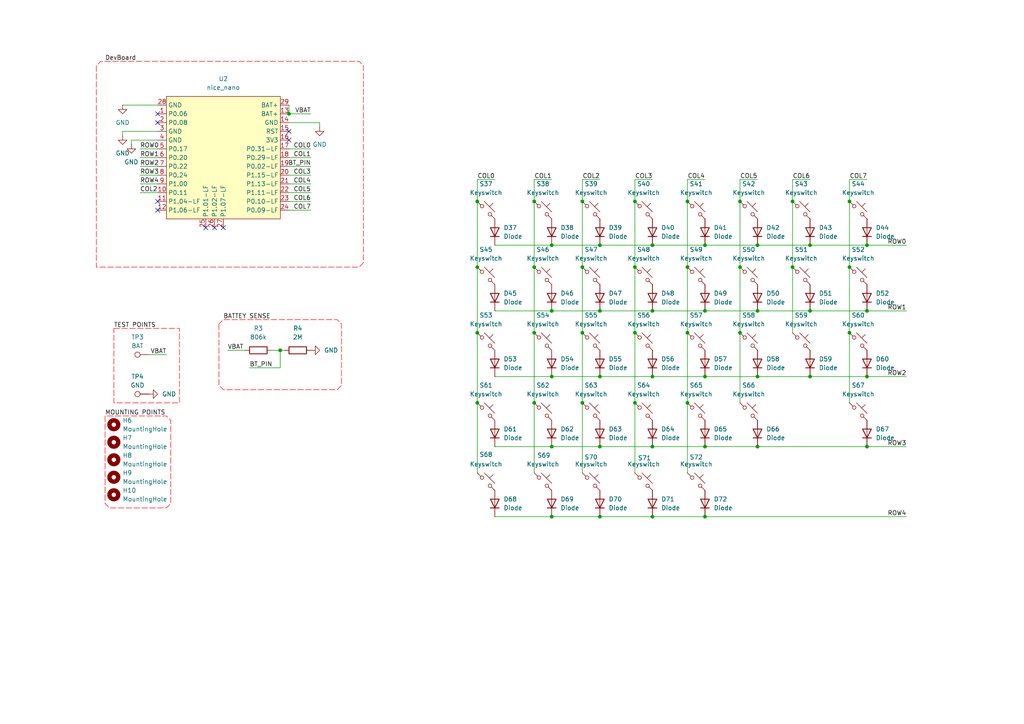
<source format=kicad_sch>
(kicad_sch
	(version 20250114)
	(generator "eeschema")
	(generator_version "9.0")
	(uuid "1d2ed89f-6c7c-41fd-8cc1-f912ec6f6a4d")
	(paper "A4")
	(lib_symbols
		(symbol "Connector:TestPoint"
			(pin_numbers
				(hide yes)
			)
			(pin_names
				(offset 0.762)
				(hide yes)
			)
			(exclude_from_sim no)
			(in_bom yes)
			(on_board yes)
			(property "Reference" "TP"
				(at 0 6.858 0)
				(effects
					(font
						(size 1.27 1.27)
					)
				)
			)
			(property "Value" "TestPoint"
				(at 0 5.08 0)
				(effects
					(font
						(size 1.27 1.27)
					)
				)
			)
			(property "Footprint" ""
				(at 5.08 0 0)
				(effects
					(font
						(size 1.27 1.27)
					)
					(hide yes)
				)
			)
			(property "Datasheet" "~"
				(at 5.08 0 0)
				(effects
					(font
						(size 1.27 1.27)
					)
					(hide yes)
				)
			)
			(property "Description" "test point"
				(at 0 0 0)
				(effects
					(font
						(size 1.27 1.27)
					)
					(hide yes)
				)
			)
			(property "ki_keywords" "test point tp"
				(at 0 0 0)
				(effects
					(font
						(size 1.27 1.27)
					)
					(hide yes)
				)
			)
			(property "ki_fp_filters" "Pin* Test*"
				(at 0 0 0)
				(effects
					(font
						(size 1.27 1.27)
					)
					(hide yes)
				)
			)
			(symbol "TestPoint_0_1"
				(circle
					(center 0 3.302)
					(radius 0.762)
					(stroke
						(width 0)
						(type default)
					)
					(fill
						(type none)
					)
				)
			)
			(symbol "TestPoint_1_1"
				(pin passive line
					(at 0 0 90)
					(length 2.54)
					(name "1"
						(effects
							(font
								(size 1.27 1.27)
							)
						)
					)
					(number "1"
						(effects
							(font
								(size 1.27 1.27)
							)
						)
					)
				)
			)
			(embedded_fonts no)
		)
		(symbol "GND_1"
			(power)
			(pin_numbers
				(hide yes)
			)
			(pin_names
				(offset 0)
				(hide yes)
			)
			(exclude_from_sim no)
			(in_bom yes)
			(on_board yes)
			(property "Reference" "#PWR"
				(at 0 -6.35 0)
				(effects
					(font
						(size 1.27 1.27)
					)
					(hide yes)
				)
			)
			(property "Value" "GND"
				(at 0 -3.81 0)
				(effects
					(font
						(size 1.27 1.27)
					)
				)
			)
			(property "Footprint" ""
				(at 0 0 0)
				(effects
					(font
						(size 1.27 1.27)
					)
					(hide yes)
				)
			)
			(property "Datasheet" ""
				(at 0 0 0)
				(effects
					(font
						(size 1.27 1.27)
					)
					(hide yes)
				)
			)
			(property "Description" "Power symbol creates a global label with name \"GND\" , ground"
				(at 0 0 0)
				(effects
					(font
						(size 1.27 1.27)
					)
					(hide yes)
				)
			)
			(property "ki_keywords" "global power"
				(at 0 0 0)
				(effects
					(font
						(size 1.27 1.27)
					)
					(hide yes)
				)
			)
			(symbol "GND_1_0_1"
				(polyline
					(pts
						(xy 0 0) (xy 0 -1.27) (xy 1.27 -1.27) (xy 0 -2.54) (xy -1.27 -1.27) (xy 0 -1.27)
					)
					(stroke
						(width 0)
						(type default)
					)
					(fill
						(type none)
					)
				)
			)
			(symbol "GND_1_1_1"
				(pin power_in line
					(at 0 0 270)
					(length 0)
					(name "~"
						(effects
							(font
								(size 1.27 1.27)
							)
						)
					)
					(number "1"
						(effects
							(font
								(size 1.27 1.27)
							)
						)
					)
				)
			)
			(embedded_fonts no)
		)
		(symbol "Mechanical:MountingHole"
			(pin_names
				(offset 1.016)
			)
			(exclude_from_sim no)
			(in_bom no)
			(on_board yes)
			(property "Reference" "H"
				(at 0 5.08 0)
				(effects
					(font
						(size 1.27 1.27)
					)
				)
			)
			(property "Value" "MountingHole"
				(at 0 3.175 0)
				(effects
					(font
						(size 1.27 1.27)
					)
				)
			)
			(property "Footprint" ""
				(at 0 0 0)
				(effects
					(font
						(size 1.27 1.27)
					)
					(hide yes)
				)
			)
			(property "Datasheet" "~"
				(at 0 0 0)
				(effects
					(font
						(size 1.27 1.27)
					)
					(hide yes)
				)
			)
			(property "Description" "Mounting Hole without connection"
				(at 0 0 0)
				(effects
					(font
						(size 1.27 1.27)
					)
					(hide yes)
				)
			)
			(property "ki_keywords" "mounting hole"
				(at 0 0 0)
				(effects
					(font
						(size 1.27 1.27)
					)
					(hide yes)
				)
			)
			(property "ki_fp_filters" "MountingHole*"
				(at 0 0 0)
				(effects
					(font
						(size 1.27 1.27)
					)
					(hide yes)
				)
			)
			(symbol "MountingHole_0_1"
				(circle
					(center 0 0)
					(radius 1.27)
					(stroke
						(width 1.27)
						(type default)
					)
					(fill
						(type none)
					)
				)
			)
			(embedded_fonts no)
		)
		(symbol "PCM_marbastlib-promicroish:nice_nano"
			(exclude_from_sim no)
			(in_bom no)
			(on_board yes)
			(property "Reference" "U"
				(at 0 22.86 0)
				(effects
					(font
						(size 1.27 1.27)
					)
				)
			)
			(property "Value" "nice_nano"
				(at 0 20.32 0)
				(effects
					(font
						(size 1.27 1.27)
					)
				)
			)
			(property "Footprint" "PCM_marbastlib-xp-promicroish:nice_nano_AH_USBup"
				(at 0 -30.48 0)
				(effects
					(font
						(size 1.27 1.27)
					)
					(hide yes)
				)
			)
			(property "Datasheet" "https://nicekeyboards.com/docs/nice-nano/pinout-schematic"
				(at 1.27 -33.02 0)
				(effects
					(font
						(size 1.27 1.27)
					)
					(hide yes)
				)
			)
			(property "Description" "Symbol for an nicekeyboards nice!nano"
				(at 0 0 0)
				(effects
					(font
						(size 1.27 1.27)
					)
					(hide yes)
				)
			)
			(symbol "nice_nano_0_0"
				(pin bidirectional line
					(at -19.05 13.97 0)
					(length 2.54)
					(name "P0.06"
						(effects
							(font
								(size 1.27 1.27)
							)
						)
					)
					(number "1"
						(effects
							(font
								(size 1.27 1.27)
							)
						)
					)
				)
				(pin bidirectional line
					(at -19.05 11.43 0)
					(length 2.54)
					(name "P0.08"
						(effects
							(font
								(size 1.27 1.27)
							)
						)
					)
					(number "2"
						(effects
							(font
								(size 1.27 1.27)
							)
						)
					)
				)
				(pin power_out line
					(at -19.05 8.89 0)
					(length 2.54)
					(name "GND"
						(effects
							(font
								(size 1.27 1.27)
							)
						)
					)
					(number "3"
						(effects
							(font
								(size 1.27 1.27)
							)
						)
					)
				)
				(pin power_out line
					(at -19.05 6.35 0)
					(length 2.54)
					(name "GND"
						(effects
							(font
								(size 1.27 1.27)
							)
						)
					)
					(number "4"
						(effects
							(font
								(size 1.27 1.27)
							)
						)
					)
				)
				(pin bidirectional line
					(at -19.05 3.81 0)
					(length 2.54)
					(name "P0.17"
						(effects
							(font
								(size 1.27 1.27)
							)
						)
					)
					(number "5"
						(effects
							(font
								(size 1.27 1.27)
							)
						)
					)
				)
				(pin bidirectional line
					(at -19.05 1.27 0)
					(length 2.54)
					(name "P0.20"
						(effects
							(font
								(size 1.27 1.27)
							)
						)
					)
					(number "6"
						(effects
							(font
								(size 1.27 1.27)
							)
						)
					)
				)
				(pin bidirectional line
					(at -19.05 -1.27 0)
					(length 2.54)
					(name "P0.22"
						(effects
							(font
								(size 1.27 1.27)
							)
						)
					)
					(number "7"
						(effects
							(font
								(size 1.27 1.27)
							)
						)
					)
				)
				(pin bidirectional line
					(at -19.05 -3.81 0)
					(length 2.54)
					(name "P0.24"
						(effects
							(font
								(size 1.27 1.27)
							)
						)
					)
					(number "8"
						(effects
							(font
								(size 1.27 1.27)
							)
						)
					)
				)
				(pin bidirectional line
					(at -19.05 -6.35 0)
					(length 2.54)
					(name "P1.00"
						(effects
							(font
								(size 1.27 1.27)
							)
						)
					)
					(number "9"
						(effects
							(font
								(size 1.27 1.27)
							)
						)
					)
				)
				(pin bidirectional line
					(at -19.05 -8.89 0)
					(length 2.54)
					(name "P0.11"
						(effects
							(font
								(size 1.27 1.27)
							)
						)
					)
					(number "10"
						(effects
							(font
								(size 1.27 1.27)
							)
						)
					)
				)
				(pin bidirectional line
					(at -19.05 -11.43 0)
					(length 2.54)
					(name "P1.04-LF"
						(effects
							(font
								(size 1.27 1.27)
							)
						)
					)
					(number "11"
						(effects
							(font
								(size 1.27 1.27)
							)
						)
					)
				)
				(pin bidirectional line
					(at -19.05 -13.97 0)
					(length 2.54)
					(name "P1.06-LF"
						(effects
							(font
								(size 1.27 1.27)
							)
						)
					)
					(number "12"
						(effects
							(font
								(size 1.27 1.27)
							)
						)
					)
				)
				(pin power_out line
					(at 19.05 11.43 180)
					(length 2.54)
					(name "GND"
						(effects
							(font
								(size 1.27 1.27)
							)
						)
					)
					(number "14"
						(effects
							(font
								(size 1.27 1.27)
							)
						)
					)
				)
				(pin bidirectional line
					(at 19.05 8.89 180)
					(length 2.54)
					(name "RST"
						(effects
							(font
								(size 1.27 1.27)
							)
						)
					)
					(number "15"
						(effects
							(font
								(size 1.27 1.27)
							)
						)
					)
				)
				(pin bidirectional line
					(at 19.05 3.81 180)
					(length 2.54)
					(name "P0.31-LF"
						(effects
							(font
								(size 1.27 1.27)
							)
						)
					)
					(number "17"
						(effects
							(font
								(size 1.27 1.27)
							)
						)
					)
				)
				(pin bidirectional line
					(at 19.05 1.27 180)
					(length 2.54)
					(name "P0.29-LF"
						(effects
							(font
								(size 1.27 1.27)
							)
						)
					)
					(number "18"
						(effects
							(font
								(size 1.27 1.27)
							)
						)
					)
				)
				(pin bidirectional line
					(at 19.05 -1.27 180)
					(length 2.54)
					(name "P0.02-LF"
						(effects
							(font
								(size 1.27 1.27)
							)
						)
					)
					(number "19"
						(effects
							(font
								(size 1.27 1.27)
							)
						)
					)
				)
				(pin bidirectional line
					(at 19.05 -3.81 180)
					(length 2.54)
					(name "P1.15-LF"
						(effects
							(font
								(size 1.27 1.27)
							)
						)
					)
					(number "20"
						(effects
							(font
								(size 1.27 1.27)
							)
						)
					)
				)
				(pin bidirectional line
					(at 19.05 -6.35 180)
					(length 2.54)
					(name "P1.13-LF"
						(effects
							(font
								(size 1.27 1.27)
							)
						)
					)
					(number "21"
						(effects
							(font
								(size 1.27 1.27)
							)
						)
					)
				)
				(pin bidirectional line
					(at 19.05 -8.89 180)
					(length 2.54)
					(name "P1.11-LF"
						(effects
							(font
								(size 1.27 1.27)
							)
						)
					)
					(number "22"
						(effects
							(font
								(size 1.27 1.27)
							)
						)
					)
				)
				(pin bidirectional line
					(at 19.05 -13.97 180)
					(length 2.54)
					(name "P0.09-LF"
						(effects
							(font
								(size 1.27 1.27)
							)
						)
					)
					(number "24"
						(effects
							(font
								(size 1.27 1.27)
							)
						)
					)
				)
			)
			(symbol "nice_nano_1_0"
				(pin power_out line
					(at -19.05 16.51 0)
					(length 2.54)
					(name "GND"
						(effects
							(font
								(size 1.27 1.27)
							)
						)
					)
					(number "28"
						(effects
							(font
								(size 1.27 1.27)
							)
						)
					)
				)
				(pin bidirectional line
					(at -5.08 -19.05 90)
					(length 2.54)
					(name "P1.01-LF"
						(effects
							(font
								(size 1.27 1.27)
							)
						)
					)
					(number "25"
						(effects
							(font
								(size 1.27 1.27)
							)
						)
					)
				)
				(pin bidirectional line
					(at -2.54 -19.05 90)
					(length 2.54)
					(name "P1.02-LF"
						(effects
							(font
								(size 1.27 1.27)
							)
						)
					)
					(number "26"
						(effects
							(font
								(size 1.27 1.27)
							)
						)
					)
				)
				(pin bidirectional line
					(at 0 -19.05 90)
					(length 2.54)
					(name "P1.07-LF"
						(effects
							(font
								(size 1.27 1.27)
							)
						)
					)
					(number "27"
						(effects
							(font
								(size 1.27 1.27)
							)
						)
					)
				)
				(pin power_out line
					(at 19.05 16.51 180)
					(length 2.54)
					(name "BAT+"
						(effects
							(font
								(size 1.27 1.27)
							)
						)
					)
					(number "29"
						(effects
							(font
								(size 1.27 1.27)
							)
						)
					)
				)
				(pin power_out line
					(at 19.05 13.97 180)
					(length 2.54)
					(name "BAT+"
						(effects
							(font
								(size 1.27 1.27)
							)
						)
					)
					(number "13"
						(effects
							(font
								(size 1.27 1.27)
							)
						)
					)
				)
				(pin power_out line
					(at 19.05 6.35 180)
					(length 2.54)
					(name "3V3"
						(effects
							(font
								(size 1.27 1.27)
							)
						)
					)
					(number "16"
						(effects
							(font
								(size 1.27 1.27)
							)
						)
					)
				)
				(pin bidirectional line
					(at 19.05 -11.43 180)
					(length 2.54)
					(name "P0.10-LF"
						(effects
							(font
								(size 1.27 1.27)
							)
						)
					)
					(number "23"
						(effects
							(font
								(size 1.27 1.27)
							)
						)
					)
				)
			)
			(symbol "nice_nano_1_1"
				(rectangle
					(start -16.51 19.05)
					(end 16.51 -16.51)
					(stroke
						(width 0)
						(type default)
					)
					(fill
						(type background)
					)
				)
			)
			(embedded_fonts no)
		)
		(symbol "ScottoKeebs:Placeholder_Diode"
			(pin_numbers
				(hide yes)
			)
			(pin_names
				(hide yes)
			)
			(exclude_from_sim no)
			(in_bom yes)
			(on_board yes)
			(property "Reference" "D"
				(at 0 2.54 0)
				(effects
					(font
						(size 1.27 1.27)
					)
				)
			)
			(property "Value" "Diode"
				(at 0 -2.54 0)
				(effects
					(font
						(size 1.27 1.27)
					)
				)
			)
			(property "Footprint" ""
				(at 0 0 0)
				(effects
					(font
						(size 1.27 1.27)
					)
					(hide yes)
				)
			)
			(property "Datasheet" ""
				(at 0 0 0)
				(effects
					(font
						(size 1.27 1.27)
					)
					(hide yes)
				)
			)
			(property "Description" "1N4148 (DO-35) or 1N4148W (SOD-123)"
				(at 0 0 0)
				(effects
					(font
						(size 1.27 1.27)
					)
					(hide yes)
				)
			)
			(property "Sim.Device" "D"
				(at 0 0 0)
				(effects
					(font
						(size 1.27 1.27)
					)
					(hide yes)
				)
			)
			(property "Sim.Pins" "1=K 2=A"
				(at 0 0 0)
				(effects
					(font
						(size 1.27 1.27)
					)
					(hide yes)
				)
			)
			(property "ki_keywords" "diode"
				(at 0 0 0)
				(effects
					(font
						(size 1.27 1.27)
					)
					(hide yes)
				)
			)
			(property "ki_fp_filters" "D*DO?35*"
				(at 0 0 0)
				(effects
					(font
						(size 1.27 1.27)
					)
					(hide yes)
				)
			)
			(symbol "Placeholder_Diode_0_1"
				(polyline
					(pts
						(xy -1.27 1.27) (xy -1.27 -1.27)
					)
					(stroke
						(width 0.254)
						(type default)
					)
					(fill
						(type none)
					)
				)
				(polyline
					(pts
						(xy 1.27 1.27) (xy 1.27 -1.27) (xy -1.27 0) (xy 1.27 1.27)
					)
					(stroke
						(width 0.254)
						(type default)
					)
					(fill
						(type none)
					)
				)
				(polyline
					(pts
						(xy 1.27 0) (xy -1.27 0)
					)
					(stroke
						(width 0)
						(type default)
					)
					(fill
						(type none)
					)
				)
			)
			(symbol "Placeholder_Diode_1_1"
				(pin passive line
					(at -3.81 0 0)
					(length 2.54)
					(name "K"
						(effects
							(font
								(size 1.27 1.27)
							)
						)
					)
					(number "1"
						(effects
							(font
								(size 1.27 1.27)
							)
						)
					)
				)
				(pin passive line
					(at 3.81 0 180)
					(length 2.54)
					(name "A"
						(effects
							(font
								(size 1.27 1.27)
							)
						)
					)
					(number "2"
						(effects
							(font
								(size 1.27 1.27)
							)
						)
					)
				)
			)
			(embedded_fonts no)
		)
		(symbol "ScottoKeebs:Placeholder_Keyswitch"
			(pin_numbers
				(hide yes)
			)
			(pin_names
				(offset 1.016)
				(hide yes)
			)
			(exclude_from_sim no)
			(in_bom yes)
			(on_board yes)
			(property "Reference" "S"
				(at 3.048 1.016 0)
				(effects
					(font
						(size 1.27 1.27)
					)
					(justify left)
				)
			)
			(property "Value" "Keyswitch"
				(at 0 -3.81 0)
				(effects
					(font
						(size 1.27 1.27)
					)
				)
			)
			(property "Footprint" ""
				(at 0 0 0)
				(effects
					(font
						(size 1.27 1.27)
					)
					(hide yes)
				)
			)
			(property "Datasheet" "~"
				(at 0 0 0)
				(effects
					(font
						(size 1.27 1.27)
					)
					(hide yes)
				)
			)
			(property "Description" "Push button switch, normally open, two pins, 45° tilted"
				(at 0 0 0)
				(effects
					(font
						(size 1.27 1.27)
					)
					(hide yes)
				)
			)
			(property "ki_keywords" "switch normally-open pushbutton push-button"
				(at 0 0 0)
				(effects
					(font
						(size 1.27 1.27)
					)
					(hide yes)
				)
			)
			(symbol "Placeholder_Keyswitch_0_1"
				(polyline
					(pts
						(xy -2.54 2.54) (xy -1.524 1.524) (xy -1.524 1.524)
					)
					(stroke
						(width 0)
						(type default)
					)
					(fill
						(type none)
					)
				)
				(circle
					(center -1.1684 1.1684)
					(radius 0.508)
					(stroke
						(width 0)
						(type default)
					)
					(fill
						(type none)
					)
				)
				(polyline
					(pts
						(xy -0.508 2.54) (xy 2.54 -0.508)
					)
					(stroke
						(width 0)
						(type default)
					)
					(fill
						(type none)
					)
				)
				(polyline
					(pts
						(xy 1.016 1.016) (xy 2.032 2.032)
					)
					(stroke
						(width 0)
						(type default)
					)
					(fill
						(type none)
					)
				)
				(circle
					(center 1.143 -1.1938)
					(radius 0.508)
					(stroke
						(width 0)
						(type default)
					)
					(fill
						(type none)
					)
				)
				(polyline
					(pts
						(xy 1.524 -1.524) (xy 2.54 -2.54) (xy 2.54 -2.54) (xy 2.54 -2.54)
					)
					(stroke
						(width 0)
						(type default)
					)
					(fill
						(type none)
					)
				)
				(pin passive line
					(at -2.54 2.54 0)
					(length 0)
					(name "1"
						(effects
							(font
								(size 1.27 1.27)
							)
						)
					)
					(number "1"
						(effects
							(font
								(size 1.27 1.27)
							)
						)
					)
				)
				(pin passive line
					(at 2.54 -2.54 180)
					(length 0)
					(name "2"
						(effects
							(font
								(size 1.27 1.27)
							)
						)
					)
					(number "2"
						(effects
							(font
								(size 1.27 1.27)
							)
						)
					)
				)
			)
			(embedded_fonts no)
		)
		(symbol "ScottoKeebs:Placeholder_Resistor"
			(pin_numbers
				(hide yes)
			)
			(pin_names
				(offset 0)
			)
			(exclude_from_sim no)
			(in_bom yes)
			(on_board yes)
			(property "Reference" "R"
				(at 0 2.032 0)
				(effects
					(font
						(size 1.27 1.27)
					)
				)
			)
			(property "Value" "Resistor"
				(at 0 -2.54 0)
				(effects
					(font
						(size 1.27 1.27)
					)
				)
			)
			(property "Footprint" ""
				(at 0 -1.778 0)
				(effects
					(font
						(size 1.27 1.27)
					)
					(hide yes)
				)
			)
			(property "Datasheet" "~"
				(at 0 0 90)
				(effects
					(font
						(size 1.27 1.27)
					)
					(hide yes)
				)
			)
			(property "Description" "Resistor"
				(at 0 0 0)
				(effects
					(font
						(size 1.27 1.27)
					)
					(hide yes)
				)
			)
			(property "ki_keywords" "R res resistor"
				(at 0 0 0)
				(effects
					(font
						(size 1.27 1.27)
					)
					(hide yes)
				)
			)
			(property "ki_fp_filters" "R_*"
				(at 0 0 0)
				(effects
					(font
						(size 1.27 1.27)
					)
					(hide yes)
				)
			)
			(symbol "Placeholder_Resistor_0_1"
				(rectangle
					(start 2.54 -1.016)
					(end -2.54 1.016)
					(stroke
						(width 0.254)
						(type default)
					)
					(fill
						(type none)
					)
				)
			)
			(symbol "Placeholder_Resistor_1_1"
				(pin passive line
					(at -3.81 0 0)
					(length 1.27)
					(name "~"
						(effects
							(font
								(size 1.27 1.27)
							)
						)
					)
					(number "1"
						(effects
							(font
								(size 1.27 1.27)
							)
						)
					)
				)
				(pin passive line
					(at 3.81 0 180)
					(length 1.27)
					(name "~"
						(effects
							(font
								(size 1.27 1.27)
							)
						)
					)
					(number "2"
						(effects
							(font
								(size 1.27 1.27)
							)
						)
					)
				)
			)
			(embedded_fonts no)
		)
		(symbol "power:GND"
			(power)
			(pin_numbers
				(hide yes)
			)
			(pin_names
				(offset 0)
				(hide yes)
			)
			(exclude_from_sim no)
			(in_bom yes)
			(on_board yes)
			(property "Reference" "#PWR"
				(at 0 -6.35 0)
				(effects
					(font
						(size 1.27 1.27)
					)
					(hide yes)
				)
			)
			(property "Value" "GND"
				(at 0 -3.81 0)
				(effects
					(font
						(size 1.27 1.27)
					)
				)
			)
			(property "Footprint" ""
				(at 0 0 0)
				(effects
					(font
						(size 1.27 1.27)
					)
					(hide yes)
				)
			)
			(property "Datasheet" ""
				(at 0 0 0)
				(effects
					(font
						(size 1.27 1.27)
					)
					(hide yes)
				)
			)
			(property "Description" "Power symbol creates a global label with name \"GND\" , ground"
				(at 0 0 0)
				(effects
					(font
						(size 1.27 1.27)
					)
					(hide yes)
				)
			)
			(property "ki_keywords" "global power"
				(at 0 0 0)
				(effects
					(font
						(size 1.27 1.27)
					)
					(hide yes)
				)
			)
			(symbol "GND_0_1"
				(polyline
					(pts
						(xy 0 0) (xy 0 -1.27) (xy 1.27 -1.27) (xy 0 -2.54) (xy -1.27 -1.27) (xy 0 -1.27)
					)
					(stroke
						(width 0)
						(type default)
					)
					(fill
						(type none)
					)
				)
			)
			(symbol "GND_1_1"
				(pin power_in line
					(at 0 0 270)
					(length 0)
					(name "~"
						(effects
							(font
								(size 1.27 1.27)
							)
						)
					)
					(number "1"
						(effects
							(font
								(size 1.27 1.27)
							)
						)
					)
				)
			)
			(embedded_fonts no)
		)
	)
	(junction
		(at 160.02 71.12)
		(diameter 0)
		(color 0 0 0 0)
		(uuid "0157df00-7fa0-415a-8db1-ee508f7392b2")
	)
	(junction
		(at 229.87 77.47)
		(diameter 0)
		(color 0 0 0 0)
		(uuid "056e0f8d-16a5-43ad-aea9-d7367e571996")
	)
	(junction
		(at 219.71 129.54)
		(diameter 0)
		(color 0 0 0 0)
		(uuid "0bc4fddf-6559-422f-8556-5e16e5d8da06")
	)
	(junction
		(at 138.43 116.84)
		(diameter 0)
		(color 0 0 0 0)
		(uuid "16bd7dcb-1f92-4731-8039-011d058f07c7")
	)
	(junction
		(at 189.23 71.12)
		(diameter 0)
		(color 0 0 0 0)
		(uuid "178c9743-8aac-4139-9e0f-8b48453d0e77")
	)
	(junction
		(at 246.38 96.52)
		(diameter 0)
		(color 0 0 0 0)
		(uuid "19326b9d-7b73-4ded-9762-6a92ab34ad3a")
	)
	(junction
		(at 173.99 129.54)
		(diameter 0)
		(color 0 0 0 0)
		(uuid "1b1a3b32-3a4a-401b-9550-2ca9e49be588")
	)
	(junction
		(at 234.95 109.22)
		(diameter 0)
		(color 0 0 0 0)
		(uuid "1b3715ea-4f5f-480a-acdc-5392061926de")
	)
	(junction
		(at 251.46 109.22)
		(diameter 0)
		(color 0 0 0 0)
		(uuid "2456f12c-5095-43b5-9ee7-c3d67d85df2a")
	)
	(junction
		(at 204.47 90.17)
		(diameter 0)
		(color 0 0 0 0)
		(uuid "25cdb6b3-c23b-4973-9f6f-fb277743ec92")
	)
	(junction
		(at 83.82 33.02)
		(diameter 0)
		(color 0 0 0 0)
		(uuid "26918b30-e54f-4412-ba3f-4f8ddbd91af8")
	)
	(junction
		(at 234.95 71.12)
		(diameter 0)
		(color 0 0 0 0)
		(uuid "273bd0eb-ed32-4f04-90f8-7e5d8e404b5b")
	)
	(junction
		(at 160.02 149.86)
		(diameter 0)
		(color 0 0 0 0)
		(uuid "3008fe0b-c09a-4810-afbb-6723f8da294b")
	)
	(junction
		(at 173.99 149.86)
		(diameter 0)
		(color 0 0 0 0)
		(uuid "358390aa-842f-41bc-ab0a-fc7b90a869fe")
	)
	(junction
		(at 154.94 116.84)
		(diameter 0)
		(color 0 0 0 0)
		(uuid "39d3d871-4157-41f0-80a0-8638744dae27")
	)
	(junction
		(at 160.02 109.22)
		(diameter 0)
		(color 0 0 0 0)
		(uuid "3edbe6c9-9a3a-4567-9a7f-58d7b9eeeeef")
	)
	(junction
		(at 168.91 96.52)
		(diameter 0)
		(color 0 0 0 0)
		(uuid "4126e1b1-93c9-4dc6-b812-05205b203758")
	)
	(junction
		(at 199.39 58.42)
		(diameter 0)
		(color 0 0 0 0)
		(uuid "41727274-816e-461b-b825-9c42c6b19d56")
	)
	(junction
		(at 160.02 90.17)
		(diameter 0)
		(color 0 0 0 0)
		(uuid "437191e2-b158-4b6e-8f83-5527e0555bdb")
	)
	(junction
		(at 246.38 58.42)
		(diameter 0)
		(color 0 0 0 0)
		(uuid "44e415a9-282e-4f1f-9e68-152c24199109")
	)
	(junction
		(at 189.23 90.17)
		(diameter 0)
		(color 0 0 0 0)
		(uuid "46401728-1882-474f-bb8a-9ee132224a9e")
	)
	(junction
		(at 204.47 109.22)
		(diameter 0)
		(color 0 0 0 0)
		(uuid "4919793a-94f6-4caf-b8aa-3504edade2c7")
	)
	(junction
		(at 138.43 96.52)
		(diameter 0)
		(color 0 0 0 0)
		(uuid "4b7ce267-1d21-4858-b79f-4e6d93e37d1b")
	)
	(junction
		(at 154.94 58.42)
		(diameter 0)
		(color 0 0 0 0)
		(uuid "4c3d1d20-ca6b-49a4-b604-aa9095d4fc42")
	)
	(junction
		(at 219.71 90.17)
		(diameter 0)
		(color 0 0 0 0)
		(uuid "55738e06-3219-495c-a921-6f507cfdd2d7")
	)
	(junction
		(at 219.71 109.22)
		(diameter 0)
		(color 0 0 0 0)
		(uuid "5bb01a3e-cfb4-4ea9-988a-1626d6a417bc")
	)
	(junction
		(at 204.47 71.12)
		(diameter 0)
		(color 0 0 0 0)
		(uuid "5ce8fd49-2d13-485a-a472-9ebe932fce36")
	)
	(junction
		(at 204.47 129.54)
		(diameter 0)
		(color 0 0 0 0)
		(uuid "64f5821e-3536-42e9-9e16-639f2b62d304")
	)
	(junction
		(at 199.39 96.52)
		(diameter 0)
		(color 0 0 0 0)
		(uuid "65e884b6-a35d-4cf0-9ee4-5dbcaa3608b3")
	)
	(junction
		(at 168.91 77.47)
		(diameter 0)
		(color 0 0 0 0)
		(uuid "668af385-5284-483e-82cf-9669a69cbcc1")
	)
	(junction
		(at 154.94 96.52)
		(diameter 0)
		(color 0 0 0 0)
		(uuid "69330b65-a8bf-487b-9605-0698708ba702")
	)
	(junction
		(at 214.63 77.47)
		(diameter 0)
		(color 0 0 0 0)
		(uuid "6a22ece6-bd62-44cc-8c9a-45de6816a0d3")
	)
	(junction
		(at 229.87 58.42)
		(diameter 0)
		(color 0 0 0 0)
		(uuid "6be81a9d-afa2-41ac-ae2e-9a8233b8c096")
	)
	(junction
		(at 138.43 58.42)
		(diameter 0)
		(color 0 0 0 0)
		(uuid "6da6afde-b697-4958-b300-4b71bef23b71")
	)
	(junction
		(at 189.23 109.22)
		(diameter 0)
		(color 0 0 0 0)
		(uuid "6f042c7e-e910-4bdb-ad72-a76f8a1ab2b4")
	)
	(junction
		(at 219.71 71.12)
		(diameter 0)
		(color 0 0 0 0)
		(uuid "7026c94a-5d1b-4470-8fc9-047c4e7195c1")
	)
	(junction
		(at 184.15 116.84)
		(diameter 0)
		(color 0 0 0 0)
		(uuid "723099f4-c487-426f-9f22-f1807615b1d2")
	)
	(junction
		(at 189.23 129.54)
		(diameter 0)
		(color 0 0 0 0)
		(uuid "7359f1b0-a2d6-4af1-be42-5bc8081ce7c4")
	)
	(junction
		(at 168.91 116.84)
		(diameter 0)
		(color 0 0 0 0)
		(uuid "7efe2da4-6406-4e89-ab56-d4fe116609ae")
	)
	(junction
		(at 234.95 90.17)
		(diameter 0)
		(color 0 0 0 0)
		(uuid "7faa8afd-0b90-44c9-9022-fbf674c8b947")
	)
	(junction
		(at 168.91 58.42)
		(diameter 0)
		(color 0 0 0 0)
		(uuid "85ae4d64-7717-47ac-a866-9b5ff6541e1c")
	)
	(junction
		(at 184.15 96.52)
		(diameter 0)
		(color 0 0 0 0)
		(uuid "887e3d89-1d6f-4b89-a9a7-8d7b1c804167")
	)
	(junction
		(at 204.47 149.86)
		(diameter 0)
		(color 0 0 0 0)
		(uuid "8c39d12c-8058-4f9b-ab72-0a3778d88c94")
	)
	(junction
		(at 160.02 129.54)
		(diameter 0)
		(color 0 0 0 0)
		(uuid "9225c490-4feb-42e2-ab8e-60409fde4433")
	)
	(junction
		(at 184.15 58.42)
		(diameter 0)
		(color 0 0 0 0)
		(uuid "99f0ac83-9305-44a5-8469-2e37baa38459")
	)
	(junction
		(at 184.15 77.47)
		(diameter 0)
		(color 0 0 0 0)
		(uuid "9f4896a0-ae0c-4a8e-abf1-004d25b41c4d")
	)
	(junction
		(at 246.38 77.47)
		(diameter 0)
		(color 0 0 0 0)
		(uuid "9ffe2da4-69c3-464f-8ec9-297a9eebb5bf")
	)
	(junction
		(at 189.23 149.86)
		(diameter 0)
		(color 0 0 0 0)
		(uuid "a2b8d206-97ab-45f3-b881-864d0b131c0a")
	)
	(junction
		(at 173.99 90.17)
		(diameter 0)
		(color 0 0 0 0)
		(uuid "ba32c24d-e420-4e5c-bb6b-2390d064994a")
	)
	(junction
		(at 154.94 77.47)
		(diameter 0)
		(color 0 0 0 0)
		(uuid "bce33cf7-3553-4523-803b-b365003b85b6")
	)
	(junction
		(at 138.43 77.47)
		(diameter 0)
		(color 0 0 0 0)
		(uuid "c30a300a-98d5-4136-924f-72524279c9db")
	)
	(junction
		(at 199.39 116.84)
		(diameter 0)
		(color 0 0 0 0)
		(uuid "c6c01813-9c89-48d3-bb1d-ecf9c1fbb4dd")
	)
	(junction
		(at 199.39 77.47)
		(diameter 0)
		(color 0 0 0 0)
		(uuid "d35d6b88-ce75-4d85-a3d1-99b69dde11ff")
	)
	(junction
		(at 173.99 71.12)
		(diameter 0)
		(color 0 0 0 0)
		(uuid "d44b569e-52c4-4447-821f-d03003445142")
	)
	(junction
		(at 251.46 71.12)
		(diameter 0)
		(color 0 0 0 0)
		(uuid "de920f9b-a615-41a1-9c6f-9c4bee771d71")
	)
	(junction
		(at 81.28 101.6)
		(diameter 0)
		(color 0 0 0 0)
		(uuid "ded5a3fb-0507-4263-888d-25e69adbf325")
	)
	(junction
		(at 251.46 90.17)
		(diameter 0)
		(color 0 0 0 0)
		(uuid "ed86e6e2-e4a4-4d1c-944f-a10a948bfe70")
	)
	(junction
		(at 214.63 58.42)
		(diameter 0)
		(color 0 0 0 0)
		(uuid "ee72650b-2b82-40eb-b971-415b60a59cb1")
	)
	(junction
		(at 214.63 96.52)
		(diameter 0)
		(color 0 0 0 0)
		(uuid "f502b9d1-6498-4efa-8ace-f25ea48e9721")
	)
	(junction
		(at 251.46 129.54)
		(diameter 0)
		(color 0 0 0 0)
		(uuid "f5b5c48b-826f-4456-b5ef-39fefea92f9a")
	)
	(junction
		(at 173.99 109.22)
		(diameter 0)
		(color 0 0 0 0)
		(uuid "fd0a7964-e610-4f81-b6bc-9f76048155ce")
	)
	(no_connect
		(at 83.82 38.1)
		(uuid "31609c02-6b31-4863-97fa-aa0aab3275e0")
	)
	(no_connect
		(at 83.82 40.64)
		(uuid "36099d44-7f53-4009-a240-76595e797e1c")
	)
	(no_connect
		(at 62.23 66.04)
		(uuid "9117e1de-5cc5-43f0-8afb-45f1b2ebbdf1")
	)
	(no_connect
		(at 45.72 35.56)
		(uuid "9abf147b-eec5-4fbd-b804-d7a3a5150431")
	)
	(no_connect
		(at 59.69 66.04)
		(uuid "a1a542c9-24dd-4248-84f6-c7520402ac14")
	)
	(no_connect
		(at 64.77 66.04)
		(uuid "a41bcdcf-7136-460a-ad74-cbf38f306d6b")
	)
	(no_connect
		(at 45.72 33.02)
		(uuid "bd9df900-84bb-40ce-bb13-2ed1c92cef50")
	)
	(no_connect
		(at 45.72 60.96)
		(uuid "c542fe05-7c1a-4cce-9b66-f4a068e5442a")
	)
	(no_connect
		(at 45.72 58.42)
		(uuid "dc57190a-6da6-4adc-8d44-5fd21d7568ed")
	)
	(wire
		(pts
			(xy 199.39 116.84) (xy 199.39 137.16)
		)
		(stroke
			(width 0)
			(type default)
		)
		(uuid "03001d07-498e-47e6-8ff1-c105d41f7913")
	)
	(wire
		(pts
			(xy 138.43 77.47) (xy 138.43 96.52)
		)
		(stroke
			(width 0)
			(type default)
		)
		(uuid "043dd620-2982-473e-b3e3-6307a1c474a4")
	)
	(wire
		(pts
			(xy 168.91 116.84) (xy 168.91 137.16)
		)
		(stroke
			(width 0)
			(type default)
		)
		(uuid "06df123c-a408-4a9e-b1c3-e7c892161147")
	)
	(wire
		(pts
			(xy 35.56 30.48) (xy 45.72 30.48)
		)
		(stroke
			(width 0)
			(type default)
		)
		(uuid "0c0e4bcf-660c-4c41-9f73-6f14fa76c5b1")
	)
	(wire
		(pts
			(xy 83.82 48.26) (xy 90.17 48.26)
		)
		(stroke
			(width 0)
			(type default)
		)
		(uuid "0dabc24c-1d45-43ad-806f-c43468c978f6")
	)
	(wire
		(pts
			(xy 143.51 149.86) (xy 160.02 149.86)
		)
		(stroke
			(width 0)
			(type default)
		)
		(uuid "14107595-52e6-452e-81c5-50952d132669")
	)
	(wire
		(pts
			(xy 184.15 52.07) (xy 189.23 52.07)
		)
		(stroke
			(width 0)
			(type default)
		)
		(uuid "151dc3e6-18be-4968-84bf-264df6b4fc77")
	)
	(wire
		(pts
			(xy 154.94 116.84) (xy 154.94 96.52)
		)
		(stroke
			(width 0)
			(type default)
		)
		(uuid "1b15370f-28a5-4eb5-a92e-fb511020f89a")
	)
	(wire
		(pts
			(xy 143.51 129.54) (xy 160.02 129.54)
		)
		(stroke
			(width 0)
			(type default)
		)
		(uuid "1bb3a292-dc47-4e2a-b4de-4edc923faab9")
	)
	(wire
		(pts
			(xy 214.63 58.42) (xy 214.63 77.47)
		)
		(stroke
			(width 0)
			(type default)
		)
		(uuid "1be577a6-5fd6-4cfb-8777-1dcc285a73e1")
	)
	(wire
		(pts
			(xy 40.64 55.88) (xy 45.72 55.88)
		)
		(stroke
			(width 0)
			(type default)
		)
		(uuid "1dced772-9c2f-4796-84e6-b17d9d80b4b4")
	)
	(wire
		(pts
			(xy 234.95 71.12) (xy 251.46 71.12)
		)
		(stroke
			(width 0)
			(type default)
		)
		(uuid "1e6ca4c9-fbce-4c07-9791-d244d1b54718")
	)
	(wire
		(pts
			(xy 204.47 149.86) (xy 262.89 149.86)
		)
		(stroke
			(width 0)
			(type default)
		)
		(uuid "1f771a0d-a159-4ec7-a449-d758cf826705")
	)
	(wire
		(pts
			(xy 160.02 109.22) (xy 173.99 109.22)
		)
		(stroke
			(width 0)
			(type default)
		)
		(uuid "1f78b029-9a86-4bae-8d01-6a348b47f92e")
	)
	(wire
		(pts
			(xy 92.71 35.56) (xy 92.71 36.83)
		)
		(stroke
			(width 0)
			(type default)
		)
		(uuid "22153139-0f08-4fce-8211-1d23eb58ef69")
	)
	(wire
		(pts
			(xy 40.64 45.72) (xy 45.72 45.72)
		)
		(stroke
			(width 0)
			(type default)
		)
		(uuid "26cdbc10-1dd0-4c59-92bd-4a4248b6c990")
	)
	(wire
		(pts
			(xy 154.94 58.42) (xy 154.94 52.07)
		)
		(stroke
			(width 0)
			(type default)
		)
		(uuid "28b381b4-cd2e-4e6b-b419-ff9fe551627d")
	)
	(wire
		(pts
			(xy 83.82 50.8) (xy 90.17 50.8)
		)
		(stroke
			(width 0)
			(type default)
		)
		(uuid "30c87e4a-b398-48a3-adc6-b350a9570def")
	)
	(wire
		(pts
			(xy 214.63 52.07) (xy 219.71 52.07)
		)
		(stroke
			(width 0)
			(type default)
		)
		(uuid "32470c93-ac2b-4660-85ec-96b8d9d9b0a0")
	)
	(wire
		(pts
			(xy 143.51 90.17) (xy 160.02 90.17)
		)
		(stroke
			(width 0)
			(type default)
		)
		(uuid "33e08fd4-101f-4a01-8a15-08630bafc19d")
	)
	(wire
		(pts
			(xy 38.1 40.64) (xy 38.1 41.91)
		)
		(stroke
			(width 0)
			(type default)
		)
		(uuid "3588b8ac-8453-4ba1-8c0f-b68c3b62b1f9")
	)
	(wire
		(pts
			(xy 251.46 129.54) (xy 262.89 129.54)
		)
		(stroke
			(width 0)
			(type default)
		)
		(uuid "38592854-5a21-4a5a-ac30-c088bd54c6d9")
	)
	(wire
		(pts
			(xy 234.95 109.22) (xy 251.46 109.22)
		)
		(stroke
			(width 0)
			(type default)
		)
		(uuid "3a1006e7-9a15-4dbc-93cf-1ef4883d775c")
	)
	(wire
		(pts
			(xy 83.82 60.96) (xy 90.17 60.96)
		)
		(stroke
			(width 0)
			(type default)
		)
		(uuid "3f00156c-6430-4861-8bb1-a7e2f44b6a55")
	)
	(wire
		(pts
			(xy 199.39 96.52) (xy 199.39 116.84)
		)
		(stroke
			(width 0)
			(type default)
		)
		(uuid "451508b9-b5b4-43e0-b88c-3c26954442cf")
	)
	(wire
		(pts
			(xy 184.15 96.52) (xy 184.15 116.84)
		)
		(stroke
			(width 0)
			(type default)
		)
		(uuid "4afbca76-6658-4eb0-b370-77f0b15bc66f")
	)
	(wire
		(pts
			(xy 246.38 58.42) (xy 246.38 77.47)
		)
		(stroke
			(width 0)
			(type default)
		)
		(uuid "4c87d848-fbc5-4762-bf57-7ec90574d006")
	)
	(wire
		(pts
			(xy 72.39 106.68) (xy 81.28 106.68)
		)
		(stroke
			(width 0)
			(type default)
		)
		(uuid "4fcef7c3-8215-4bb2-a8e2-2b2a48828562")
	)
	(wire
		(pts
			(xy 199.39 52.07) (xy 204.47 52.07)
		)
		(stroke
			(width 0)
			(type default)
		)
		(uuid "533ef066-cd71-4722-af86-6407347cef8f")
	)
	(wire
		(pts
			(xy 219.71 71.12) (xy 234.95 71.12)
		)
		(stroke
			(width 0)
			(type default)
		)
		(uuid "56391698-7307-4574-a6c5-3a4bebc96bd6")
	)
	(wire
		(pts
			(xy 160.02 129.54) (xy 173.99 129.54)
		)
		(stroke
			(width 0)
			(type default)
		)
		(uuid "5e9d8fcb-68cd-427f-86a9-b9ed16db2981")
	)
	(wire
		(pts
			(xy 214.63 77.47) (xy 214.63 96.52)
		)
		(stroke
			(width 0)
			(type default)
		)
		(uuid "611a61e0-9916-4f55-be6d-e0926b5f7e20")
	)
	(wire
		(pts
			(xy 83.82 35.56) (xy 92.71 35.56)
		)
		(stroke
			(width 0)
			(type default)
		)
		(uuid "6567ee4f-a105-4f23-b92a-25fe77102f9c")
	)
	(wire
		(pts
			(xy 199.39 58.42) (xy 199.39 77.47)
		)
		(stroke
			(width 0)
			(type default)
		)
		(uuid "699bb589-6ccd-43a3-9a7c-756952056570")
	)
	(wire
		(pts
			(xy 229.87 77.47) (xy 229.87 96.52)
		)
		(stroke
			(width 0)
			(type default)
		)
		(uuid "6a801bd4-d176-4961-87ad-37d1374104f5")
	)
	(wire
		(pts
			(xy 83.82 45.72) (xy 90.17 45.72)
		)
		(stroke
			(width 0)
			(type default)
		)
		(uuid "6b503bbf-ec4f-4900-a401-e39614ffe435")
	)
	(wire
		(pts
			(xy 189.23 71.12) (xy 204.47 71.12)
		)
		(stroke
			(width 0)
			(type default)
		)
		(uuid "72c1d7e2-ac57-45b2-ab17-a1c7c01425d3")
	)
	(wire
		(pts
			(xy 40.64 53.34) (xy 45.72 53.34)
		)
		(stroke
			(width 0)
			(type default)
		)
		(uuid "72d83f30-236d-44d3-a1f5-cc45bb79ea14")
	)
	(wire
		(pts
			(xy 251.46 109.22) (xy 262.89 109.22)
		)
		(stroke
			(width 0)
			(type default)
		)
		(uuid "73ccba36-8d3c-46d4-ae31-afd5514604ef")
	)
	(wire
		(pts
			(xy 229.87 58.42) (xy 229.87 77.47)
		)
		(stroke
			(width 0)
			(type default)
		)
		(uuid "7633c58e-41ef-45a7-9072-773622e6db45")
	)
	(wire
		(pts
			(xy 81.28 101.6) (xy 82.55 101.6)
		)
		(stroke
			(width 0)
			(type default)
		)
		(uuid "788021a5-5da5-499a-9d8b-e9ab1a671199")
	)
	(wire
		(pts
			(xy 168.91 52.07) (xy 168.91 58.42)
		)
		(stroke
			(width 0)
			(type default)
		)
		(uuid "794f740a-e8cf-43ed-80fd-916a247d7d14")
	)
	(wire
		(pts
			(xy 143.51 109.22) (xy 160.02 109.22)
		)
		(stroke
			(width 0)
			(type default)
		)
		(uuid "7b5d1505-7f76-44d5-8089-e740110004c3")
	)
	(wire
		(pts
			(xy 43.18 102.87) (xy 48.26 102.87)
		)
		(stroke
			(width 0)
			(type default)
		)
		(uuid "7b955cae-ee88-490e-8869-2f1671f5308f")
	)
	(wire
		(pts
			(xy 189.23 149.86) (xy 204.47 149.86)
		)
		(stroke
			(width 0)
			(type default)
		)
		(uuid "7bfbf42c-bc6b-4a51-81ae-90f260553694")
	)
	(wire
		(pts
			(xy 214.63 96.52) (xy 214.63 116.84)
		)
		(stroke
			(width 0)
			(type default)
		)
		(uuid "82840dd7-6f43-434d-ba30-5e00ed28bec1")
	)
	(wire
		(pts
			(xy 251.46 71.12) (xy 262.89 71.12)
		)
		(stroke
			(width 0)
			(type default)
		)
		(uuid "82f5ab82-f4cf-42b8-87e4-b02984cbec25")
	)
	(wire
		(pts
			(xy 138.43 52.07) (xy 138.43 58.42)
		)
		(stroke
			(width 0)
			(type default)
		)
		(uuid "861d924e-c0f3-4409-90f0-72811089ac66")
	)
	(wire
		(pts
			(xy 246.38 52.07) (xy 246.38 58.42)
		)
		(stroke
			(width 0)
			(type default)
		)
		(uuid "86db09f9-6782-4bf4-a7d8-746775dd2f25")
	)
	(wire
		(pts
			(xy 160.02 90.17) (xy 173.99 90.17)
		)
		(stroke
			(width 0)
			(type default)
		)
		(uuid "871cd317-6950-45da-b81b-ac0c066d08b4")
	)
	(wire
		(pts
			(xy 81.28 101.6) (xy 81.28 106.68)
		)
		(stroke
			(width 0)
			(type default)
		)
		(uuid "88a1979f-50ae-4a56-bdcd-ef52674f6c86")
	)
	(wire
		(pts
			(xy 173.99 129.54) (xy 189.23 129.54)
		)
		(stroke
			(width 0)
			(type default)
		)
		(uuid "88c70b2f-2fef-4478-8250-81e44134a0a1")
	)
	(wire
		(pts
			(xy 184.15 52.07) (xy 184.15 58.42)
		)
		(stroke
			(width 0)
			(type default)
		)
		(uuid "8a96c79a-75b1-4015-8a61-aab4f0dcb44b")
	)
	(wire
		(pts
			(xy 229.87 52.07) (xy 234.95 52.07)
		)
		(stroke
			(width 0)
			(type default)
		)
		(uuid "8c7f6f93-89e6-4dba-b060-7057df9bfcae")
	)
	(wire
		(pts
			(xy 138.43 96.52) (xy 138.43 116.84)
		)
		(stroke
			(width 0)
			(type default)
		)
		(uuid "8ca85481-e3af-4b5c-8a36-56d3daf12ca3")
	)
	(wire
		(pts
			(xy 168.91 58.42) (xy 168.91 77.47)
		)
		(stroke
			(width 0)
			(type default)
		)
		(uuid "8fc61ac1-15ba-4419-a727-88ef2521d63d")
	)
	(wire
		(pts
			(xy 246.38 77.47) (xy 246.38 96.52)
		)
		(stroke
			(width 0)
			(type default)
		)
		(uuid "91eae86e-80ad-4d89-932d-ede31ff67015")
	)
	(wire
		(pts
			(xy 154.94 116.84) (xy 154.94 137.16)
		)
		(stroke
			(width 0)
			(type default)
		)
		(uuid "91f95367-0530-48d6-9426-1219dacdd629")
	)
	(wire
		(pts
			(xy 40.64 50.8) (xy 45.72 50.8)
		)
		(stroke
			(width 0)
			(type default)
		)
		(uuid "921666b2-d07d-4a72-a960-3ba7a05f51b0")
	)
	(wire
		(pts
			(xy 219.71 109.22) (xy 234.95 109.22)
		)
		(stroke
			(width 0)
			(type default)
		)
		(uuid "98339c1f-db7c-42f8-9dd8-2ce4367ed3bf")
	)
	(wire
		(pts
			(xy 83.82 30.48) (xy 83.82 33.02)
		)
		(stroke
			(width 0)
			(type default)
		)
		(uuid "984c29e6-1b27-465f-b441-76aa88ca7b96")
	)
	(wire
		(pts
			(xy 204.47 90.17) (xy 219.71 90.17)
		)
		(stroke
			(width 0)
			(type default)
		)
		(uuid "9d7e2721-edf8-4bff-8a06-a8dd77aae7bc")
	)
	(wire
		(pts
			(xy 204.47 109.22) (xy 219.71 109.22)
		)
		(stroke
			(width 0)
			(type default)
		)
		(uuid "9f95cd46-9bf9-43c4-805f-48bb77181db6")
	)
	(wire
		(pts
			(xy 154.94 52.07) (xy 160.02 52.07)
		)
		(stroke
			(width 0)
			(type default)
		)
		(uuid "a49aafcb-1a2e-4347-99ec-860e84426f96")
	)
	(wire
		(pts
			(xy 66.04 101.6) (xy 71.12 101.6)
		)
		(stroke
			(width 0)
			(type default)
		)
		(uuid "a63eb467-c5b0-41d3-ae5e-d82731e158e3")
	)
	(wire
		(pts
			(xy 189.23 109.22) (xy 204.47 109.22)
		)
		(stroke
			(width 0)
			(type default)
		)
		(uuid "a6ae03f4-e356-4ad9-bd39-fc82dc3cbb9a")
	)
	(wire
		(pts
			(xy 246.38 96.52) (xy 246.38 116.84)
		)
		(stroke
			(width 0)
			(type default)
		)
		(uuid "a8177c2e-70ec-431e-9e23-1cd9c4fbbcc2")
	)
	(wire
		(pts
			(xy 173.99 149.86) (xy 189.23 149.86)
		)
		(stroke
			(width 0)
			(type default)
		)
		(uuid "af99b4a7-e135-4295-915d-a4537c8cf009")
	)
	(wire
		(pts
			(xy 143.51 71.12) (xy 160.02 71.12)
		)
		(stroke
			(width 0)
			(type default)
		)
		(uuid "afe6da89-291a-4693-a7ff-6b3f5d0623ea")
	)
	(wire
		(pts
			(xy 160.02 71.12) (xy 173.99 71.12)
		)
		(stroke
			(width 0)
			(type default)
		)
		(uuid "b02d18e2-2eb3-4b13-b759-2453dae04607")
	)
	(wire
		(pts
			(xy 40.64 48.26) (xy 45.72 48.26)
		)
		(stroke
			(width 0)
			(type default)
		)
		(uuid "b1533e88-c92d-4e22-aa07-3a8505d7b316")
	)
	(wire
		(pts
			(xy 83.82 58.42) (xy 90.17 58.42)
		)
		(stroke
			(width 0)
			(type default)
		)
		(uuid "b2388ec6-dec9-4e4a-a320-c5e57619d884")
	)
	(wire
		(pts
			(xy 199.39 52.07) (xy 199.39 58.42)
		)
		(stroke
			(width 0)
			(type default)
		)
		(uuid "b4850e73-46e6-464f-a3c3-21986e77d19d")
	)
	(wire
		(pts
			(xy 168.91 52.07) (xy 173.99 52.07)
		)
		(stroke
			(width 0)
			(type default)
		)
		(uuid "b704e16d-b564-4120-b854-e2b8d62cb280")
	)
	(wire
		(pts
			(xy 219.71 129.54) (xy 251.46 129.54)
		)
		(stroke
			(width 0)
			(type default)
		)
		(uuid "b709f9b9-656b-41ae-ab27-047ec651e0bd")
	)
	(wire
		(pts
			(xy 154.94 77.47) (xy 154.94 58.42)
		)
		(stroke
			(width 0)
			(type default)
		)
		(uuid "babc0b1d-5237-494c-9711-f6219bbf2ca9")
	)
	(wire
		(pts
			(xy 173.99 90.17) (xy 189.23 90.17)
		)
		(stroke
			(width 0)
			(type default)
		)
		(uuid "bc7f7b8d-4789-4cbc-9dd6-fa148c30995f")
	)
	(wire
		(pts
			(xy 219.71 90.17) (xy 234.95 90.17)
		)
		(stroke
			(width 0)
			(type default)
		)
		(uuid "bcc35b0d-d749-4fde-bfab-0170b1da8129")
	)
	(wire
		(pts
			(xy 78.74 101.6) (xy 81.28 101.6)
		)
		(stroke
			(width 0)
			(type default)
		)
		(uuid "c4c9ab43-1f50-47f6-8a73-74c27bb37151")
	)
	(wire
		(pts
			(xy 160.02 149.86) (xy 173.99 149.86)
		)
		(stroke
			(width 0)
			(type default)
		)
		(uuid "c8a20fb1-619d-46c4-8d85-faefde241786")
	)
	(wire
		(pts
			(xy 189.23 90.17) (xy 204.47 90.17)
		)
		(stroke
			(width 0)
			(type default)
		)
		(uuid "caf5b9c6-f535-474d-963e-32f601930f1c")
	)
	(wire
		(pts
			(xy 45.72 40.64) (xy 38.1 40.64)
		)
		(stroke
			(width 0)
			(type default)
		)
		(uuid "cde65c7f-6e5c-401e-8324-bf565e18304c")
	)
	(wire
		(pts
			(xy 173.99 109.22) (xy 189.23 109.22)
		)
		(stroke
			(width 0)
			(type default)
		)
		(uuid "cdf2a028-274b-43c2-a189-782a5a0d01d0")
	)
	(wire
		(pts
			(xy 154.94 96.52) (xy 154.94 77.47)
		)
		(stroke
			(width 0)
			(type default)
		)
		(uuid "d02cc269-a710-4327-a595-fc31aa241dc8")
	)
	(wire
		(pts
			(xy 168.91 96.52) (xy 168.91 116.84)
		)
		(stroke
			(width 0)
			(type default)
		)
		(uuid "d1fcc467-8db7-49f8-81ca-23686c97cce6")
	)
	(wire
		(pts
			(xy 189.23 129.54) (xy 204.47 129.54)
		)
		(stroke
			(width 0)
			(type default)
		)
		(uuid "d39ca0f9-76c8-40a5-bc58-1a2ba1db03f4")
	)
	(wire
		(pts
			(xy 204.47 129.54) (xy 219.71 129.54)
		)
		(stroke
			(width 0)
			(type default)
		)
		(uuid "d3b4c009-aaa7-4c82-bf43-04edbe76ea23")
	)
	(wire
		(pts
			(xy 138.43 52.07) (xy 143.51 52.07)
		)
		(stroke
			(width 0)
			(type default)
		)
		(uuid "d3d72112-f5fb-4c7e-a542-a3b2b610f0c5")
	)
	(wire
		(pts
			(xy 199.39 77.47) (xy 199.39 96.52)
		)
		(stroke
			(width 0)
			(type default)
		)
		(uuid "d4a058bb-7cae-41ac-b369-0f8be8bf7ac3")
	)
	(wire
		(pts
			(xy 204.47 71.12) (xy 219.71 71.12)
		)
		(stroke
			(width 0)
			(type default)
		)
		(uuid "d52af8a8-8638-40fc-a65d-fcdcf895d825")
	)
	(wire
		(pts
			(xy 184.15 58.42) (xy 184.15 77.47)
		)
		(stroke
			(width 0)
			(type default)
		)
		(uuid "d7baec5e-2117-49c1-b401-3fd98abec34b")
	)
	(wire
		(pts
			(xy 168.91 77.47) (xy 168.91 96.52)
		)
		(stroke
			(width 0)
			(type default)
		)
		(uuid "d8380824-5e30-46ef-ab37-66657af9533a")
	)
	(wire
		(pts
			(xy 173.99 71.12) (xy 189.23 71.12)
		)
		(stroke
			(width 0)
			(type default)
		)
		(uuid "d84bb0b4-7d57-4be2-b932-129aa11ea1eb")
	)
	(wire
		(pts
			(xy 138.43 116.84) (xy 138.43 137.16)
		)
		(stroke
			(width 0)
			(type default)
		)
		(uuid "d9ad7e7c-5fa0-4702-a652-12b35173bff1")
	)
	(wire
		(pts
			(xy 246.38 52.07) (xy 251.46 52.07)
		)
		(stroke
			(width 0)
			(type default)
		)
		(uuid "daf6173b-52a4-4cc8-b2a4-814919bca14c")
	)
	(wire
		(pts
			(xy 138.43 58.42) (xy 138.43 77.47)
		)
		(stroke
			(width 0)
			(type default)
		)
		(uuid "dbb02e4b-fa67-4b24-803c-b77026bb0c76")
	)
	(wire
		(pts
			(xy 184.15 116.84) (xy 184.15 137.16)
		)
		(stroke
			(width 0)
			(type default)
		)
		(uuid "dc96c4d6-0491-4393-b4c2-cc8d9eeefd44")
	)
	(wire
		(pts
			(xy 184.15 77.47) (xy 184.15 96.52)
		)
		(stroke
			(width 0)
			(type default)
		)
		(uuid "dd466e73-e776-4e39-aff3-183b7fcd0a56")
	)
	(wire
		(pts
			(xy 234.95 90.17) (xy 251.46 90.17)
		)
		(stroke
			(width 0)
			(type default)
		)
		(uuid "df4982a7-f4be-48e5-a903-9c8bf0aa71bc")
	)
	(wire
		(pts
			(xy 214.63 52.07) (xy 214.63 58.42)
		)
		(stroke
			(width 0)
			(type default)
		)
		(uuid "e6d48074-f288-4251-9fe1-b665d52e991a")
	)
	(wire
		(pts
			(xy 45.72 38.1) (xy 35.56 38.1)
		)
		(stroke
			(width 0)
			(type default)
		)
		(uuid "eb95c9ab-0846-4191-964a-a089b0c545cc")
	)
	(wire
		(pts
			(xy 83.82 43.18) (xy 90.17 43.18)
		)
		(stroke
			(width 0)
			(type default)
		)
		(uuid "ec50791c-9a93-4d84-bfa8-42a7e89792ce")
	)
	(wire
		(pts
			(xy 35.56 38.1) (xy 35.56 39.37)
		)
		(stroke
			(width 0)
			(type default)
		)
		(uuid "ec8ac45f-dd70-4387-9b05-ce6e47d036e5")
	)
	(wire
		(pts
			(xy 40.64 43.18) (xy 45.72 43.18)
		)
		(stroke
			(width 0)
			(type default)
		)
		(uuid "f0092f34-ad8f-4834-98ad-e1cab0bf30d6")
	)
	(wire
		(pts
			(xy 229.87 52.07) (xy 229.87 58.42)
		)
		(stroke
			(width 0)
			(type default)
		)
		(uuid "f3dd97bc-4159-4c6a-af0d-1ed8b2b05a0e")
	)
	(wire
		(pts
			(xy 83.82 53.34) (xy 90.17 53.34)
		)
		(stroke
			(width 0)
			(type default)
		)
		(uuid "f5babac8-38c7-4020-a50c-af9c198149a3")
	)
	(wire
		(pts
			(xy 83.82 33.02) (xy 90.17 33.02)
		)
		(stroke
			(width 0)
			(type default)
		)
		(uuid "fc0e4aaf-5b8a-470e-aa40-f83f1b9479c1")
	)
	(wire
		(pts
			(xy 251.46 90.17) (xy 262.89 90.17)
		)
		(stroke
			(width 0)
			(type default)
		)
		(uuid "fe293102-48cf-4c07-984c-c88cdbdf3243")
	)
	(wire
		(pts
			(xy 83.82 55.88) (xy 90.17 55.88)
		)
		(stroke
			(width 0)
			(type default)
		)
		(uuid "ffcb7a93-927f-4e2c-bd4a-e5c3a189d984")
	)
	(label "COL3"
		(at 90.17 50.8 180)
		(effects
			(font
				(size 1.27 1.27)
			)
			(justify right bottom)
		)
		(uuid "07388ee0-c994-496d-a3b5-bfcbec81369d")
	)
	(label "ROW0"
		(at 262.89 71.12 180)
		(effects
			(font
				(size 1.27 1.27)
			)
			(justify right bottom)
		)
		(uuid "073b7de9-c3af-4357-9686-e28c7504adfb")
	)
	(label "COL1"
		(at 160.02 52.07 180)
		(effects
			(font
				(size 1.27 1.27)
			)
			(justify right bottom)
		)
		(uuid "12f101be-caef-4179-a9fb-3d89902cb02b")
	)
	(label "COL1"
		(at 90.17 45.72 180)
		(effects
			(font
				(size 1.27 1.27)
			)
			(justify right bottom)
		)
		(uuid "1896ef0c-3802-4f9f-a1ca-857bdd456347")
	)
	(label "COL5"
		(at 90.17 55.88 180)
		(effects
			(font
				(size 1.27 1.27)
			)
			(justify right bottom)
		)
		(uuid "2a737a60-5ad7-4160-b2cd-cd026166cc9e")
	)
	(label "VBAT"
		(at 48.26 102.87 180)
		(effects
			(font
				(size 1.27 1.27)
			)
			(justify right bottom)
		)
		(uuid "30b01c00-0d8e-4033-84f1-6d7821764cdc")
	)
	(label "VBAT"
		(at 90.17 33.02 180)
		(effects
			(font
				(size 1.27 1.27)
			)
			(justify right bottom)
		)
		(uuid "47c9980c-e669-4678-8782-fa8266f4b698")
	)
	(label "TEST POINTS"
		(at 33.02 95.25 0)
		(effects
			(font
				(size 1.27 1.27)
			)
			(justify left bottom)
		)
		(uuid "586a01af-a88e-4498-81d2-8ed71159910f")
	)
	(label "COL4"
		(at 204.47 52.07 180)
		(effects
			(font
				(size 1.27 1.27)
			)
			(justify right bottom)
		)
		(uuid "5b5d9891-4bac-4406-9112-afd8d925a59a")
	)
	(label "COL5"
		(at 219.71 52.07 180)
		(effects
			(font
				(size 1.27 1.27)
			)
			(justify right bottom)
		)
		(uuid "66bfff4e-c3fe-4d31-b7e9-54a7748c92e4")
	)
	(label "COL7"
		(at 90.17 60.96 180)
		(effects
			(font
				(size 1.27 1.27)
			)
			(justify right bottom)
		)
		(uuid "690d88c2-1879-4c97-939c-486e00f599a9")
	)
	(label "COL6"
		(at 90.17 58.42 180)
		(effects
			(font
				(size 1.27 1.27)
			)
			(justify right bottom)
		)
		(uuid "764490a4-8bfb-4752-9a7a-a7b2d5c7f6e9")
	)
	(label "COL0"
		(at 143.51 52.07 180)
		(effects
			(font
				(size 1.27 1.27)
			)
			(justify right bottom)
		)
		(uuid "77639b57-e6ed-4cfe-ab50-bbb195c9a51c")
	)
	(label "COL2"
		(at 40.64 55.88 0)
		(effects
			(font
				(size 1.27 1.27)
			)
			(justify left bottom)
		)
		(uuid "7d1f7fc6-6ba7-4d9b-b63b-1fb8c622290b")
	)
	(label "VBAT"
		(at 66.04 101.6 0)
		(effects
			(font
				(size 1.27 1.27)
			)
			(justify left bottom)
		)
		(uuid "8155a3ed-6c75-4392-8b30-b65005d2b0c7")
	)
	(label "COL6"
		(at 234.95 52.07 180)
		(effects
			(font
				(size 1.27 1.27)
			)
			(justify right bottom)
		)
		(uuid "87da1fb1-c399-480d-9458-86e8a2bdf341")
	)
	(label "ROW2"
		(at 40.64 48.26 0)
		(effects
			(font
				(size 1.27 1.27)
			)
			(justify left bottom)
		)
		(uuid "8a1cbcf5-c6ed-4310-8ac3-d407cc750202")
	)
	(label "ROW0"
		(at 40.64 43.18 0)
		(effects
			(font
				(size 1.27 1.27)
			)
			(justify left bottom)
		)
		(uuid "9e348596-6064-45dc-ac1a-0f8a161b75f9")
	)
	(label "COL4"
		(at 90.17 53.34 180)
		(effects
			(font
				(size 1.27 1.27)
			)
			(justify right bottom)
		)
		(uuid "9f6386c0-9e6a-4c79-8edb-d85431e5d514")
	)
	(label "BT_PIN"
		(at 90.17 48.26 180)
		(effects
			(font
				(size 1.27 1.27)
			)
			(justify right bottom)
		)
		(uuid "a3b31c2d-10e3-4797-8b3a-4aa754b2d7a4")
	)
	(label "ROW3"
		(at 40.64 50.8 0)
		(effects
			(font
				(size 1.27 1.27)
			)
			(justify left bottom)
		)
		(uuid "ace1566e-bad6-4223-a668-8a5499570850")
	)
	(label "COL2"
		(at 173.99 52.07 180)
		(effects
			(font
				(size 1.27 1.27)
			)
			(justify right bottom)
		)
		(uuid "b31d91a5-6e10-4644-ac51-bb7a29e66b55")
	)
	(label "COL0"
		(at 90.17 43.18 180)
		(effects
			(font
				(size 1.27 1.27)
			)
			(justify right bottom)
		)
		(uuid "b35a75b0-1f22-40a7-98c3-c8389118bc53")
	)
	(label "ROW4"
		(at 262.89 149.86 180)
		(effects
			(font
				(size 1.27 1.27)
			)
			(justify right bottom)
		)
		(uuid "b8c7111e-3201-4788-b15b-f1696cbbf703")
	)
	(label "ROW1"
		(at 262.89 90.17 180)
		(effects
			(font
				(size 1.27 1.27)
			)
			(justify right bottom)
		)
		(uuid "b998ecce-0ff7-47bf-9d50-04d487ee403c")
	)
	(label "DevBoard"
		(at 30.48 17.78 0)
		(effects
			(font
				(size 1.27 1.27)
			)
			(justify left bottom)
		)
		(uuid "baa21457-d78e-4184-a184-05062856003e")
	)
	(label "COL7"
		(at 251.46 52.07 180)
		(effects
			(font
				(size 1.27 1.27)
			)
			(justify right bottom)
		)
		(uuid "bebe8959-6c5d-4619-bb65-2ac76f838179")
	)
	(label "MOUNTING POINTS"
		(at 30.48 120.65 0)
		(effects
			(font
				(size 1.27 1.27)
			)
			(justify left bottom)
		)
		(uuid "c5dbd94a-843f-4b9d-8cea-eff90995a865")
	)
	(label "COL3"
		(at 189.23 52.07 180)
		(effects
			(font
				(size 1.27 1.27)
			)
			(justify right bottom)
		)
		(uuid "e25a54ff-e71b-4b4d-9e58-35b187838b30")
	)
	(label "ROW4"
		(at 40.64 53.34 0)
		(effects
			(font
				(size 1.27 1.27)
			)
			(justify left bottom)
		)
		(uuid "e4d09ac2-27c3-43bc-9c67-e0ea52f9026f")
	)
	(label "ROW3"
		(at 262.89 129.54 180)
		(effects
			(font
				(size 1.27 1.27)
			)
			(justify right bottom)
		)
		(uuid "e4d90b88-38b9-4f63-8675-9a15b2638f2e")
	)
	(label "ROW2"
		(at 262.89 109.22 180)
		(effects
			(font
				(size 1.27 1.27)
			)
			(justify right bottom)
		)
		(uuid "e76ec469-07a5-467f-91bc-1c741922486c")
	)
	(label "BATTEY SENSE"
		(at 64.77 92.71 0)
		(effects
			(font
				(size 1.27 1.27)
			)
			(justify left bottom)
		)
		(uuid "ef9cf72b-22bb-40bc-8bc5-88e2731212e0")
	)
	(label "BT_PIN"
		(at 72.39 106.68 0)
		(effects
			(font
				(size 1.27 1.27)
			)
			(justify left bottom)
		)
		(uuid "f4cf4133-9629-470d-8aa5-a71f8145a4e1")
	)
	(label "ROW1"
		(at 40.64 45.72 0)
		(effects
			(font
				(size 1.27 1.27)
			)
			(justify left bottom)
		)
		(uuid "f7163eb8-85fc-4757-9885-18faf7999fe7")
	)
	(rule_area
		(polyline
			(pts
				(xy 30.48 120.65) (xy 30.48 146.05) (xy 31.75 147.32) (xy 48.26 147.32) (xy 49.53 146.05) (xy 49.53 121.92)
				(xy 48.26 120.65)
			)
			(stroke
				(width 0)
				(type dash)
			)
			(fill
				(type none)
			)
			(uuid 3a7a25a2-9471-4613-be61-c22a53405a91)
		)
	)
	(rule_area
		(polyline
			(pts
				(xy 63.5 93.98) (xy 63.5 111.76) (xy 64.77 113.03) (xy 97.79 113.03) (xy 99.06 111.76) (xy 99.06 93.98)
				(xy 97.79 92.71) (xy 64.77 92.71)
			)
			(stroke
				(width 0)
				(type dash)
			)
			(fill
				(type none)
			)
			(uuid 9c661d3b-88e7-4d36-a46c-4010b77368d5)
		)
	)
	(rule_area
		(polyline
			(pts
				(xy 33.02 95.25) (xy 52.07 95.25) (xy 52.07 116.84) (xy 33.02 116.84)
			)
			(stroke
				(width 0)
				(type dash)
			)
			(fill
				(type none)
			)
			(uuid cacf541b-3b30-448b-b48d-310ee48c71b9)
		)
	)
	(rule_area
		(polyline
			(pts
				(xy 27.94 19.05) (xy 27.94 77.47) (xy 104.14 77.47) (xy 105.41 76.2) (xy 105.41 19.05) (xy 104.14 17.78)
				(xy 29.21 17.78)
			)
			(stroke
				(width 0)
				(type dash)
			)
			(fill
				(type none)
			)
			(uuid ebd78c07-7c66-4bbd-8545-01098a44c07e)
		)
	)
	(symbol
		(lib_id "power:GND")
		(at 35.56 30.48 0)
		(unit 1)
		(exclude_from_sim no)
		(in_bom yes)
		(on_board yes)
		(dnp no)
		(fields_autoplaced yes)
		(uuid "02853d87-8bbe-4d45-b94b-4c554a427e5e")
		(property "Reference" "#PWR01"
			(at 35.56 36.83 0)
			(effects
				(font
					(size 1.27 1.27)
				)
				(hide yes)
			)
		)
		(property "Value" "GND"
			(at 35.56 35.56 0)
			(effects
				(font
					(size 1.27 1.27)
				)
			)
		)
		(property "Footprint" ""
			(at 35.56 30.48 0)
			(effects
				(font
					(size 1.27 1.27)
				)
				(hide yes)
			)
		)
		(property "Datasheet" ""
			(at 35.56 30.48 0)
			(effects
				(font
					(size 1.27 1.27)
				)
				(hide yes)
			)
		)
		(property "Description" "Power symbol creates a global label with name \"GND\" , ground"
			(at 35.56 30.48 0)
			(effects
				(font
					(size 1.27 1.27)
				)
				(hide yes)
			)
		)
		(pin "1"
			(uuid "dde9d313-5099-4fbc-a7cf-de42cc5ee017")
		)
		(instances
			(project ""
				(path "/86cc1cc6-6322-45a3-858e-045ca81d6e5f/590dae44-4b8c-4ab8-a777-9f06fa1d6dcb"
					(reference "#PWR07")
					(unit 1)
				)
				(path "/86cc1cc6-6322-45a3-858e-045ca81d6e5f/b1e54188-1a62-40d8-bfc4-52bf7e981db1"
					(reference "#PWR01")
					(unit 1)
				)
			)
		)
	)
	(symbol
		(lib_id "ScottoKeebs:Placeholder_Diode")
		(at 251.46 125.73 90)
		(unit 1)
		(exclude_from_sim no)
		(in_bom yes)
		(on_board yes)
		(dnp no)
		(fields_autoplaced yes)
		(uuid "0925a988-31e6-4fff-b375-4c3c19a5e577")
		(property "Reference" "D31"
			(at 254 124.4599 90)
			(effects
				(font
					(size 1.27 1.27)
				)
				(justify right)
			)
		)
		(property "Value" "Diode"
			(at 254 126.9999 90)
			(effects
				(font
					(size 1.27 1.27)
				)
				(justify right)
			)
		)
		(property "Footprint" "Diode_SMD:D_SOD-123"
			(at 251.46 125.73 0)
			(effects
				(font
					(size 1.27 1.27)
				)
				(hide yes)
			)
		)
		(property "Datasheet" ""
			(at 251.46 125.73 0)
			(effects
				(font
					(size 1.27 1.27)
				)
				(hide yes)
			)
		)
		(property "Description" "1N4148 (DO-35) or 1N4148W (SOD-123)"
			(at 251.46 125.73 0)
			(effects
				(font
					(size 1.27 1.27)
				)
				(hide yes)
			)
		)
		(property "Sim.Device" "D"
			(at 251.46 125.73 0)
			(effects
				(font
					(size 1.27 1.27)
				)
				(hide yes)
			)
		)
		(property "Sim.Pins" "1=K 2=A"
			(at 251.46 125.73 0)
			(effects
				(font
					(size 1.27 1.27)
				)
				(hide yes)
			)
		)
		(pin "2"
			(uuid "eaf42c32-9291-4dc8-8840-c0abac242aba")
		)
		(pin "1"
			(uuid "7ecddf01-f3b1-4731-a582-1262f502a473")
		)
		(instances
			(project "Keyboardv3"
				(path "/86cc1cc6-6322-45a3-858e-045ca81d6e5f/590dae44-4b8c-4ab8-a777-9f06fa1d6dcb"
					(reference "D67")
					(unit 1)
				)
				(path "/86cc1cc6-6322-45a3-858e-045ca81d6e5f/b1e54188-1a62-40d8-bfc4-52bf7e981db1"
					(reference "D31")
					(unit 1)
				)
			)
		)
	)
	(symbol
		(lib_id "ScottoKeebs:Placeholder_Diode")
		(at 143.51 146.05 90)
		(unit 1)
		(exclude_from_sim no)
		(in_bom yes)
		(on_board yes)
		(dnp no)
		(fields_autoplaced yes)
		(uuid "0abc481d-0272-49a9-9342-4dafe61171d3")
		(property "Reference" "D32"
			(at 146.05 144.7799 90)
			(effects
				(font
					(size 1.27 1.27)
				)
				(justify right)
			)
		)
		(property "Value" "Diode"
			(at 146.05 147.3199 90)
			(effects
				(font
					(size 1.27 1.27)
				)
				(justify right)
			)
		)
		(property "Footprint" "Diode_SMD:D_SOD-123"
			(at 143.51 146.05 0)
			(effects
				(font
					(size 1.27 1.27)
				)
				(hide yes)
			)
		)
		(property "Datasheet" ""
			(at 143.51 146.05 0)
			(effects
				(font
					(size 1.27 1.27)
				)
				(hide yes)
			)
		)
		(property "Description" "1N4148 (DO-35) or 1N4148W (SOD-123)"
			(at 143.51 146.05 0)
			(effects
				(font
					(size 1.27 1.27)
				)
				(hide yes)
			)
		)
		(property "Sim.Device" "D"
			(at 143.51 146.05 0)
			(effects
				(font
					(size 1.27 1.27)
				)
				(hide yes)
			)
		)
		(property "Sim.Pins" "1=K 2=A"
			(at 143.51 146.05 0)
			(effects
				(font
					(size 1.27 1.27)
				)
				(hide yes)
			)
		)
		(pin "2"
			(uuid "759853c5-5d3b-46b3-8dc2-8e701edf1aa4")
		)
		(pin "1"
			(uuid "2bc7c66a-fa5a-4644-bf7e-f483dcbb49fe")
		)
		(instances
			(project "Keyboardv3"
				(path "/86cc1cc6-6322-45a3-858e-045ca81d6e5f/590dae44-4b8c-4ab8-a777-9f06fa1d6dcb"
					(reference "D68")
					(unit 1)
				)
				(path "/86cc1cc6-6322-45a3-858e-045ca81d6e5f/b1e54188-1a62-40d8-bfc4-52bf7e981db1"
					(reference "D32")
					(unit 1)
				)
			)
		)
	)
	(symbol
		(lib_id "ScottoKeebs:Placeholder_Keyswitch")
		(at 248.92 80.01 0)
		(unit 1)
		(exclude_from_sim no)
		(in_bom yes)
		(on_board yes)
		(dnp no)
		(fields_autoplaced yes)
		(uuid "11964391-9fe8-4f56-902a-0b7776d60d4e")
		(property "Reference" "S16"
			(at 248.92 72.39 0)
			(effects
				(font
					(size 1.27 1.27)
				)
			)
		)
		(property "Value" "Keyswitch"
			(at 248.92 74.93 0)
			(effects
				(font
					(size 1.27 1.27)
				)
			)
		)
		(property "Footprint" "ScottoKeebs_Hotswap:Hotswap_MX_1.00u"
			(at 248.92 80.01 0)
			(effects
				(font
					(size 1.27 1.27)
				)
				(hide yes)
			)
		)
		(property "Datasheet" "~"
			(at 248.92 80.01 0)
			(effects
				(font
					(size 1.27 1.27)
				)
				(hide yes)
			)
		)
		(property "Description" "Push button switch, normally open, two pins, 45° tilted"
			(at 248.92 80.01 0)
			(effects
				(font
					(size 1.27 1.27)
				)
				(hide yes)
			)
		)
		(pin "2"
			(uuid "b038205c-b810-4382-9d71-7781fa546190")
		)
		(pin "1"
			(uuid "0dafde83-d184-4b57-9e68-3f4338460b66")
		)
		(instances
			(project "Keyboardv3"
				(path "/86cc1cc6-6322-45a3-858e-045ca81d6e5f/590dae44-4b8c-4ab8-a777-9f06fa1d6dcb"
					(reference "S52")
					(unit 1)
				)
				(path "/86cc1cc6-6322-45a3-858e-045ca81d6e5f/b1e54188-1a62-40d8-bfc4-52bf7e981db1"
					(reference "S16")
					(unit 1)
				)
			)
		)
	)
	(symbol
		(lib_id "ScottoKeebs:Placeholder_Keyswitch")
		(at 186.69 119.38 0)
		(unit 1)
		(exclude_from_sim no)
		(in_bom yes)
		(on_board yes)
		(dnp no)
		(fields_autoplaced yes)
		(uuid "11d562cd-2624-4fdb-ab14-e20e4f97d26f")
		(property "Reference" "S28"
			(at 186.69 111.76 0)
			(effects
				(font
					(size 1.27 1.27)
				)
			)
		)
		(property "Value" "Keyswitch"
			(at 186.69 114.3 0)
			(effects
				(font
					(size 1.27 1.27)
				)
			)
		)
		(property "Footprint" "ScottoKeebs_Hotswap:Hotswap_MX_1.00u"
			(at 186.69 119.38 0)
			(effects
				(font
					(size 1.27 1.27)
				)
				(hide yes)
			)
		)
		(property "Datasheet" "~"
			(at 186.69 119.38 0)
			(effects
				(font
					(size 1.27 1.27)
				)
				(hide yes)
			)
		)
		(property "Description" "Push button switch, normally open, two pins, 45° tilted"
			(at 186.69 119.38 0)
			(effects
				(font
					(size 1.27 1.27)
				)
				(hide yes)
			)
		)
		(pin "2"
			(uuid "04092dda-7d88-4e5d-8aa2-5bd6d888734f")
		)
		(pin "1"
			(uuid "45df5ee9-86a3-482a-b931-6d56b77afe08")
		)
		(instances
			(project "Keyboardv3"
				(path "/86cc1cc6-6322-45a3-858e-045ca81d6e5f/590dae44-4b8c-4ab8-a777-9f06fa1d6dcb"
					(reference "S64")
					(unit 1)
				)
				(path "/86cc1cc6-6322-45a3-858e-045ca81d6e5f/b1e54188-1a62-40d8-bfc4-52bf7e981db1"
					(reference "S28")
					(unit 1)
				)
			)
		)
	)
	(symbol
		(lib_id "ScottoKeebs:Placeholder_Diode")
		(at 234.95 86.36 90)
		(unit 1)
		(exclude_from_sim no)
		(in_bom yes)
		(on_board yes)
		(dnp no)
		(fields_autoplaced yes)
		(uuid "14fdcd2d-4707-4b0b-a19e-313a00ef2f29")
		(property "Reference" "D15"
			(at 237.49 85.0899 90)
			(effects
				(font
					(size 1.27 1.27)
				)
				(justify right)
			)
		)
		(property "Value" "Diode"
			(at 237.49 87.6299 90)
			(effects
				(font
					(size 1.27 1.27)
				)
				(justify right)
			)
		)
		(property "Footprint" "Diode_SMD:D_SOD-123"
			(at 234.95 86.36 0)
			(effects
				(font
					(size 1.27 1.27)
				)
				(hide yes)
			)
		)
		(property "Datasheet" ""
			(at 234.95 86.36 0)
			(effects
				(font
					(size 1.27 1.27)
				)
				(hide yes)
			)
		)
		(property "Description" "1N4148 (DO-35) or 1N4148W (SOD-123)"
			(at 234.95 86.36 0)
			(effects
				(font
					(size 1.27 1.27)
				)
				(hide yes)
			)
		)
		(property "Sim.Device" "D"
			(at 234.95 86.36 0)
			(effects
				(font
					(size 1.27 1.27)
				)
				(hide yes)
			)
		)
		(property "Sim.Pins" "1=K 2=A"
			(at 234.95 86.36 0)
			(effects
				(font
					(size 1.27 1.27)
				)
				(hide yes)
			)
		)
		(pin "2"
			(uuid "291ce089-9bd3-4496-a50a-0391e2f2b1a8")
		)
		(pin "1"
			(uuid "ca228a73-10f8-4222-81be-079ce3241c35")
		)
		(instances
			(project "Keyboardv3"
				(path "/86cc1cc6-6322-45a3-858e-045ca81d6e5f/590dae44-4b8c-4ab8-a777-9f06fa1d6dcb"
					(reference "D51")
					(unit 1)
				)
				(path "/86cc1cc6-6322-45a3-858e-045ca81d6e5f/b1e54188-1a62-40d8-bfc4-52bf7e981db1"
					(reference "D15")
					(unit 1)
				)
			)
		)
	)
	(symbol
		(lib_id "ScottoKeebs:Placeholder_Keyswitch")
		(at 217.17 80.01 0)
		(unit 1)
		(exclude_from_sim no)
		(in_bom yes)
		(on_board yes)
		(dnp no)
		(fields_autoplaced yes)
		(uuid "15e4b7ed-307b-48c2-b495-a9b8fee9abfc")
		(property "Reference" "S14"
			(at 217.17 72.39 0)
			(effects
				(font
					(size 1.27 1.27)
				)
			)
		)
		(property "Value" "Keyswitch"
			(at 217.17 74.93 0)
			(effects
				(font
					(size 1.27 1.27)
				)
			)
		)
		(property "Footprint" "ScottoKeebs_Hotswap:Hotswap_MX_1.00u"
			(at 217.17 80.01 0)
			(effects
				(font
					(size 1.27 1.27)
				)
				(hide yes)
			)
		)
		(property "Datasheet" "~"
			(at 217.17 80.01 0)
			(effects
				(font
					(size 1.27 1.27)
				)
				(hide yes)
			)
		)
		(property "Description" "Push button switch, normally open, two pins, 45° tilted"
			(at 217.17 80.01 0)
			(effects
				(font
					(size 1.27 1.27)
				)
				(hide yes)
			)
		)
		(pin "2"
			(uuid "98008138-be67-4392-87ee-8c00625f09ac")
		)
		(pin "1"
			(uuid "017f3801-e8bc-4b9f-9299-fd86705c824f")
		)
		(instances
			(project "Keyboardv3"
				(path "/86cc1cc6-6322-45a3-858e-045ca81d6e5f/590dae44-4b8c-4ab8-a777-9f06fa1d6dcb"
					(reference "S50")
					(unit 1)
				)
				(path "/86cc1cc6-6322-45a3-858e-045ca81d6e5f/b1e54188-1a62-40d8-bfc4-52bf7e981db1"
					(reference "S14")
					(unit 1)
				)
			)
		)
	)
	(symbol
		(lib_id "ScottoKeebs:Placeholder_Keyswitch")
		(at 140.97 60.96 0)
		(unit 1)
		(exclude_from_sim no)
		(in_bom yes)
		(on_board yes)
		(dnp no)
		(fields_autoplaced yes)
		(uuid "18e8bd9b-5002-4f3c-bf7d-d5eb5cc2d51d")
		(property "Reference" "S1"
			(at 140.97 53.34 0)
			(effects
				(font
					(size 1.27 1.27)
				)
			)
		)
		(property "Value" "Keyswitch"
			(at 140.97 55.88 0)
			(effects
				(font
					(size 1.27 1.27)
				)
			)
		)
		(property "Footprint" "ScottoKeebs_Hotswap:Hotswap_MX_1.00u"
			(at 140.97 60.96 0)
			(effects
				(font
					(size 1.27 1.27)
				)
				(hide yes)
			)
		)
		(property "Datasheet" "~"
			(at 140.97 60.96 0)
			(effects
				(font
					(size 1.27 1.27)
				)
				(hide yes)
			)
		)
		(property "Description" "Push button switch, normally open, two pins, 45° tilted"
			(at 140.97 60.96 0)
			(effects
				(font
					(size 1.27 1.27)
				)
				(hide yes)
			)
		)
		(pin "2"
			(uuid "0e81e6b1-868d-474c-a6e5-948abf47c07f")
		)
		(pin "1"
			(uuid "328ec7e4-b8ba-4c19-a27c-415f286f80a9")
		)
		(instances
			(project "Keyboardv3"
				(path "/86cc1cc6-6322-45a3-858e-045ca81d6e5f/590dae44-4b8c-4ab8-a777-9f06fa1d6dcb"
					(reference "S37")
					(unit 1)
				)
				(path "/86cc1cc6-6322-45a3-858e-045ca81d6e5f/b1e54188-1a62-40d8-bfc4-52bf7e981db1"
					(reference "S1")
					(unit 1)
				)
			)
		)
	)
	(symbol
		(lib_id "ScottoKeebs:Placeholder_Keyswitch")
		(at 201.93 99.06 0)
		(unit 1)
		(exclude_from_sim no)
		(in_bom yes)
		(on_board yes)
		(dnp no)
		(fields_autoplaced yes)
		(uuid "1b8a9c2e-52f2-4f3a-9730-0225ee539189")
		(property "Reference" "S21"
			(at 201.93 91.44 0)
			(effects
				(font
					(size 1.27 1.27)
				)
			)
		)
		(property "Value" "Keyswitch"
			(at 201.93 93.98 0)
			(effects
				(font
					(size 1.27 1.27)
				)
			)
		)
		(property "Footprint" "ScottoKeebs_Hotswap:Hotswap_MX_1.00u"
			(at 201.93 99.06 0)
			(effects
				(font
					(size 1.27 1.27)
				)
				(hide yes)
			)
		)
		(property "Datasheet" "~"
			(at 201.93 99.06 0)
			(effects
				(font
					(size 1.27 1.27)
				)
				(hide yes)
			)
		)
		(property "Description" "Push button switch, normally open, two pins, 45° tilted"
			(at 201.93 99.06 0)
			(effects
				(font
					(size 1.27 1.27)
				)
				(hide yes)
			)
		)
		(pin "2"
			(uuid "45fb2b1b-07dc-46df-96e1-69cda64414c8")
		)
		(pin "1"
			(uuid "41e295c1-a985-4dda-a694-1ee6604265b6")
		)
		(instances
			(project "Keyboardv3"
				(path "/86cc1cc6-6322-45a3-858e-045ca81d6e5f/590dae44-4b8c-4ab8-a777-9f06fa1d6dcb"
					(reference "S57")
					(unit 1)
				)
				(path "/86cc1cc6-6322-45a3-858e-045ca81d6e5f/b1e54188-1a62-40d8-bfc4-52bf7e981db1"
					(reference "S21")
					(unit 1)
				)
			)
		)
	)
	(symbol
		(lib_id "ScottoKeebs:Placeholder_Diode")
		(at 251.46 105.41 90)
		(unit 1)
		(exclude_from_sim no)
		(in_bom yes)
		(on_board yes)
		(dnp no)
		(fields_autoplaced yes)
		(uuid "1e949336-ab4c-43d8-9635-ff4d36ecdc4f")
		(property "Reference" "D24"
			(at 254 104.1399 90)
			(effects
				(font
					(size 1.27 1.27)
				)
				(justify right)
			)
		)
		(property "Value" "Diode"
			(at 254 106.6799 90)
			(effects
				(font
					(size 1.27 1.27)
				)
				(justify right)
			)
		)
		(property "Footprint" "Diode_SMD:D_SOD-123"
			(at 251.46 105.41 0)
			(effects
				(font
					(size 1.27 1.27)
				)
				(hide yes)
			)
		)
		(property "Datasheet" ""
			(at 251.46 105.41 0)
			(effects
				(font
					(size 1.27 1.27)
				)
				(hide yes)
			)
		)
		(property "Description" "1N4148 (DO-35) or 1N4148W (SOD-123)"
			(at 251.46 105.41 0)
			(effects
				(font
					(size 1.27 1.27)
				)
				(hide yes)
			)
		)
		(property "Sim.Device" "D"
			(at 251.46 105.41 0)
			(effects
				(font
					(size 1.27 1.27)
				)
				(hide yes)
			)
		)
		(property "Sim.Pins" "1=K 2=A"
			(at 251.46 105.41 0)
			(effects
				(font
					(size 1.27 1.27)
				)
				(hide yes)
			)
		)
		(pin "2"
			(uuid "3483045b-4137-4c25-81e2-cbb2a067c7d1")
		)
		(pin "1"
			(uuid "7dcfa86a-136b-427c-8026-c9181b31f086")
		)
		(instances
			(project "Keyboardv3"
				(path "/86cc1cc6-6322-45a3-858e-045ca81d6e5f/590dae44-4b8c-4ab8-a777-9f06fa1d6dcb"
					(reference "D60")
					(unit 1)
				)
				(path "/86cc1cc6-6322-45a3-858e-045ca81d6e5f/b1e54188-1a62-40d8-bfc4-52bf7e981db1"
					(reference "D24")
					(unit 1)
				)
			)
		)
	)
	(symbol
		(lib_id "ScottoKeebs:Placeholder_Diode")
		(at 160.02 86.36 90)
		(unit 1)
		(exclude_from_sim no)
		(in_bom yes)
		(on_board yes)
		(dnp no)
		(uuid "20ac6a3e-a0f5-4dd7-993e-f0d589af2f88")
		(property "Reference" "D10"
			(at 162.56 85.0899 90)
			(effects
				(font
					(size 1.27 1.27)
				)
				(justify right)
			)
		)
		(property "Value" "Diode"
			(at 162.56 87.6299 90)
			(effects
				(font
					(size 1.27 1.27)
				)
				(justify right)
			)
		)
		(property "Footprint" "Diode_SMD:D_SOD-123"
			(at 160.02 86.36 0)
			(effects
				(font
					(size 1.27 1.27)
				)
				(hide yes)
			)
		)
		(property "Datasheet" ""
			(at 160.02 86.36 0)
			(effects
				(font
					(size 1.27 1.27)
				)
				(hide yes)
			)
		)
		(property "Description" "1N4148 (DO-35) or 1N4148W (SOD-123)"
			(at 160.02 86.36 0)
			(effects
				(font
					(size 1.27 1.27)
				)
				(hide yes)
			)
		)
		(property "Sim.Device" "D"
			(at 160.02 86.36 0)
			(effects
				(font
					(size 1.27 1.27)
				)
				(hide yes)
			)
		)
		(property "Sim.Pins" "1=K 2=A"
			(at 160.02 86.36 0)
			(effects
				(font
					(size 1.27 1.27)
				)
				(hide yes)
			)
		)
		(pin "2"
			(uuid "7d519110-20b6-4a81-89aa-87b545c3631c")
		)
		(pin "1"
			(uuid "f8491e0d-0cf0-4819-9065-b6707331c74f")
		)
		(instances
			(project "Keyboardv3"
				(path "/86cc1cc6-6322-45a3-858e-045ca81d6e5f/590dae44-4b8c-4ab8-a777-9f06fa1d6dcb"
					(reference "D46")
					(unit 1)
				)
				(path "/86cc1cc6-6322-45a3-858e-045ca81d6e5f/b1e54188-1a62-40d8-bfc4-52bf7e981db1"
					(reference "D10")
					(unit 1)
				)
			)
		)
	)
	(symbol
		(lib_id "ScottoKeebs:Placeholder_Keyswitch")
		(at 186.69 139.7 0)
		(unit 1)
		(exclude_from_sim no)
		(in_bom yes)
		(on_board yes)
		(dnp no)
		(uuid "20d550fb-9f6f-44f6-805e-6c81a5983474")
		(property "Reference" "S35"
			(at 186.944 132.842 0)
			(effects
				(font
					(size 1.27 1.27)
				)
			)
		)
		(property "Value" "Keyswitch"
			(at 186.69 134.62 0)
			(effects
				(font
					(size 1.27 1.27)
				)
			)
		)
		(property "Footprint" "ScottoKeebs_Hotswap:Hotswap_MX_1.00u"
			(at 186.69 139.7 0)
			(effects
				(font
					(size 1.27 1.27)
				)
				(hide yes)
			)
		)
		(property "Datasheet" "~"
			(at 186.69 139.7 0)
			(effects
				(font
					(size 1.27 1.27)
				)
				(hide yes)
			)
		)
		(property "Description" "Push button switch, normally open, two pins, 45° tilted"
			(at 186.69 139.7 0)
			(effects
				(font
					(size 1.27 1.27)
				)
				(hide yes)
			)
		)
		(pin "2"
			(uuid "6a52a70c-d993-47f2-a472-f112c72df1d0")
		)
		(pin "1"
			(uuid "9080d3dd-4397-4628-b8be-a90e4823612e")
		)
		(instances
			(project "Keyboardv3"
				(path "/86cc1cc6-6322-45a3-858e-045ca81d6e5f/590dae44-4b8c-4ab8-a777-9f06fa1d6dcb"
					(reference "S71")
					(unit 1)
				)
				(path "/86cc1cc6-6322-45a3-858e-045ca81d6e5f/b1e54188-1a62-40d8-bfc4-52bf7e981db1"
					(reference "S35")
					(unit 1)
				)
			)
		)
	)
	(symbol
		(lib_id "ScottoKeebs:Placeholder_Diode")
		(at 160.02 105.41 90)
		(unit 1)
		(exclude_from_sim no)
		(in_bom yes)
		(on_board yes)
		(dnp no)
		(uuid "224da323-9221-4dd4-a79c-20098c17053d")
		(property "Reference" "D18"
			(at 162.56 104.1399 90)
			(effects
				(font
					(size 1.27 1.27)
				)
				(justify right)
			)
		)
		(property "Value" "Diode"
			(at 162.56 106.6799 90)
			(effects
				(font
					(size 1.27 1.27)
				)
				(justify right)
			)
		)
		(property "Footprint" "Diode_SMD:D_SOD-123"
			(at 160.02 105.41 0)
			(effects
				(font
					(size 1.27 1.27)
				)
				(hide yes)
			)
		)
		(property "Datasheet" ""
			(at 160.02 105.41 0)
			(effects
				(font
					(size 1.27 1.27)
				)
				(hide yes)
			)
		)
		(property "Description" "1N4148 (DO-35) or 1N4148W (SOD-123)"
			(at 160.02 105.41 0)
			(effects
				(font
					(size 1.27 1.27)
				)
				(hide yes)
			)
		)
		(property "Sim.Device" "D"
			(at 160.02 105.41 0)
			(effects
				(font
					(size 1.27 1.27)
				)
				(hide yes)
			)
		)
		(property "Sim.Pins" "1=K 2=A"
			(at 160.02 105.41 0)
			(effects
				(font
					(size 1.27 1.27)
				)
				(hide yes)
			)
		)
		(pin "2"
			(uuid "624f9677-9bd5-4ba9-9715-33e822424735")
		)
		(pin "1"
			(uuid "8172d254-0482-41bc-8486-e616e3e09117")
		)
		(instances
			(project "Keyboardv3"
				(path "/86cc1cc6-6322-45a3-858e-045ca81d6e5f/590dae44-4b8c-4ab8-a777-9f06fa1d6dcb"
					(reference "D54")
					(unit 1)
				)
				(path "/86cc1cc6-6322-45a3-858e-045ca81d6e5f/b1e54188-1a62-40d8-bfc4-52bf7e981db1"
					(reference "D18")
					(unit 1)
				)
			)
		)
	)
	(symbol
		(lib_id "ScottoKeebs:Placeholder_Diode")
		(at 173.99 67.31 90)
		(unit 1)
		(exclude_from_sim no)
		(in_bom yes)
		(on_board yes)
		(dnp no)
		(fields_autoplaced yes)
		(uuid "233c6f79-ef6f-40b3-8acb-ea83050f95e9")
		(property "Reference" "D3"
			(at 176.53 66.0399 90)
			(effects
				(font
					(size 1.27 1.27)
				)
				(justify right)
			)
		)
		(property "Value" "Diode"
			(at 176.53 68.5799 90)
			(effects
				(font
					(size 1.27 1.27)
				)
				(justify right)
			)
		)
		(property "Footprint" "Diode_SMD:D_SOD-123"
			(at 173.99 67.31 0)
			(effects
				(font
					(size 1.27 1.27)
				)
				(hide yes)
			)
		)
		(property "Datasheet" ""
			(at 173.99 67.31 0)
			(effects
				(font
					(size 1.27 1.27)
				)
				(hide yes)
			)
		)
		(property "Description" "1N4148 (DO-35) or 1N4148W (SOD-123)"
			(at 173.99 67.31 0)
			(effects
				(font
					(size 1.27 1.27)
				)
				(hide yes)
			)
		)
		(property "Sim.Device" "D"
			(at 173.99 67.31 0)
			(effects
				(font
					(size 1.27 1.27)
				)
				(hide yes)
			)
		)
		(property "Sim.Pins" "1=K 2=A"
			(at 173.99 67.31 0)
			(effects
				(font
					(size 1.27 1.27)
				)
				(hide yes)
			)
		)
		(pin "2"
			(uuid "b50b7ce8-1814-4e30-9c84-4e531f1968c1")
		)
		(pin "1"
			(uuid "46b48d0c-f015-485b-86ff-88c00d3e3ae1")
		)
		(instances
			(project "Keyboardv3"
				(path "/86cc1cc6-6322-45a3-858e-045ca81d6e5f/590dae44-4b8c-4ab8-a777-9f06fa1d6dcb"
					(reference "D39")
					(unit 1)
				)
				(path "/86cc1cc6-6322-45a3-858e-045ca81d6e5f/b1e54188-1a62-40d8-bfc4-52bf7e981db1"
					(reference "D3")
					(unit 1)
				)
			)
		)
	)
	(symbol
		(lib_id "ScottoKeebs:Placeholder_Keyswitch")
		(at 171.45 80.01 0)
		(unit 1)
		(exclude_from_sim no)
		(in_bom yes)
		(on_board yes)
		(dnp no)
		(fields_autoplaced yes)
		(uuid "262b3ac3-f2c6-49fe-a8ff-c2dec1232a4b")
		(property "Reference" "S11"
			(at 171.45 72.39 0)
			(effects
				(font
					(size 1.27 1.27)
				)
			)
		)
		(property "Value" "Keyswitch"
			(at 171.45 74.93 0)
			(effects
				(font
					(size 1.27 1.27)
				)
			)
		)
		(property "Footprint" "ScottoKeebs_Hotswap:Hotswap_MX_1.00u"
			(at 171.45 80.01 0)
			(effects
				(font
					(size 1.27 1.27)
				)
				(hide yes)
			)
		)
		(property "Datasheet" "~"
			(at 171.45 80.01 0)
			(effects
				(font
					(size 1.27 1.27)
				)
				(hide yes)
			)
		)
		(property "Description" "Push button switch, normally open, two pins, 45° tilted"
			(at 171.45 80.01 0)
			(effects
				(font
					(size 1.27 1.27)
				)
				(hide yes)
			)
		)
		(pin "2"
			(uuid "1208c286-c8cc-481b-aab4-76b8dbd39788")
		)
		(pin "1"
			(uuid "d77c2bbd-1c1a-4c53-800f-cbf8a9264af0")
		)
		(instances
			(project "Keyboardv3"
				(path "/86cc1cc6-6322-45a3-858e-045ca81d6e5f/590dae44-4b8c-4ab8-a777-9f06fa1d6dcb"
					(reference "S47")
					(unit 1)
				)
				(path "/86cc1cc6-6322-45a3-858e-045ca81d6e5f/b1e54188-1a62-40d8-bfc4-52bf7e981db1"
					(reference "S11")
					(unit 1)
				)
			)
		)
	)
	(symbol
		(lib_id "ScottoKeebs:Placeholder_Keyswitch")
		(at 157.48 80.01 0)
		(unit 1)
		(exclude_from_sim no)
		(in_bom yes)
		(on_board yes)
		(dnp no)
		(fields_autoplaced yes)
		(uuid "278b1846-b264-4ce6-833c-c679249bd392")
		(property "Reference" "S10"
			(at 157.48 72.39 0)
			(effects
				(font
					(size 1.27 1.27)
				)
			)
		)
		(property "Value" "Keyswitch"
			(at 157.48 74.93 0)
			(effects
				(font
					(size 1.27 1.27)
				)
			)
		)
		(property "Footprint" "ScottoKeebs_Hotswap:Hotswap_MX_1.00u"
			(at 157.48 80.01 0)
			(effects
				(font
					(size 1.27 1.27)
				)
				(hide yes)
			)
		)
		(property "Datasheet" "~"
			(at 157.48 80.01 0)
			(effects
				(font
					(size 1.27 1.27)
				)
				(hide yes)
			)
		)
		(property "Description" "Push button switch, normally open, two pins, 45° tilted"
			(at 157.48 80.01 0)
			(effects
				(font
					(size 1.27 1.27)
				)
				(hide yes)
			)
		)
		(pin "2"
			(uuid "e1fe2ec3-8c9a-4b43-9182-e52b24484d7b")
		)
		(pin "1"
			(uuid "8d98d2f6-af67-42b4-9d03-7b071523735b")
		)
		(instances
			(project "Keyboardv3"
				(path "/86cc1cc6-6322-45a3-858e-045ca81d6e5f/590dae44-4b8c-4ab8-a777-9f06fa1d6dcb"
					(reference "S46")
					(unit 1)
				)
				(path "/86cc1cc6-6322-45a3-858e-045ca81d6e5f/b1e54188-1a62-40d8-bfc4-52bf7e981db1"
					(reference "S10")
					(unit 1)
				)
			)
		)
	)
	(symbol
		(lib_id "ScottoKeebs:Placeholder_Diode")
		(at 143.51 86.36 90)
		(unit 1)
		(exclude_from_sim no)
		(in_bom yes)
		(on_board yes)
		(dnp no)
		(fields_autoplaced yes)
		(uuid "28aa414c-16d7-49f3-af22-75ef30c6218b")
		(property "Reference" "D9"
			(at 146.05 85.0899 90)
			(effects
				(font
					(size 1.27 1.27)
				)
				(justify right)
			)
		)
		(property "Value" "Diode"
			(at 146.05 87.6299 90)
			(effects
				(font
					(size 1.27 1.27)
				)
				(justify right)
			)
		)
		(property "Footprint" "Diode_SMD:D_SOD-123"
			(at 143.51 86.36 0)
			(effects
				(font
					(size 1.27 1.27)
				)
				(hide yes)
			)
		)
		(property "Datasheet" ""
			(at 143.51 86.36 0)
			(effects
				(font
					(size 1.27 1.27)
				)
				(hide yes)
			)
		)
		(property "Description" "1N4148 (DO-35) or 1N4148W (SOD-123)"
			(at 143.51 86.36 0)
			(effects
				(font
					(size 1.27 1.27)
				)
				(hide yes)
			)
		)
		(property "Sim.Device" "D"
			(at 143.51 86.36 0)
			(effects
				(font
					(size 1.27 1.27)
				)
				(hide yes)
			)
		)
		(property "Sim.Pins" "1=K 2=A"
			(at 143.51 86.36 0)
			(effects
				(font
					(size 1.27 1.27)
				)
				(hide yes)
			)
		)
		(pin "2"
			(uuid "767ec21a-b23d-4451-9d01-d3f85251fdd9")
		)
		(pin "1"
			(uuid "bfabc965-5fd7-41e2-b4dd-9346d1f11c4b")
		)
		(instances
			(project "Keyboardv3"
				(path "/86cc1cc6-6322-45a3-858e-045ca81d6e5f/590dae44-4b8c-4ab8-a777-9f06fa1d6dcb"
					(reference "D45")
					(unit 1)
				)
				(path "/86cc1cc6-6322-45a3-858e-045ca81d6e5f/b1e54188-1a62-40d8-bfc4-52bf7e981db1"
					(reference "D9")
					(unit 1)
				)
			)
		)
	)
	(symbol
		(lib_id "ScottoKeebs:Placeholder_Keyswitch")
		(at 171.45 99.06 0)
		(unit 1)
		(exclude_from_sim no)
		(in_bom yes)
		(on_board yes)
		(dnp no)
		(fields_autoplaced yes)
		(uuid "292f95d9-981b-49c4-9bc0-ad776a9166b0")
		(property "Reference" "S19"
			(at 171.45 91.44 0)
			(effects
				(font
					(size 1.27 1.27)
				)
			)
		)
		(property "Value" "Keyswitch"
			(at 171.45 93.98 0)
			(effects
				(font
					(size 1.27 1.27)
				)
			)
		)
		(property "Footprint" "ScottoKeebs_Hotswap:Hotswap_MX_1.00u"
			(at 171.45 99.06 0)
			(effects
				(font
					(size 1.27 1.27)
				)
				(hide yes)
			)
		)
		(property "Datasheet" "~"
			(at 171.45 99.06 0)
			(effects
				(font
					(size 1.27 1.27)
				)
				(hide yes)
			)
		)
		(property "Description" "Push button switch, normally open, two pins, 45° tilted"
			(at 171.45 99.06 0)
			(effects
				(font
					(size 1.27 1.27)
				)
				(hide yes)
			)
		)
		(pin "2"
			(uuid "5831f5b0-2ff3-413e-b345-096a2314e2be")
		)
		(pin "1"
			(uuid "45496cee-f4ed-4cdc-a3f2-9cfeb0db16a4")
		)
		(instances
			(project "Keyboardv3"
				(path "/86cc1cc6-6322-45a3-858e-045ca81d6e5f/590dae44-4b8c-4ab8-a777-9f06fa1d6dcb"
					(reference "S55")
					(unit 1)
				)
				(path "/86cc1cc6-6322-45a3-858e-045ca81d6e5f/b1e54188-1a62-40d8-bfc4-52bf7e981db1"
					(reference "S19")
					(unit 1)
				)
			)
		)
	)
	(symbol
		(lib_id "ScottoKeebs:Placeholder_Diode")
		(at 204.47 67.31 90)
		(unit 1)
		(exclude_from_sim no)
		(in_bom yes)
		(on_board yes)
		(dnp no)
		(fields_autoplaced yes)
		(uuid "2aa70376-f7fc-489a-a8af-0c3ca8c15e41")
		(property "Reference" "D5"
			(at 207.01 66.0399 90)
			(effects
				(font
					(size 1.27 1.27)
				)
				(justify right)
			)
		)
		(property "Value" "Diode"
			(at 207.01 68.5799 90)
			(effects
				(font
					(size 1.27 1.27)
				)
				(justify right)
			)
		)
		(property "Footprint" "Diode_SMD:D_SOD-123"
			(at 204.47 67.31 0)
			(effects
				(font
					(size 1.27 1.27)
				)
				(hide yes)
			)
		)
		(property "Datasheet" ""
			(at 204.47 67.31 0)
			(effects
				(font
					(size 1.27 1.27)
				)
				(hide yes)
			)
		)
		(property "Description" "1N4148 (DO-35) or 1N4148W (SOD-123)"
			(at 204.47 67.31 0)
			(effects
				(font
					(size 1.27 1.27)
				)
				(hide yes)
			)
		)
		(property "Sim.Device" "D"
			(at 204.47 67.31 0)
			(effects
				(font
					(size 1.27 1.27)
				)
				(hide yes)
			)
		)
		(property "Sim.Pins" "1=K 2=A"
			(at 204.47 67.31 0)
			(effects
				(font
					(size 1.27 1.27)
				)
				(hide yes)
			)
		)
		(pin "2"
			(uuid "47a61fd5-b92d-4670-bd8a-fa37ad324e6b")
		)
		(pin "1"
			(uuid "f9a7aa53-cf49-4076-ac7b-f23687851bcb")
		)
		(instances
			(project "Keyboardv3"
				(path "/86cc1cc6-6322-45a3-858e-045ca81d6e5f/590dae44-4b8c-4ab8-a777-9f06fa1d6dcb"
					(reference "D41")
					(unit 1)
				)
				(path "/86cc1cc6-6322-45a3-858e-045ca81d6e5f/b1e54188-1a62-40d8-bfc4-52bf7e981db1"
					(reference "D5")
					(unit 1)
				)
			)
		)
	)
	(symbol
		(lib_id "ScottoKeebs:Placeholder_Keyswitch")
		(at 157.48 60.96 0)
		(unit 1)
		(exclude_from_sim no)
		(in_bom yes)
		(on_board yes)
		(dnp no)
		(fields_autoplaced yes)
		(uuid "2bfbd124-b5ae-490d-a672-fcbdcfa11d12")
		(property "Reference" "S2"
			(at 157.48 53.34 0)
			(effects
				(font
					(size 1.27 1.27)
				)
			)
		)
		(property "Value" "Keyswitch"
			(at 157.48 55.88 0)
			(effects
				(font
					(size 1.27 1.27)
				)
			)
		)
		(property "Footprint" "ScottoKeebs_Hotswap:Hotswap_MX_1.00u"
			(at 157.48 60.96 0)
			(effects
				(font
					(size 1.27 1.27)
				)
				(hide yes)
			)
		)
		(property "Datasheet" "~"
			(at 157.48 60.96 0)
			(effects
				(font
					(size 1.27 1.27)
				)
				(hide yes)
			)
		)
		(property "Description" "Push button switch, normally open, two pins, 45° tilted"
			(at 157.48 60.96 0)
			(effects
				(font
					(size 1.27 1.27)
				)
				(hide yes)
			)
		)
		(pin "2"
			(uuid "cc5ec3c8-535d-4142-96bf-13fea320c946")
		)
		(pin "1"
			(uuid "c56aff3e-8bd5-4f45-99e4-25c37e488a9a")
		)
		(instances
			(project "Keyboardv3"
				(path "/86cc1cc6-6322-45a3-858e-045ca81d6e5f/590dae44-4b8c-4ab8-a777-9f06fa1d6dcb"
					(reference "S38")
					(unit 1)
				)
				(path "/86cc1cc6-6322-45a3-858e-045ca81d6e5f/b1e54188-1a62-40d8-bfc4-52bf7e981db1"
					(reference "S2")
					(unit 1)
				)
			)
		)
	)
	(symbol
		(lib_id "ScottoKeebs:Placeholder_Keyswitch")
		(at 248.92 99.06 0)
		(unit 1)
		(exclude_from_sim no)
		(in_bom yes)
		(on_board yes)
		(dnp no)
		(fields_autoplaced yes)
		(uuid "2cac97b8-faf0-4229-ac81-e0576be1c89d")
		(property "Reference" "S24"
			(at 248.92 91.44 0)
			(effects
				(font
					(size 1.27 1.27)
				)
			)
		)
		(property "Value" "Keyswitch"
			(at 248.92 93.98 0)
			(effects
				(font
					(size 1.27 1.27)
				)
			)
		)
		(property "Footprint" "ScottoKeebs_Hotswap:Hotswap_MX_1.00u"
			(at 248.92 99.06 0)
			(effects
				(font
					(size 1.27 1.27)
				)
				(hide yes)
			)
		)
		(property "Datasheet" "~"
			(at 248.92 99.06 0)
			(effects
				(font
					(size 1.27 1.27)
				)
				(hide yes)
			)
		)
		(property "Description" "Push button switch, normally open, two pins, 45° tilted"
			(at 248.92 99.06 0)
			(effects
				(font
					(size 1.27 1.27)
				)
				(hide yes)
			)
		)
		(pin "2"
			(uuid "78c5fa71-072b-4c78-916b-4b80a94a747e")
		)
		(pin "1"
			(uuid "433110db-c42c-4226-9c88-79c99fc7590f")
		)
		(instances
			(project "Keyboardv3"
				(path "/86cc1cc6-6322-45a3-858e-045ca81d6e5f/590dae44-4b8c-4ab8-a777-9f06fa1d6dcb"
					(reference "S60")
					(unit 1)
				)
				(path "/86cc1cc6-6322-45a3-858e-045ca81d6e5f/b1e54188-1a62-40d8-bfc4-52bf7e981db1"
					(reference "S24")
					(unit 1)
				)
			)
		)
	)
	(symbol
		(lib_id "ScottoKeebs:Placeholder_Keyswitch")
		(at 186.69 99.06 0)
		(unit 1)
		(exclude_from_sim no)
		(in_bom yes)
		(on_board yes)
		(dnp no)
		(fields_autoplaced yes)
		(uuid "300dbc64-c798-417c-b723-5fccd7fb3b5d")
		(property "Reference" "S20"
			(at 186.69 91.44 0)
			(effects
				(font
					(size 1.27 1.27)
				)
			)
		)
		(property "Value" "Keyswitch"
			(at 186.69 93.98 0)
			(effects
				(font
					(size 1.27 1.27)
				)
			)
		)
		(property "Footprint" "ScottoKeebs_Hotswap:Hotswap_MX_1.00u"
			(at 186.69 99.06 0)
			(effects
				(font
					(size 1.27 1.27)
				)
				(hide yes)
			)
		)
		(property "Datasheet" "~"
			(at 186.69 99.06 0)
			(effects
				(font
					(size 1.27 1.27)
				)
				(hide yes)
			)
		)
		(property "Description" "Push button switch, normally open, two pins, 45° tilted"
			(at 186.69 99.06 0)
			(effects
				(font
					(size 1.27 1.27)
				)
				(hide yes)
			)
		)
		(pin "2"
			(uuid "6e3bfd8e-a140-4091-9e6a-458eda8e2d68")
		)
		(pin "1"
			(uuid "f14b93c0-7726-42ea-b933-6ce39dbe7f7c")
		)
		(instances
			(project "Keyboardv3"
				(path "/86cc1cc6-6322-45a3-858e-045ca81d6e5f/590dae44-4b8c-4ab8-a777-9f06fa1d6dcb"
					(reference "S56")
					(unit 1)
				)
				(path "/86cc1cc6-6322-45a3-858e-045ca81d6e5f/b1e54188-1a62-40d8-bfc4-52bf7e981db1"
					(reference "S20")
					(unit 1)
				)
			)
		)
	)
	(symbol
		(lib_id "ScottoKeebs:Placeholder_Keyswitch")
		(at 217.17 60.96 0)
		(unit 1)
		(exclude_from_sim no)
		(in_bom yes)
		(on_board yes)
		(dnp no)
		(fields_autoplaced yes)
		(uuid "326385d4-6c94-4dec-8017-70a15bb98d6c")
		(property "Reference" "S6"
			(at 217.17 53.34 0)
			(effects
				(font
					(size 1.27 1.27)
				)
			)
		)
		(property "Value" "Keyswitch"
			(at 217.17 55.88 0)
			(effects
				(font
					(size 1.27 1.27)
				)
			)
		)
		(property "Footprint" "ScottoKeebs_Hotswap:Hotswap_MX_1.00u"
			(at 217.17 60.96 0)
			(effects
				(font
					(size 1.27 1.27)
				)
				(hide yes)
			)
		)
		(property "Datasheet" "~"
			(at 217.17 60.96 0)
			(effects
				(font
					(size 1.27 1.27)
				)
				(hide yes)
			)
		)
		(property "Description" "Push button switch, normally open, two pins, 45° tilted"
			(at 217.17 60.96 0)
			(effects
				(font
					(size 1.27 1.27)
				)
				(hide yes)
			)
		)
		(pin "2"
			(uuid "675b5c06-8adb-4d53-93c8-c2e792dfe462")
		)
		(pin "1"
			(uuid "81b6ea28-502d-413f-a4e9-72547d857b46")
		)
		(instances
			(project "Keyboardv3"
				(path "/86cc1cc6-6322-45a3-858e-045ca81d6e5f/590dae44-4b8c-4ab8-a777-9f06fa1d6dcb"
					(reference "S42")
					(unit 1)
				)
				(path "/86cc1cc6-6322-45a3-858e-045ca81d6e5f/b1e54188-1a62-40d8-bfc4-52bf7e981db1"
					(reference "S6")
					(unit 1)
				)
			)
		)
	)
	(symbol
		(lib_id "ScottoKeebs:Placeholder_Diode")
		(at 160.02 146.05 90)
		(unit 1)
		(exclude_from_sim no)
		(in_bom yes)
		(on_board yes)
		(dnp no)
		(uuid "343b5417-60cc-4456-82a7-def37dc58db1")
		(property "Reference" "D33"
			(at 162.56 144.7799 90)
			(effects
				(font
					(size 1.27 1.27)
				)
				(justify right)
			)
		)
		(property "Value" "Diode"
			(at 162.56 147.3199 90)
			(effects
				(font
					(size 1.27 1.27)
				)
				(justify right)
			)
		)
		(property "Footprint" "Diode_SMD:D_SOD-123"
			(at 160.02 146.05 0)
			(effects
				(font
					(size 1.27 1.27)
				)
				(hide yes)
			)
		)
		(property "Datasheet" ""
			(at 160.02 146.05 0)
			(effects
				(font
					(size 1.27 1.27)
				)
				(hide yes)
			)
		)
		(property "Description" "1N4148 (DO-35) or 1N4148W (SOD-123)"
			(at 160.02 146.05 0)
			(effects
				(font
					(size 1.27 1.27)
				)
				(hide yes)
			)
		)
		(property "Sim.Device" "D"
			(at 160.02 146.05 0)
			(effects
				(font
					(size 1.27 1.27)
				)
				(hide yes)
			)
		)
		(property "Sim.Pins" "1=K 2=A"
			(at 160.02 146.05 0)
			(effects
				(font
					(size 1.27 1.27)
				)
				(hide yes)
			)
		)
		(pin "2"
			(uuid "2d5e79e8-619f-4083-b9aa-0bd9c741560d")
		)
		(pin "1"
			(uuid "d723b17a-bdd2-4871-84e8-9e4c409a9b3c")
		)
		(instances
			(project "Keyboardv3"
				(path "/86cc1cc6-6322-45a3-858e-045ca81d6e5f/590dae44-4b8c-4ab8-a777-9f06fa1d6dcb"
					(reference "D69")
					(unit 1)
				)
				(path "/86cc1cc6-6322-45a3-858e-045ca81d6e5f/b1e54188-1a62-40d8-bfc4-52bf7e981db1"
					(reference "D33")
					(unit 1)
				)
			)
		)
	)
	(symbol
		(lib_id "ScottoKeebs:Placeholder_Keyswitch")
		(at 201.93 80.01 0)
		(unit 1)
		(exclude_from_sim no)
		(in_bom yes)
		(on_board yes)
		(dnp no)
		(fields_autoplaced yes)
		(uuid "3f603713-48e0-473b-8d52-14f9e73342bc")
		(property "Reference" "S13"
			(at 201.93 72.39 0)
			(effects
				(font
					(size 1.27 1.27)
				)
			)
		)
		(property "Value" "Keyswitch"
			(at 201.93 74.93 0)
			(effects
				(font
					(size 1.27 1.27)
				)
			)
		)
		(property "Footprint" "ScottoKeebs_Hotswap:Hotswap_MX_1.00u"
			(at 201.93 80.01 0)
			(effects
				(font
					(size 1.27 1.27)
				)
				(hide yes)
			)
		)
		(property "Datasheet" "~"
			(at 201.93 80.01 0)
			(effects
				(font
					(size 1.27 1.27)
				)
				(hide yes)
			)
		)
		(property "Description" "Push button switch, normally open, two pins, 45° tilted"
			(at 201.93 80.01 0)
			(effects
				(font
					(size 1.27 1.27)
				)
				(hide yes)
			)
		)
		(pin "2"
			(uuid "2bebd0e1-b145-4019-9046-76b3fdecb9c3")
		)
		(pin "1"
			(uuid "0eb77fb0-06e7-4480-b529-e3336c5c87cd")
		)
		(instances
			(project "Keyboardv3"
				(path "/86cc1cc6-6322-45a3-858e-045ca81d6e5f/590dae44-4b8c-4ab8-a777-9f06fa1d6dcb"
					(reference "S49")
					(unit 1)
				)
				(path "/86cc1cc6-6322-45a3-858e-045ca81d6e5f/b1e54188-1a62-40d8-bfc4-52bf7e981db1"
					(reference "S13")
					(unit 1)
				)
			)
		)
	)
	(symbol
		(lib_id "ScottoKeebs:Placeholder_Diode")
		(at 234.95 67.31 90)
		(unit 1)
		(exclude_from_sim no)
		(in_bom yes)
		(on_board yes)
		(dnp no)
		(fields_autoplaced yes)
		(uuid "3faf11e7-bcd7-4a82-aee9-a763e8a271fe")
		(property "Reference" "D7"
			(at 237.49 66.0399 90)
			(effects
				(font
					(size 1.27 1.27)
				)
				(justify right)
			)
		)
		(property "Value" "Diode"
			(at 237.49 68.5799 90)
			(effects
				(font
					(size 1.27 1.27)
				)
				(justify right)
			)
		)
		(property "Footprint" "Diode_SMD:D_SOD-123"
			(at 234.95 67.31 0)
			(effects
				(font
					(size 1.27 1.27)
				)
				(hide yes)
			)
		)
		(property "Datasheet" ""
			(at 234.95 67.31 0)
			(effects
				(font
					(size 1.27 1.27)
				)
				(hide yes)
			)
		)
		(property "Description" "1N4148 (DO-35) or 1N4148W (SOD-123)"
			(at 234.95 67.31 0)
			(effects
				(font
					(size 1.27 1.27)
				)
				(hide yes)
			)
		)
		(property "Sim.Device" "D"
			(at 234.95 67.31 0)
			(effects
				(font
					(size 1.27 1.27)
				)
				(hide yes)
			)
		)
		(property "Sim.Pins" "1=K 2=A"
			(at 234.95 67.31 0)
			(effects
				(font
					(size 1.27 1.27)
				)
				(hide yes)
			)
		)
		(pin "2"
			(uuid "3eb8532a-bba2-4864-8ff3-097faec1ca74")
		)
		(pin "1"
			(uuid "ff0ed3f4-f228-4790-9c55-f6ad0d596015")
		)
		(instances
			(project "Keyboardv3"
				(path "/86cc1cc6-6322-45a3-858e-045ca81d6e5f/590dae44-4b8c-4ab8-a777-9f06fa1d6dcb"
					(reference "D43")
					(unit 1)
				)
				(path "/86cc1cc6-6322-45a3-858e-045ca81d6e5f/b1e54188-1a62-40d8-bfc4-52bf7e981db1"
					(reference "D7")
					(unit 1)
				)
			)
		)
	)
	(symbol
		(lib_id "ScottoKeebs:Placeholder_Keyswitch")
		(at 186.69 60.96 0)
		(unit 1)
		(exclude_from_sim no)
		(in_bom yes)
		(on_board yes)
		(dnp no)
		(fields_autoplaced yes)
		(uuid "4061ebc5-34f3-4c26-8a9d-15f05e837346")
		(property "Reference" "S4"
			(at 186.69 53.34 0)
			(effects
				(font
					(size 1.27 1.27)
				)
			)
		)
		(property "Value" "Keyswitch"
			(at 186.69 55.88 0)
			(effects
				(font
					(size 1.27 1.27)
				)
			)
		)
		(property "Footprint" "ScottoKeebs_Hotswap:Hotswap_MX_1.00u"
			(at 186.69 60.96 0)
			(effects
				(font
					(size 1.27 1.27)
				)
				(hide yes)
			)
		)
		(property "Datasheet" "~"
			(at 186.69 60.96 0)
			(effects
				(font
					(size 1.27 1.27)
				)
				(hide yes)
			)
		)
		(property "Description" "Push button switch, normally open, two pins, 45° tilted"
			(at 186.69 60.96 0)
			(effects
				(font
					(size 1.27 1.27)
				)
				(hide yes)
			)
		)
		(pin "2"
			(uuid "432c902a-c6ba-442a-a556-f1fa69856c35")
		)
		(pin "1"
			(uuid "b19edae8-fa96-487e-a9a9-428ad434561b")
		)
		(instances
			(project "Keyboardv3"
				(path "/86cc1cc6-6322-45a3-858e-045ca81d6e5f/590dae44-4b8c-4ab8-a777-9f06fa1d6dcb"
					(reference "S40")
					(unit 1)
				)
				(path "/86cc1cc6-6322-45a3-858e-045ca81d6e5f/b1e54188-1a62-40d8-bfc4-52bf7e981db1"
					(reference "S4")
					(unit 1)
				)
			)
		)
	)
	(symbol
		(lib_id "Mechanical:MountingHole")
		(at 33.02 128.27 0)
		(unit 1)
		(exclude_from_sim no)
		(in_bom no)
		(on_board yes)
		(dnp no)
		(fields_autoplaced yes)
		(uuid "41d98b83-7ce2-410a-8a89-a41373a6d3e3")
		(property "Reference" "H2"
			(at 35.56 126.9999 0)
			(effects
				(font
					(size 1.27 1.27)
				)
				(justify left)
			)
		)
		(property "Value" "MountingHole"
			(at 35.56 129.5399 0)
			(effects
				(font
					(size 1.27 1.27)
				)
				(justify left)
			)
		)
		(property "Footprint" "Panelization:MouseBite-Slot_2.54x5.08mm_on-edge_D0.5mm_P0.85mm_5h_Trace"
			(at 33.02 128.27 0)
			(effects
				(font
					(size 1.27 1.27)
				)
				(hide yes)
			)
		)
		(property "Datasheet" "~"
			(at 33.02 128.27 0)
			(effects
				(font
					(size 1.27 1.27)
				)
				(hide yes)
			)
		)
		(property "Description" "Mounting Hole without connection"
			(at 33.02 128.27 0)
			(effects
				(font
					(size 1.27 1.27)
				)
				(hide yes)
			)
		)
		(instances
			(project "Keyboardv3"
				(path "/86cc1cc6-6322-45a3-858e-045ca81d6e5f/590dae44-4b8c-4ab8-a777-9f06fa1d6dcb"
					(reference "H7")
					(unit 1)
				)
				(path "/86cc1cc6-6322-45a3-858e-045ca81d6e5f/b1e54188-1a62-40d8-bfc4-52bf7e981db1"
					(reference "H2")
					(unit 1)
				)
			)
		)
	)
	(symbol
		(lib_id "Mechanical:MountingHole")
		(at 33.02 143.51 0)
		(unit 1)
		(exclude_from_sim no)
		(in_bom no)
		(on_board yes)
		(dnp no)
		(fields_autoplaced yes)
		(uuid "4242db92-9729-4dd5-b4ab-048691d215ee")
		(property "Reference" "H5"
			(at 35.56 142.2399 0)
			(effects
				(font
					(size 1.27 1.27)
				)
				(justify left)
			)
		)
		(property "Value" "MountingHole"
			(at 35.56 144.7799 0)
			(effects
				(font
					(size 1.27 1.27)
				)
				(justify left)
			)
		)
		(property "Footprint" "Panelization:MouseBite-Slot_2.54x5.08mm_on-edge_D0.5mm_P0.85mm_5h_Trace"
			(at 33.02 143.51 0)
			(effects
				(font
					(size 1.27 1.27)
				)
				(hide yes)
			)
		)
		(property "Datasheet" "~"
			(at 33.02 143.51 0)
			(effects
				(font
					(size 1.27 1.27)
				)
				(hide yes)
			)
		)
		(property "Description" "Mounting Hole without connection"
			(at 33.02 143.51 0)
			(effects
				(font
					(size 1.27 1.27)
				)
				(hide yes)
			)
		)
		(instances
			(project "Keyboardv3"
				(path "/86cc1cc6-6322-45a3-858e-045ca81d6e5f/590dae44-4b8c-4ab8-a777-9f06fa1d6dcb"
					(reference "H10")
					(unit 1)
				)
				(path "/86cc1cc6-6322-45a3-858e-045ca81d6e5f/b1e54188-1a62-40d8-bfc4-52bf7e981db1"
					(reference "H5")
					(unit 1)
				)
			)
		)
	)
	(symbol
		(lib_id "ScottoKeebs:Placeholder_Keyswitch")
		(at 171.45 139.7 0)
		(unit 1)
		(exclude_from_sim no)
		(in_bom yes)
		(on_board yes)
		(dnp no)
		(uuid "43d80841-b0c8-48c3-87aa-7ddcd2e6eedc")
		(property "Reference" "S34"
			(at 171.45 132.588 0)
			(effects
				(font
					(size 1.27 1.27)
				)
			)
		)
		(property "Value" "Keyswitch"
			(at 171.45 134.62 0)
			(effects
				(font
					(size 1.27 1.27)
				)
			)
		)
		(property "Footprint" "ScottoKeebs_Hotswap:Hotswap_MX_1.00u"
			(at 171.45 139.7 0)
			(effects
				(font
					(size 1.27 1.27)
				)
				(hide yes)
			)
		)
		(property "Datasheet" "~"
			(at 171.45 139.7 0)
			(effects
				(font
					(size 1.27 1.27)
				)
				(hide yes)
			)
		)
		(property "Description" "Push button switch, normally open, two pins, 45° tilted"
			(at 171.45 139.7 0)
			(effects
				(font
					(size 1.27 1.27)
				)
				(hide yes)
			)
		)
		(pin "2"
			(uuid "fe803bda-ba00-4ce1-b1a2-440ec88dd0d2")
		)
		(pin "1"
			(uuid "2dc32aa4-1cc6-499f-992e-278bc7ebeb5b")
		)
		(instances
			(project "Keyboardv3"
				(path "/86cc1cc6-6322-45a3-858e-045ca81d6e5f/590dae44-4b8c-4ab8-a777-9f06fa1d6dcb"
					(reference "S70")
					(unit 1)
				)
				(path "/86cc1cc6-6322-45a3-858e-045ca81d6e5f/b1e54188-1a62-40d8-bfc4-52bf7e981db1"
					(reference "S34")
					(unit 1)
				)
			)
		)
	)
	(symbol
		(lib_id "ScottoKeebs:Placeholder_Keyswitch")
		(at 157.48 99.06 0)
		(unit 1)
		(exclude_from_sim no)
		(in_bom yes)
		(on_board yes)
		(dnp no)
		(fields_autoplaced yes)
		(uuid "4a75e55f-0396-4036-933c-49b21c576e10")
		(property "Reference" "S18"
			(at 157.48 91.44 0)
			(effects
				(font
					(size 1.27 1.27)
				)
			)
		)
		(property "Value" "Keyswitch"
			(at 157.48 93.98 0)
			(effects
				(font
					(size 1.27 1.27)
				)
			)
		)
		(property "Footprint" "ScottoKeebs_Hotswap:Hotswap_MX_1.00u"
			(at 157.48 99.06 0)
			(effects
				(font
					(size 1.27 1.27)
				)
				(hide yes)
			)
		)
		(property "Datasheet" "~"
			(at 157.48 99.06 0)
			(effects
				(font
					(size 1.27 1.27)
				)
				(hide yes)
			)
		)
		(property "Description" "Push button switch, normally open, two pins, 45° tilted"
			(at 157.48 99.06 0)
			(effects
				(font
					(size 1.27 1.27)
				)
				(hide yes)
			)
		)
		(pin "2"
			(uuid "17e015f6-65b6-442e-a857-acf1c8095588")
		)
		(pin "1"
			(uuid "dcb284e6-be6f-4c9a-afa8-5db0ee1fd8a2")
		)
		(instances
			(project "Keyboardv3"
				(path "/86cc1cc6-6322-45a3-858e-045ca81d6e5f/590dae44-4b8c-4ab8-a777-9f06fa1d6dcb"
					(reference "S54")
					(unit 1)
				)
				(path "/86cc1cc6-6322-45a3-858e-045ca81d6e5f/b1e54188-1a62-40d8-bfc4-52bf7e981db1"
					(reference "S18")
					(unit 1)
				)
			)
		)
	)
	(symbol
		(lib_id "ScottoKeebs:Placeholder_Keyswitch")
		(at 232.41 60.96 0)
		(unit 1)
		(exclude_from_sim no)
		(in_bom yes)
		(on_board yes)
		(dnp no)
		(fields_autoplaced yes)
		(uuid "53894324-7c03-46dc-bcd6-b5797f377b03")
		(property "Reference" "S7"
			(at 232.41 53.34 0)
			(effects
				(font
					(size 1.27 1.27)
				)
			)
		)
		(property "Value" "Keyswitch"
			(at 232.41 55.88 0)
			(effects
				(font
					(size 1.27 1.27)
				)
			)
		)
		(property "Footprint" "ScottoKeebs_Hotswap:Hotswap_MX_1.00u"
			(at 232.41 60.96 0)
			(effects
				(font
					(size 1.27 1.27)
				)
				(hide yes)
			)
		)
		(property "Datasheet" "~"
			(at 232.41 60.96 0)
			(effects
				(font
					(size 1.27 1.27)
				)
				(hide yes)
			)
		)
		(property "Description" "Push button switch, normally open, two pins, 45° tilted"
			(at 232.41 60.96 0)
			(effects
				(font
					(size 1.27 1.27)
				)
				(hide yes)
			)
		)
		(pin "2"
			(uuid "e70acd0e-4f94-4522-8586-f4a55deeffa9")
		)
		(pin "1"
			(uuid "26662965-2166-4100-9b5c-8127fec61aa3")
		)
		(instances
			(project "Keyboardv3"
				(path "/86cc1cc6-6322-45a3-858e-045ca81d6e5f/590dae44-4b8c-4ab8-a777-9f06fa1d6dcb"
					(reference "S43")
					(unit 1)
				)
				(path "/86cc1cc6-6322-45a3-858e-045ca81d6e5f/b1e54188-1a62-40d8-bfc4-52bf7e981db1"
					(reference "S7")
					(unit 1)
				)
			)
		)
	)
	(symbol
		(lib_id "ScottoKeebs:Placeholder_Keyswitch")
		(at 232.41 80.01 0)
		(unit 1)
		(exclude_from_sim no)
		(in_bom yes)
		(on_board yes)
		(dnp no)
		(fields_autoplaced yes)
		(uuid "53ef1660-3f17-4f50-8de9-d14efca6ed8e")
		(property "Reference" "S15"
			(at 232.41 72.39 0)
			(effects
				(font
					(size 1.27 1.27)
				)
			)
		)
		(property "Value" "Keyswitch"
			(at 232.41 74.93 0)
			(effects
				(font
					(size 1.27 1.27)
				)
			)
		)
		(property "Footprint" "ScottoKeebs_Hotswap:Hotswap_MX_1.00u"
			(at 232.41 80.01 0)
			(effects
				(font
					(size 1.27 1.27)
				)
				(hide yes)
			)
		)
		(property "Datasheet" "~"
			(at 232.41 80.01 0)
			(effects
				(font
					(size 1.27 1.27)
				)
				(hide yes)
			)
		)
		(property "Description" "Push button switch, normally open, two pins, 45° tilted"
			(at 232.41 80.01 0)
			(effects
				(font
					(size 1.27 1.27)
				)
				(hide yes)
			)
		)
		(pin "2"
			(uuid "81b5e527-b5a9-45f5-8004-d6b24c521d5b")
		)
		(pin "1"
			(uuid "844daa11-a001-4a66-ac9d-d7c3a38056b8")
		)
		(instances
			(project "Keyboardv3"
				(path "/86cc1cc6-6322-45a3-858e-045ca81d6e5f/590dae44-4b8c-4ab8-a777-9f06fa1d6dcb"
					(reference "S51")
					(unit 1)
				)
				(path "/86cc1cc6-6322-45a3-858e-045ca81d6e5f/b1e54188-1a62-40d8-bfc4-52bf7e981db1"
					(reference "S15")
					(unit 1)
				)
			)
		)
	)
	(symbol
		(lib_id "ScottoKeebs:Placeholder_Keyswitch")
		(at 232.41 99.06 0)
		(unit 1)
		(exclude_from_sim no)
		(in_bom yes)
		(on_board yes)
		(dnp no)
		(fields_autoplaced yes)
		(uuid "55da6147-1eaf-4bf1-afda-09f185e7f127")
		(property "Reference" "S23"
			(at 232.41 91.44 0)
			(effects
				(font
					(size 1.27 1.27)
				)
			)
		)
		(property "Value" "Keyswitch"
			(at 232.41 93.98 0)
			(effects
				(font
					(size 1.27 1.27)
				)
			)
		)
		(property "Footprint" "ScottoKeebs_Hotswap:Hotswap_MX_1.00u"
			(at 232.41 99.06 0)
			(effects
				(font
					(size 1.27 1.27)
				)
				(hide yes)
			)
		)
		(property "Datasheet" "~"
			(at 232.41 99.06 0)
			(effects
				(font
					(size 1.27 1.27)
				)
				(hide yes)
			)
		)
		(property "Description" "Push button switch, normally open, two pins, 45° tilted"
			(at 232.41 99.06 0)
			(effects
				(font
					(size 1.27 1.27)
				)
				(hide yes)
			)
		)
		(pin "2"
			(uuid "768bd2a7-18c1-4661-9a41-f80b9c115e2a")
		)
		(pin "1"
			(uuid "e0e796f2-3d72-4b93-bb0d-822e5050e940")
		)
		(instances
			(project "Keyboardv3"
				(path "/86cc1cc6-6322-45a3-858e-045ca81d6e5f/590dae44-4b8c-4ab8-a777-9f06fa1d6dcb"
					(reference "S59")
					(unit 1)
				)
				(path "/86cc1cc6-6322-45a3-858e-045ca81d6e5f/b1e54188-1a62-40d8-bfc4-52bf7e981db1"
					(reference "S23")
					(unit 1)
				)
			)
		)
	)
	(symbol
		(lib_id "ScottoKeebs:Placeholder_Keyswitch")
		(at 157.48 139.7 0)
		(unit 1)
		(exclude_from_sim no)
		(in_bom yes)
		(on_board yes)
		(dnp no)
		(uuid "59d56119-2cb2-499a-8575-f8b1b93d8e1d")
		(property "Reference" "S33"
			(at 157.734 132.08 0)
			(effects
				(font
					(size 1.27 1.27)
				)
			)
		)
		(property "Value" "Keyswitch"
			(at 157.48 134.62 0)
			(effects
				(font
					(size 1.27 1.27)
				)
			)
		)
		(property "Footprint" "ScottoKeebs_Hotswap:Hotswap_MX_1.00u"
			(at 157.48 139.7 0)
			(effects
				(font
					(size 1.27 1.27)
				)
				(hide yes)
			)
		)
		(property "Datasheet" "~"
			(at 157.48 139.7 0)
			(effects
				(font
					(size 1.27 1.27)
				)
				(hide yes)
			)
		)
		(property "Description" "Push button switch, normally open, two pins, 45° tilted"
			(at 157.48 139.7 0)
			(effects
				(font
					(size 1.27 1.27)
				)
				(hide yes)
			)
		)
		(pin "2"
			(uuid "b38a965a-4fed-418c-99f8-b63b3f6c94f1")
		)
		(pin "1"
			(uuid "e6139a18-c763-460d-93e2-fcc2f2e4f41c")
		)
		(instances
			(project "Keyboardv3"
				(path "/86cc1cc6-6322-45a3-858e-045ca81d6e5f/590dae44-4b8c-4ab8-a777-9f06fa1d6dcb"
					(reference "S69")
					(unit 1)
				)
				(path "/86cc1cc6-6322-45a3-858e-045ca81d6e5f/b1e54188-1a62-40d8-bfc4-52bf7e981db1"
					(reference "S33")
					(unit 1)
				)
			)
		)
	)
	(symbol
		(lib_id "ScottoKeebs:Placeholder_Keyswitch")
		(at 201.93 119.38 0)
		(unit 1)
		(exclude_from_sim no)
		(in_bom yes)
		(on_board yes)
		(dnp no)
		(fields_autoplaced yes)
		(uuid "60386996-aedf-4311-a2df-6ca978051ffc")
		(property "Reference" "S29"
			(at 201.93 111.76 0)
			(effects
				(font
					(size 1.27 1.27)
				)
			)
		)
		(property "Value" "Keyswitch"
			(at 201.93 114.3 0)
			(effects
				(font
					(size 1.27 1.27)
				)
			)
		)
		(property "Footprint" "ScottoKeebs_Hotswap:Hotswap_MX_1.00u"
			(at 201.93 119.38 0)
			(effects
				(font
					(size 1.27 1.27)
				)
				(hide yes)
			)
		)
		(property "Datasheet" "~"
			(at 201.93 119.38 0)
			(effects
				(font
					(size 1.27 1.27)
				)
				(hide yes)
			)
		)
		(property "Description" "Push button switch, normally open, two pins, 45° tilted"
			(at 201.93 119.38 0)
			(effects
				(font
					(size 1.27 1.27)
				)
				(hide yes)
			)
		)
		(pin "2"
			(uuid "28d02dcc-661a-431f-bcd0-f44e9b41665c")
		)
		(pin "1"
			(uuid "37798074-13c5-4dee-8f2a-94967e6b464e")
		)
		(instances
			(project "Keyboardv3"
				(path "/86cc1cc6-6322-45a3-858e-045ca81d6e5f/590dae44-4b8c-4ab8-a777-9f06fa1d6dcb"
					(reference "S65")
					(unit 1)
				)
				(path "/86cc1cc6-6322-45a3-858e-045ca81d6e5f/b1e54188-1a62-40d8-bfc4-52bf7e981db1"
					(reference "S29")
					(unit 1)
				)
			)
		)
	)
	(symbol
		(lib_id "power:GND")
		(at 38.1 41.91 0)
		(unit 1)
		(exclude_from_sim no)
		(in_bom yes)
		(on_board yes)
		(dnp no)
		(fields_autoplaced yes)
		(uuid "60b46c25-224b-4fc1-9a7d-ad2407054c15")
		(property "Reference" "#PWR04"
			(at 38.1 48.26 0)
			(effects
				(font
					(size 1.27 1.27)
				)
				(hide yes)
			)
		)
		(property "Value" "GND"
			(at 38.1 46.99 0)
			(effects
				(font
					(size 1.27 1.27)
				)
			)
		)
		(property "Footprint" ""
			(at 38.1 41.91 0)
			(effects
				(font
					(size 1.27 1.27)
				)
				(hide yes)
			)
		)
		(property "Datasheet" ""
			(at 38.1 41.91 0)
			(effects
				(font
					(size 1.27 1.27)
				)
				(hide yes)
			)
		)
		(property "Description" "Power symbol creates a global label with name \"GND\" , ground"
			(at 38.1 41.91 0)
			(effects
				(font
					(size 1.27 1.27)
				)
				(hide yes)
			)
		)
		(pin "1"
			(uuid "a4c42e02-bc08-47f1-b92c-56b36f49322c")
		)
		(instances
			(project ""
				(path "/86cc1cc6-6322-45a3-858e-045ca81d6e5f/590dae44-4b8c-4ab8-a777-9f06fa1d6dcb"
					(reference "#PWR010")
					(unit 1)
				)
				(path "/86cc1cc6-6322-45a3-858e-045ca81d6e5f/b1e54188-1a62-40d8-bfc4-52bf7e981db1"
					(reference "#PWR04")
					(unit 1)
				)
			)
		)
	)
	(symbol
		(lib_id "ScottoKeebs:Placeholder_Diode")
		(at 173.99 146.05 90)
		(unit 1)
		(exclude_from_sim no)
		(in_bom yes)
		(on_board yes)
		(dnp no)
		(fields_autoplaced yes)
		(uuid "63dc2bc6-c9e9-4900-b155-d55a62327859")
		(property "Reference" "D34"
			(at 176.53 144.7799 90)
			(effects
				(font
					(size 1.27 1.27)
				)
				(justify right)
			)
		)
		(property "Value" "Diode"
			(at 176.53 147.3199 90)
			(effects
				(font
					(size 1.27 1.27)
				)
				(justify right)
			)
		)
		(property "Footprint" "Diode_SMD:D_SOD-123"
			(at 173.99 146.05 0)
			(effects
				(font
					(size 1.27 1.27)
				)
				(hide yes)
			)
		)
		(property "Datasheet" ""
			(at 173.99 146.05 0)
			(effects
				(font
					(size 1.27 1.27)
				)
				(hide yes)
			)
		)
		(property "Description" "1N4148 (DO-35) or 1N4148W (SOD-123)"
			(at 173.99 146.05 0)
			(effects
				(font
					(size 1.27 1.27)
				)
				(hide yes)
			)
		)
		(property "Sim.Device" "D"
			(at 173.99 146.05 0)
			(effects
				(font
					(size 1.27 1.27)
				)
				(hide yes)
			)
		)
		(property "Sim.Pins" "1=K 2=A"
			(at 173.99 146.05 0)
			(effects
				(font
					(size 1.27 1.27)
				)
				(hide yes)
			)
		)
		(pin "2"
			(uuid "317a04c2-e5b7-47d2-b9d3-31171b8ce477")
		)
		(pin "1"
			(uuid "e1db4c39-c5bd-4839-b0f2-5ecc58927040")
		)
		(instances
			(project "Keyboardv3"
				(path "/86cc1cc6-6322-45a3-858e-045ca81d6e5f/590dae44-4b8c-4ab8-a777-9f06fa1d6dcb"
					(reference "D70")
					(unit 1)
				)
				(path "/86cc1cc6-6322-45a3-858e-045ca81d6e5f/b1e54188-1a62-40d8-bfc4-52bf7e981db1"
					(reference "D34")
					(unit 1)
				)
			)
		)
	)
	(symbol
		(lib_id "ScottoKeebs:Placeholder_Diode")
		(at 189.23 125.73 90)
		(unit 1)
		(exclude_from_sim no)
		(in_bom yes)
		(on_board yes)
		(dnp no)
		(fields_autoplaced yes)
		(uuid "653cc923-46de-411c-9e8f-77edf7728826")
		(property "Reference" "D28"
			(at 191.77 124.4599 90)
			(effects
				(font
					(size 1.27 1.27)
				)
				(justify right)
			)
		)
		(property "Value" "Diode"
			(at 191.77 126.9999 90)
			(effects
				(font
					(size 1.27 1.27)
				)
				(justify right)
			)
		)
		(property "Footprint" "Diode_SMD:D_SOD-123"
			(at 189.23 125.73 0)
			(effects
				(font
					(size 1.27 1.27)
				)
				(hide yes)
			)
		)
		(property "Datasheet" ""
			(at 189.23 125.73 0)
			(effects
				(font
					(size 1.27 1.27)
				)
				(hide yes)
			)
		)
		(property "Description" "1N4148 (DO-35) or 1N4148W (SOD-123)"
			(at 189.23 125.73 0)
			(effects
				(font
					(size 1.27 1.27)
				)
				(hide yes)
			)
		)
		(property "Sim.Device" "D"
			(at 189.23 125.73 0)
			(effects
				(font
					(size 1.27 1.27)
				)
				(hide yes)
			)
		)
		(property "Sim.Pins" "1=K 2=A"
			(at 189.23 125.73 0)
			(effects
				(font
					(size 1.27 1.27)
				)
				(hide yes)
			)
		)
		(pin "2"
			(uuid "c18634ed-7524-4d3e-b652-969742efce7e")
		)
		(pin "1"
			(uuid "568eb868-85ab-4f6d-a764-df8eba715893")
		)
		(instances
			(project "Keyboardv3"
				(path "/86cc1cc6-6322-45a3-858e-045ca81d6e5f/590dae44-4b8c-4ab8-a777-9f06fa1d6dcb"
					(reference "D64")
					(unit 1)
				)
				(path "/86cc1cc6-6322-45a3-858e-045ca81d6e5f/b1e54188-1a62-40d8-bfc4-52bf7e981db1"
					(reference "D28")
					(unit 1)
				)
			)
		)
	)
	(symbol
		(lib_id "Mechanical:MountingHole")
		(at 33.02 138.43 0)
		(unit 1)
		(exclude_from_sim no)
		(in_bom no)
		(on_board yes)
		(dnp no)
		(fields_autoplaced yes)
		(uuid "6d6251ad-cd6b-4b64-8ccd-175769266320")
		(property "Reference" "H4"
			(at 35.56 137.1599 0)
			(effects
				(font
					(size 1.27 1.27)
				)
				(justify left)
			)
		)
		(property "Value" "MountingHole"
			(at 35.56 139.6999 0)
			(effects
				(font
					(size 1.27 1.27)
				)
				(justify left)
			)
		)
		(property "Footprint" "Panelization:MouseBite-Slot_2.54x5.08mm_on-edge_D0.5mm_P0.85mm_5h_Trace"
			(at 33.02 138.43 0)
			(effects
				(font
					(size 1.27 1.27)
				)
				(hide yes)
			)
		)
		(property "Datasheet" "~"
			(at 33.02 138.43 0)
			(effects
				(font
					(size 1.27 1.27)
				)
				(hide yes)
			)
		)
		(property "Description" "Mounting Hole without connection"
			(at 33.02 138.43 0)
			(effects
				(font
					(size 1.27 1.27)
				)
				(hide yes)
			)
		)
		(instances
			(project "Keyboardv3"
				(path "/86cc1cc6-6322-45a3-858e-045ca81d6e5f/590dae44-4b8c-4ab8-a777-9f06fa1d6dcb"
					(reference "H9")
					(unit 1)
				)
				(path "/86cc1cc6-6322-45a3-858e-045ca81d6e5f/b1e54188-1a62-40d8-bfc4-52bf7e981db1"
					(reference "H4")
					(unit 1)
				)
			)
		)
	)
	(symbol
		(lib_id "power:GND")
		(at 43.18 114.3 90)
		(unit 1)
		(exclude_from_sim no)
		(in_bom yes)
		(on_board yes)
		(dnp no)
		(fields_autoplaced yes)
		(uuid "71561c7b-2982-40f0-b76b-491264bf7ef9")
		(property "Reference" "#PWR06"
			(at 49.53 114.3 0)
			(effects
				(font
					(size 1.27 1.27)
				)
				(hide yes)
			)
		)
		(property "Value" "GND"
			(at 46.99 114.2999 90)
			(effects
				(font
					(size 1.27 1.27)
				)
				(justify right)
			)
		)
		(property "Footprint" ""
			(at 43.18 114.3 0)
			(effects
				(font
					(size 1.27 1.27)
				)
				(hide yes)
			)
		)
		(property "Datasheet" ""
			(at 43.18 114.3 0)
			(effects
				(font
					(size 1.27 1.27)
				)
				(hide yes)
			)
		)
		(property "Description" "Power symbol creates a global label with name \"GND\" , ground"
			(at 43.18 114.3 0)
			(effects
				(font
					(size 1.27 1.27)
				)
				(hide yes)
			)
		)
		(pin "1"
			(uuid "f489c6ed-c255-484f-93ca-b0846b92a7b2")
		)
		(instances
			(project "Keyboardv3"
				(path "/86cc1cc6-6322-45a3-858e-045ca81d6e5f/590dae44-4b8c-4ab8-a777-9f06fa1d6dcb"
					(reference "#PWR012")
					(unit 1)
				)
				(path "/86cc1cc6-6322-45a3-858e-045ca81d6e5f/b1e54188-1a62-40d8-bfc4-52bf7e981db1"
					(reference "#PWR06")
					(unit 1)
				)
			)
		)
	)
	(symbol
		(lib_id "ScottoKeebs:Placeholder_Keyswitch")
		(at 157.48 119.38 0)
		(unit 1)
		(exclude_from_sim no)
		(in_bom yes)
		(on_board yes)
		(dnp no)
		(fields_autoplaced yes)
		(uuid "71fddb40-2f8a-484c-9088-962337bde76f")
		(property "Reference" "S26"
			(at 157.48 111.76 0)
			(effects
				(font
					(size 1.27 1.27)
				)
			)
		)
		(property "Value" "Keyswitch"
			(at 157.48 114.3 0)
			(effects
				(font
					(size 1.27 1.27)
				)
			)
		)
		(property "Footprint" "ScottoKeebs_Hotswap:Hotswap_MX_1.00u"
			(at 157.48 119.38 0)
			(effects
				(font
					(size 1.27 1.27)
				)
				(hide yes)
			)
		)
		(property "Datasheet" "~"
			(at 157.48 119.38 0)
			(effects
				(font
					(size 1.27 1.27)
				)
				(hide yes)
			)
		)
		(property "Description" "Push button switch, normally open, two pins, 45° tilted"
			(at 157.48 119.38 0)
			(effects
				(font
					(size 1.27 1.27)
				)
				(hide yes)
			)
		)
		(pin "2"
			(uuid "a5df86db-1bb1-4269-a645-d879e0ec871c")
		)
		(pin "1"
			(uuid "417bbe12-76a4-42f1-9356-442795af51b3")
		)
		(instances
			(project "Keyboardv3"
				(path "/86cc1cc6-6322-45a3-858e-045ca81d6e5f/590dae44-4b8c-4ab8-a777-9f06fa1d6dcb"
					(reference "S62")
					(unit 1)
				)
				(path "/86cc1cc6-6322-45a3-858e-045ca81d6e5f/b1e54188-1a62-40d8-bfc4-52bf7e981db1"
					(reference "S26")
					(unit 1)
				)
			)
		)
	)
	(symbol
		(lib_id "ScottoKeebs:Placeholder_Diode")
		(at 204.47 105.41 90)
		(unit 1)
		(exclude_from_sim no)
		(in_bom yes)
		(on_board yes)
		(dnp no)
		(fields_autoplaced yes)
		(uuid "72730d66-4af0-438b-aa0b-b0f700dfe400")
		(property "Reference" "D21"
			(at 207.01 104.1399 90)
			(effects
				(font
					(size 1.27 1.27)
				)
				(justify right)
			)
		)
		(property "Value" "Diode"
			(at 207.01 106.6799 90)
			(effects
				(font
					(size 1.27 1.27)
				)
				(justify right)
			)
		)
		(property "Footprint" "Diode_SMD:D_SOD-123"
			(at 204.47 105.41 0)
			(effects
				(font
					(size 1.27 1.27)
				)
				(hide yes)
			)
		)
		(property "Datasheet" ""
			(at 204.47 105.41 0)
			(effects
				(font
					(size 1.27 1.27)
				)
				(hide yes)
			)
		)
		(property "Description" "1N4148 (DO-35) or 1N4148W (SOD-123)"
			(at 204.47 105.41 0)
			(effects
				(font
					(size 1.27 1.27)
				)
				(hide yes)
			)
		)
		(property "Sim.Device" "D"
			(at 204.47 105.41 0)
			(effects
				(font
					(size 1.27 1.27)
				)
				(hide yes)
			)
		)
		(property "Sim.Pins" "1=K 2=A"
			(at 204.47 105.41 0)
			(effects
				(font
					(size 1.27 1.27)
				)
				(hide yes)
			)
		)
		(pin "2"
			(uuid "7a69c161-b397-403b-ad62-44b19360bacd")
		)
		(pin "1"
			(uuid "089dda47-9707-4d89-ac69-7eabc4b0e155")
		)
		(instances
			(project "Keyboardv3"
				(path "/86cc1cc6-6322-45a3-858e-045ca81d6e5f/590dae44-4b8c-4ab8-a777-9f06fa1d6dcb"
					(reference "D57")
					(unit 1)
				)
				(path "/86cc1cc6-6322-45a3-858e-045ca81d6e5f/b1e54188-1a62-40d8-bfc4-52bf7e981db1"
					(reference "D21")
					(unit 1)
				)
			)
		)
	)
	(symbol
		(lib_id "PCM_marbastlib-promicroish:nice_nano")
		(at 64.77 46.99 0)
		(unit 1)
		(exclude_from_sim no)
		(in_bom no)
		(on_board yes)
		(dnp no)
		(fields_autoplaced yes)
		(uuid "7619a137-a357-400b-9f88-62744dcddfff")
		(property "Reference" "U1"
			(at 64.77 22.86 0)
			(effects
				(font
					(size 1.27 1.27)
				)
			)
		)
		(property "Value" "nice_nano"
			(at 64.77 25.4 0)
			(effects
				(font
					(size 1.27 1.27)
				)
			)
		)
		(property "Footprint" "PCM_marbastlib-xp-promicroish:nice_nano_AH_USBup"
			(at 64.77 77.47 0)
			(effects
				(font
					(size 1.27 1.27)
				)
				(hide yes)
			)
		)
		(property "Datasheet" "https://nicekeyboards.com/docs/nice-nano/pinout-schematic"
			(at 66.04 80.01 0)
			(effects
				(font
					(size 1.27 1.27)
				)
				(hide yes)
			)
		)
		(property "Description" "Symbol for an nicekeyboards nice!nano"
			(at 64.77 46.99 0)
			(effects
				(font
					(size 1.27 1.27)
				)
				(hide yes)
			)
		)
		(pin "10"
			(uuid "09a8572b-180d-49a2-9920-19880ad98e54")
		)
		(pin "12"
			(uuid "fd8b6822-bf99-491e-a931-59e9efc716b3")
		)
		(pin "15"
			(uuid "cb1cf0dd-f6fb-4d99-b1a7-c1f1d91a9aa3")
		)
		(pin "19"
			(uuid "2c7b3792-c6b0-4b7c-bed4-68cc10b0ab1b")
		)
		(pin "21"
			(uuid "35ab83c6-5625-452e-b39b-577c7050a219")
		)
		(pin "8"
			(uuid "4504cb93-c554-4378-b664-13772b909987")
		)
		(pin "4"
			(uuid "2c6d501a-7e30-40d7-b536-a78079a2e80f")
		)
		(pin "3"
			(uuid "ae2e683b-931e-437f-be5c-4242d7c9f93e")
		)
		(pin "6"
			(uuid "216659bc-79b1-4df8-b180-14a7f13820ce")
		)
		(pin "5"
			(uuid "24783764-5afe-4e7e-8d22-51a664312b8b")
		)
		(pin "7"
			(uuid "ae883927-9dbf-467f-9256-0fd5388a5317")
		)
		(pin "9"
			(uuid "22e7882d-8747-4d87-8fd9-9c80a36b14b1")
		)
		(pin "11"
			(uuid "23ea1ccc-3a80-4db8-80ad-57f88347abc6")
		)
		(pin "14"
			(uuid "4aececf3-3dae-44ca-ab0c-d808636d78ab")
		)
		(pin "17"
			(uuid "f9f9a883-cf0d-43e1-9dd1-921f45bc2725")
		)
		(pin "18"
			(uuid "0b5da7ff-d588-4e1a-9c09-7b368cab4f3c")
		)
		(pin "20"
			(uuid "faef505a-da04-4b64-b939-4b815e021af0")
		)
		(pin "22"
			(uuid "00c0da4a-073f-41e7-86cf-6c28ac8935bd")
		)
		(pin "25"
			(uuid "cf5852a5-2147-4f16-a0e2-c304a863914a")
		)
		(pin "26"
			(uuid "33b6e700-8c56-4fee-b3c5-c6969289500b")
		)
		(pin "16"
			(uuid "b74b2197-f946-4f26-a499-247e8bcc34a2")
		)
		(pin "29"
			(uuid "7f348cc5-bdb9-457d-90a9-f830d53f70ed")
		)
		(pin "13"
			(uuid "210120ae-6a40-4b0d-beba-2d176eb6706c")
		)
		(pin "27"
			(uuid "fbae78e0-40e3-4b4b-8e01-1211dda9a973")
		)
		(pin "28"
			(uuid "a6f8b9c7-b38a-4212-8861-defa8dae7bcb")
		)
		(pin "24"
			(uuid "1df14d6a-daae-4bb6-9377-2004a1c33fad")
		)
		(pin "23"
			(uuid "0141d37f-4c55-4c20-8f63-3b63569dce38")
		)
		(pin "2"
			(uuid "2eaf0996-2596-4d1d-9fc9-300f37e0a8c0")
		)
		(pin "1"
			(uuid "96d5b9d5-b37b-400e-ba97-e1334376d5d8")
		)
		(instances
			(project ""
				(path "/86cc1cc6-6322-45a3-858e-045ca81d6e5f/590dae44-4b8c-4ab8-a777-9f06fa1d6dcb"
					(reference "U2")
					(unit 1)
				)
				(path "/86cc1cc6-6322-45a3-858e-045ca81d6e5f/b1e54188-1a62-40d8-bfc4-52bf7e981db1"
					(reference "U1")
					(unit 1)
				)
			)
		)
	)
	(symbol
		(lib_id "ScottoKeebs:Placeholder_Diode")
		(at 204.47 125.73 90)
		(unit 1)
		(exclude_from_sim no)
		(in_bom yes)
		(on_board yes)
		(dnp no)
		(fields_autoplaced yes)
		(uuid "7ccd7d43-438c-4a6d-8ab9-26991e891dc1")
		(property "Reference" "D29"
			(at 207.01 124.4599 90)
			(effects
				(font
					(size 1.27 1.27)
				)
				(justify right)
			)
		)
		(property "Value" "Diode"
			(at 207.01 126.9999 90)
			(effects
				(font
					(size 1.27 1.27)
				)
				(justify right)
			)
		)
		(property "Footprint" "Diode_SMD:D_SOD-123"
			(at 204.47 125.73 0)
			(effects
				(font
					(size 1.27 1.27)
				)
				(hide yes)
			)
		)
		(property "Datasheet" ""
			(at 204.47 125.73 0)
			(effects
				(font
					(size 1.27 1.27)
				)
				(hide yes)
			)
		)
		(property "Description" "1N4148 (DO-35) or 1N4148W (SOD-123)"
			(at 204.47 125.73 0)
			(effects
				(font
					(size 1.27 1.27)
				)
				(hide yes)
			)
		)
		(property "Sim.Device" "D"
			(at 204.47 125.73 0)
			(effects
				(font
					(size 1.27 1.27)
				)
				(hide yes)
			)
		)
		(property "Sim.Pins" "1=K 2=A"
			(at 204.47 125.73 0)
			(effects
				(font
					(size 1.27 1.27)
				)
				(hide yes)
			)
		)
		(pin "2"
			(uuid "b0c65928-2c7a-45eb-931e-16c0ba57c03f")
		)
		(pin "1"
			(uuid "3a6be677-ee89-4620-9860-e10120b1d9ed")
		)
		(instances
			(project "Keyboardv3"
				(path "/86cc1cc6-6322-45a3-858e-045ca81d6e5f/590dae44-4b8c-4ab8-a777-9f06fa1d6dcb"
					(reference "D65")
					(unit 1)
				)
				(path "/86cc1cc6-6322-45a3-858e-045ca81d6e5f/b1e54188-1a62-40d8-bfc4-52bf7e981db1"
					(reference "D29")
					(unit 1)
				)
			)
		)
	)
	(symbol
		(lib_id "ScottoKeebs:Placeholder_Keyswitch")
		(at 217.17 99.06 0)
		(unit 1)
		(exclude_from_sim no)
		(in_bom yes)
		(on_board yes)
		(dnp no)
		(fields_autoplaced yes)
		(uuid "7ce40bca-b4d3-4dcf-a201-c47552ebe4b1")
		(property "Reference" "S22"
			(at 217.17 91.44 0)
			(effects
				(font
					(size 1.27 1.27)
				)
			)
		)
		(property "Value" "Keyswitch"
			(at 217.17 93.98 0)
			(effects
				(font
					(size 1.27 1.27)
				)
			)
		)
		(property "Footprint" "ScottoKeebs_Hotswap:Hotswap_MX_1.00u"
			(at 217.17 99.06 0)
			(effects
				(font
					(size 1.27 1.27)
				)
				(hide yes)
			)
		)
		(property "Datasheet" "~"
			(at 217.17 99.06 0)
			(effects
				(font
					(size 1.27 1.27)
				)
				(hide yes)
			)
		)
		(property "Description" "Push button switch, normally open, two pins, 45° tilted"
			(at 217.17 99.06 0)
			(effects
				(font
					(size 1.27 1.27)
				)
				(hide yes)
			)
		)
		(pin "2"
			(uuid "9d2c9102-916e-457d-b15b-f8c3af882099")
		)
		(pin "1"
			(uuid "340b6a8a-796a-43d2-9e90-70e41d9e8aa4")
		)
		(instances
			(project "Keyboardv3"
				(path "/86cc1cc6-6322-45a3-858e-045ca81d6e5f/590dae44-4b8c-4ab8-a777-9f06fa1d6dcb"
					(reference "S58")
					(unit 1)
				)
				(path "/86cc1cc6-6322-45a3-858e-045ca81d6e5f/b1e54188-1a62-40d8-bfc4-52bf7e981db1"
					(reference "S22")
					(unit 1)
				)
			)
		)
	)
	(symbol
		(lib_id "Mechanical:MountingHole")
		(at 33.02 123.19 0)
		(unit 1)
		(exclude_from_sim no)
		(in_bom no)
		(on_board yes)
		(dnp no)
		(fields_autoplaced yes)
		(uuid "89dbf7a4-b4b6-4764-b23c-40ea224a1beb")
		(property "Reference" "H1"
			(at 35.56 121.9199 0)
			(effects
				(font
					(size 1.27 1.27)
				)
				(justify left)
			)
		)
		(property "Value" "MountingHole"
			(at 35.56 124.4599 0)
			(effects
				(font
					(size 1.27 1.27)
				)
				(justify left)
			)
		)
		(property "Footprint" "Panelization:MouseBite-Slot_2.54x5.08mm_on-edge_D0.5mm_P0.85mm_5h_Trace"
			(at 33.02 123.19 0)
			(effects
				(font
					(size 1.27 1.27)
				)
				(hide yes)
			)
		)
		(property "Datasheet" "~"
			(at 33.02 123.19 0)
			(effects
				(font
					(size 1.27 1.27)
				)
				(hide yes)
			)
		)
		(property "Description" "Mounting Hole without connection"
			(at 33.02 123.19 0)
			(effects
				(font
					(size 1.27 1.27)
				)
				(hide yes)
			)
		)
		(instances
			(project "Keyboardv3"
				(path "/86cc1cc6-6322-45a3-858e-045ca81d6e5f/590dae44-4b8c-4ab8-a777-9f06fa1d6dcb"
					(reference "H6")
					(unit 1)
				)
				(path "/86cc1cc6-6322-45a3-858e-045ca81d6e5f/b1e54188-1a62-40d8-bfc4-52bf7e981db1"
					(reference "H1")
					(unit 1)
				)
			)
		)
	)
	(symbol
		(lib_id "ScottoKeebs:Placeholder_Diode")
		(at 189.23 146.05 90)
		(unit 1)
		(exclude_from_sim no)
		(in_bom yes)
		(on_board yes)
		(dnp no)
		(fields_autoplaced yes)
		(uuid "944cf9ed-e2c4-4083-8490-084ad3878f80")
		(property "Reference" "D35"
			(at 191.77 144.7799 90)
			(effects
				(font
					(size 1.27 1.27)
				)
				(justify right)
			)
		)
		(property "Value" "Diode"
			(at 191.77 147.3199 90)
			(effects
				(font
					(size 1.27 1.27)
				)
				(justify right)
			)
		)
		(property "Footprint" "Diode_SMD:D_SOD-123"
			(at 189.23 146.05 0)
			(effects
				(font
					(size 1.27 1.27)
				)
				(hide yes)
			)
		)
		(property "Datasheet" ""
			(at 189.23 146.05 0)
			(effects
				(font
					(size 1.27 1.27)
				)
				(hide yes)
			)
		)
		(property "Description" "1N4148 (DO-35) or 1N4148W (SOD-123)"
			(at 189.23 146.05 0)
			(effects
				(font
					(size 1.27 1.27)
				)
				(hide yes)
			)
		)
		(property "Sim.Device" "D"
			(at 189.23 146.05 0)
			(effects
				(font
					(size 1.27 1.27)
				)
				(hide yes)
			)
		)
		(property "Sim.Pins" "1=K 2=A"
			(at 189.23 146.05 0)
			(effects
				(font
					(size 1.27 1.27)
				)
				(hide yes)
			)
		)
		(pin "2"
			(uuid "3fd7c896-4d35-4801-b16d-93ff5ba2df41")
		)
		(pin "1"
			(uuid "05cbb596-df14-433d-9298-0034872367cf")
		)
		(instances
			(project "Keyboardv3"
				(path "/86cc1cc6-6322-45a3-858e-045ca81d6e5f/590dae44-4b8c-4ab8-a777-9f06fa1d6dcb"
					(reference "D71")
					(unit 1)
				)
				(path "/86cc1cc6-6322-45a3-858e-045ca81d6e5f/b1e54188-1a62-40d8-bfc4-52bf7e981db1"
					(reference "D35")
					(unit 1)
				)
			)
		)
	)
	(symbol
		(lib_id "ScottoKeebs:Placeholder_Keyswitch")
		(at 171.45 60.96 0)
		(unit 1)
		(exclude_from_sim no)
		(in_bom yes)
		(on_board yes)
		(dnp no)
		(fields_autoplaced yes)
		(uuid "961203b6-7a5b-4258-a10d-db1992bbbd5e")
		(property "Reference" "S3"
			(at 171.45 53.34 0)
			(effects
				(font
					(size 1.27 1.27)
				)
			)
		)
		(property "Value" "Keyswitch"
			(at 171.45 55.88 0)
			(effects
				(font
					(size 1.27 1.27)
				)
			)
		)
		(property "Footprint" "ScottoKeebs_Hotswap:Hotswap_MX_1.00u"
			(at 171.45 60.96 0)
			(effects
				(font
					(size 1.27 1.27)
				)
				(hide yes)
			)
		)
		(property "Datasheet" "~"
			(at 171.45 60.96 0)
			(effects
				(font
					(size 1.27 1.27)
				)
				(hide yes)
			)
		)
		(property "Description" "Push button switch, normally open, two pins, 45° tilted"
			(at 171.45 60.96 0)
			(effects
				(font
					(size 1.27 1.27)
				)
				(hide yes)
			)
		)
		(pin "2"
			(uuid "3a9c6c49-88fb-48f0-bc3d-108b1dacc60e")
		)
		(pin "1"
			(uuid "91af0a38-9b08-49b0-9b13-ba55cd098fa9")
		)
		(instances
			(project "Keyboardv3"
				(path "/86cc1cc6-6322-45a3-858e-045ca81d6e5f/590dae44-4b8c-4ab8-a777-9f06fa1d6dcb"
					(reference "S39")
					(unit 1)
				)
				(path "/86cc1cc6-6322-45a3-858e-045ca81d6e5f/b1e54188-1a62-40d8-bfc4-52bf7e981db1"
					(reference "S3")
					(unit 1)
				)
			)
		)
	)
	(symbol
		(lib_id "ScottoKeebs:Placeholder_Resistor")
		(at 86.36 101.6 0)
		(unit 1)
		(exclude_from_sim no)
		(in_bom yes)
		(on_board yes)
		(dnp no)
		(fields_autoplaced yes)
		(uuid "99418f7a-e920-4a55-b043-cac90bb48ae5")
		(property "Reference" "R2"
			(at 86.36 95.25 0)
			(effects
				(font
					(size 1.27 1.27)
				)
			)
		)
		(property "Value" "2M"
			(at 86.36 97.79 0)
			(effects
				(font
					(size 1.27 1.27)
				)
			)
		)
		(property "Footprint" "Resistor_SMD:R_0805_2012Metric"
			(at 86.36 103.378 0)
			(effects
				(font
					(size 1.27 1.27)
				)
				(hide yes)
			)
		)
		(property "Datasheet" "~"
			(at 86.36 101.6 90)
			(effects
				(font
					(size 1.27 1.27)
				)
				(hide yes)
			)
		)
		(property "Description" "Resistor"
			(at 86.36 101.6 0)
			(effects
				(font
					(size 1.27 1.27)
				)
				(hide yes)
			)
		)
		(pin "1"
			(uuid "07659bd2-5943-4efa-97e2-b865f6e8278a")
		)
		(pin "2"
			(uuid "6f517ff2-bdab-4468-b627-b8d6cf5a9bc0")
		)
		(instances
			(project "Keyboardv3"
				(path "/86cc1cc6-6322-45a3-858e-045ca81d6e5f/590dae44-4b8c-4ab8-a777-9f06fa1d6dcb"
					(reference "R4")
					(unit 1)
				)
				(path "/86cc1cc6-6322-45a3-858e-045ca81d6e5f/b1e54188-1a62-40d8-bfc4-52bf7e981db1"
					(reference "R2")
					(unit 1)
				)
			)
		)
	)
	(symbol
		(lib_id "ScottoKeebs:Placeholder_Diode")
		(at 173.99 125.73 90)
		(unit 1)
		(exclude_from_sim no)
		(in_bom yes)
		(on_board yes)
		(dnp no)
		(fields_autoplaced yes)
		(uuid "9d8fe54a-30c1-4704-b3d9-09b5f488dd15")
		(property "Reference" "D27"
			(at 176.53 124.4599 90)
			(effects
				(font
					(size 1.27 1.27)
				)
				(justify right)
			)
		)
		(property "Value" "Diode"
			(at 176.53 126.9999 90)
			(effects
				(font
					(size 1.27 1.27)
				)
				(justify right)
			)
		)
		(property "Footprint" "Diode_SMD:D_SOD-123"
			(at 173.99 125.73 0)
			(effects
				(font
					(size 1.27 1.27)
				)
				(hide yes)
			)
		)
		(property "Datasheet" ""
			(at 173.99 125.73 0)
			(effects
				(font
					(size 1.27 1.27)
				)
				(hide yes)
			)
		)
		(property "Description" "1N4148 (DO-35) or 1N4148W (SOD-123)"
			(at 173.99 125.73 0)
			(effects
				(font
					(size 1.27 1.27)
				)
				(hide yes)
			)
		)
		(property "Sim.Device" "D"
			(at 173.99 125.73 0)
			(effects
				(font
					(size 1.27 1.27)
				)
				(hide yes)
			)
		)
		(property "Sim.Pins" "1=K 2=A"
			(at 173.99 125.73 0)
			(effects
				(font
					(size 1.27 1.27)
				)
				(hide yes)
			)
		)
		(pin "2"
			(uuid "bf99ae5b-417c-4fed-bb7c-aea6c926c734")
		)
		(pin "1"
			(uuid "d4d61710-fde4-4430-ae38-010b049f62c5")
		)
		(instances
			(project "Keyboardv3"
				(path "/86cc1cc6-6322-45a3-858e-045ca81d6e5f/590dae44-4b8c-4ab8-a777-9f06fa1d6dcb"
					(reference "D63")
					(unit 1)
				)
				(path "/86cc1cc6-6322-45a3-858e-045ca81d6e5f/b1e54188-1a62-40d8-bfc4-52bf7e981db1"
					(reference "D27")
					(unit 1)
				)
			)
		)
	)
	(symbol
		(lib_id "Mechanical:MountingHole")
		(at 33.02 133.35 0)
		(unit 1)
		(exclude_from_sim no)
		(in_bom no)
		(on_board yes)
		(dnp no)
		(fields_autoplaced yes)
		(uuid "a142e320-fb99-48cd-a687-3878a5b02ab8")
		(property "Reference" "H3"
			(at 35.56 132.0799 0)
			(effects
				(font
					(size 1.27 1.27)
				)
				(justify left)
			)
		)
		(property "Value" "MountingHole"
			(at 35.56 134.6199 0)
			(effects
				(font
					(size 1.27 1.27)
				)
				(justify left)
			)
		)
		(property "Footprint" "Panelization:MouseBite-Slot_2.54x5.08mm_on-edge_D0.5mm_P0.85mm_5h_Trace"
			(at 33.02 133.35 0)
			(effects
				(font
					(size 1.27 1.27)
				)
				(hide yes)
			)
		)
		(property "Datasheet" "~"
			(at 33.02 133.35 0)
			(effects
				(font
					(size 1.27 1.27)
				)
				(hide yes)
			)
		)
		(property "Description" "Mounting Hole without connection"
			(at 33.02 133.35 0)
			(effects
				(font
					(size 1.27 1.27)
				)
				(hide yes)
			)
		)
		(instances
			(project "Keyboardv3"
				(path "/86cc1cc6-6322-45a3-858e-045ca81d6e5f/590dae44-4b8c-4ab8-a777-9f06fa1d6dcb"
					(reference "H8")
					(unit 1)
				)
				(path "/86cc1cc6-6322-45a3-858e-045ca81d6e5f/b1e54188-1a62-40d8-bfc4-52bf7e981db1"
					(reference "H3")
					(unit 1)
				)
			)
		)
	)
	(symbol
		(lib_id "power:GND")
		(at 35.56 39.37 0)
		(unit 1)
		(exclude_from_sim no)
		(in_bom yes)
		(on_board yes)
		(dnp no)
		(fields_autoplaced yes)
		(uuid "a48d88fa-5e25-462e-b0d8-7551f5ee4d3f")
		(property "Reference" "#PWR03"
			(at 35.56 45.72 0)
			(effects
				(font
					(size 1.27 1.27)
				)
				(hide yes)
			)
		)
		(property "Value" "GND"
			(at 35.56 44.45 0)
			(effects
				(font
					(size 1.27 1.27)
				)
			)
		)
		(property "Footprint" ""
			(at 35.56 39.37 0)
			(effects
				(font
					(size 1.27 1.27)
				)
				(hide yes)
			)
		)
		(property "Datasheet" ""
			(at 35.56 39.37 0)
			(effects
				(font
					(size 1.27 1.27)
				)
				(hide yes)
			)
		)
		(property "Description" "Power symbol creates a global label with name \"GND\" , ground"
			(at 35.56 39.37 0)
			(effects
				(font
					(size 1.27 1.27)
				)
				(hide yes)
			)
		)
		(pin "1"
			(uuid "4d6fca30-a710-44a5-8d19-f2b4e18cdb7f")
		)
		(instances
			(project ""
				(path "/86cc1cc6-6322-45a3-858e-045ca81d6e5f/590dae44-4b8c-4ab8-a777-9f06fa1d6dcb"
					(reference "#PWR09")
					(unit 1)
				)
				(path "/86cc1cc6-6322-45a3-858e-045ca81d6e5f/b1e54188-1a62-40d8-bfc4-52bf7e981db1"
					(reference "#PWR03")
					(unit 1)
				)
			)
		)
	)
	(symbol
		(lib_id "ScottoKeebs:Placeholder_Diode")
		(at 189.23 67.31 90)
		(unit 1)
		(exclude_from_sim no)
		(in_bom yes)
		(on_board yes)
		(dnp no)
		(fields_autoplaced yes)
		(uuid "a760dd34-78cb-40dd-b776-c08d469493b3")
		(property "Reference" "D4"
			(at 191.77 66.0399 90)
			(effects
				(font
					(size 1.27 1.27)
				)
				(justify right)
			)
		)
		(property "Value" "Diode"
			(at 191.77 68.5799 90)
			(effects
				(font
					(size 1.27 1.27)
				)
				(justify right)
			)
		)
		(property "Footprint" "Diode_SMD:D_SOD-123"
			(at 189.23 67.31 0)
			(effects
				(font
					(size 1.27 1.27)
				)
				(hide yes)
			)
		)
		(property "Datasheet" ""
			(at 189.23 67.31 0)
			(effects
				(font
					(size 1.27 1.27)
				)
				(hide yes)
			)
		)
		(property "Description" "1N4148 (DO-35) or 1N4148W (SOD-123)"
			(at 189.23 67.31 0)
			(effects
				(font
					(size 1.27 1.27)
				)
				(hide yes)
			)
		)
		(property "Sim.Device" "D"
			(at 189.23 67.31 0)
			(effects
				(font
					(size 1.27 1.27)
				)
				(hide yes)
			)
		)
		(property "Sim.Pins" "1=K 2=A"
			(at 189.23 67.31 0)
			(effects
				(font
					(size 1.27 1.27)
				)
				(hide yes)
			)
		)
		(pin "2"
			(uuid "c444975e-357b-49e2-8687-03182f1e7877")
		)
		(pin "1"
			(uuid "27a11d43-df07-4e48-a6d7-0d6be877dc12")
		)
		(instances
			(project "Keyboardv3"
				(path "/86cc1cc6-6322-45a3-858e-045ca81d6e5f/590dae44-4b8c-4ab8-a777-9f06fa1d6dcb"
					(reference "D40")
					(unit 1)
				)
				(path "/86cc1cc6-6322-45a3-858e-045ca81d6e5f/b1e54188-1a62-40d8-bfc4-52bf7e981db1"
					(reference "D4")
					(unit 1)
				)
			)
		)
	)
	(symbol
		(lib_id "ScottoKeebs:Placeholder_Keyswitch")
		(at 140.97 80.01 0)
		(unit 1)
		(exclude_from_sim no)
		(in_bom yes)
		(on_board yes)
		(dnp no)
		(fields_autoplaced yes)
		(uuid "a806a06a-f9b0-4395-aeda-9c8d3a6a77b8")
		(property "Reference" "S9"
			(at 140.97 72.39 0)
			(effects
				(font
					(size 1.27 1.27)
				)
			)
		)
		(property "Value" "Keyswitch"
			(at 140.97 74.93 0)
			(effects
				(font
					(size 1.27 1.27)
				)
			)
		)
		(property "Footprint" "ScottoKeebs_Hotswap:Hotswap_MX_1.00u"
			(at 140.97 80.01 0)
			(effects
				(font
					(size 1.27 1.27)
				)
				(hide yes)
			)
		)
		(property "Datasheet" "~"
			(at 140.97 80.01 0)
			(effects
				(font
					(size 1.27 1.27)
				)
				(hide yes)
			)
		)
		(property "Description" "Push button switch, normally open, two pins, 45° tilted"
			(at 140.97 80.01 0)
			(effects
				(font
					(size 1.27 1.27)
				)
				(hide yes)
			)
		)
		(pin "2"
			(uuid "419a2e6f-14b2-4420-b12f-0d27667979ab")
		)
		(pin "1"
			(uuid "99c7daaa-411a-4897-b983-e7664914c9f1")
		)
		(instances
			(project "Keyboardv3"
				(path "/86cc1cc6-6322-45a3-858e-045ca81d6e5f/590dae44-4b8c-4ab8-a777-9f06fa1d6dcb"
					(reference "S45")
					(unit 1)
				)
				(path "/86cc1cc6-6322-45a3-858e-045ca81d6e5f/b1e54188-1a62-40d8-bfc4-52bf7e981db1"
					(reference "S9")
					(unit 1)
				)
			)
		)
	)
	(symbol
		(lib_id "ScottoKeebs:Placeholder_Diode")
		(at 251.46 67.31 90)
		(unit 1)
		(exclude_from_sim no)
		(in_bom yes)
		(on_board yes)
		(dnp no)
		(fields_autoplaced yes)
		(uuid "a956563b-dfee-48d5-ac4b-80d75c7c45e5")
		(property "Reference" "D8"
			(at 254 66.0399 90)
			(effects
				(font
					(size 1.27 1.27)
				)
				(justify right)
			)
		)
		(property "Value" "Diode"
			(at 254 68.5799 90)
			(effects
				(font
					(size 1.27 1.27)
				)
				(justify right)
			)
		)
		(property "Footprint" "Diode_SMD:D_SOD-123"
			(at 251.46 67.31 0)
			(effects
				(font
					(size 1.27 1.27)
				)
				(hide yes)
			)
		)
		(property "Datasheet" ""
			(at 251.46 67.31 0)
			(effects
				(font
					(size 1.27 1.27)
				)
				(hide yes)
			)
		)
		(property "Description" "1N4148 (DO-35) or 1N4148W (SOD-123)"
			(at 251.46 67.31 0)
			(effects
				(font
					(size 1.27 1.27)
				)
				(hide yes)
			)
		)
		(property "Sim.Device" "D"
			(at 251.46 67.31 0)
			(effects
				(font
					(size 1.27 1.27)
				)
				(hide yes)
			)
		)
		(property "Sim.Pins" "1=K 2=A"
			(at 251.46 67.31 0)
			(effects
				(font
					(size 1.27 1.27)
				)
				(hide yes)
			)
		)
		(pin "2"
			(uuid "222e630a-8b50-4c3d-9255-b45a5c17f568")
		)
		(pin "1"
			(uuid "b0417a1c-513e-412c-a35f-b7dc7d8e02d0")
		)
		(instances
			(project "Keyboardv3"
				(path "/86cc1cc6-6322-45a3-858e-045ca81d6e5f/590dae44-4b8c-4ab8-a777-9f06fa1d6dcb"
					(reference "D44")
					(unit 1)
				)
				(path "/86cc1cc6-6322-45a3-858e-045ca81d6e5f/b1e54188-1a62-40d8-bfc4-52bf7e981db1"
					(reference "D8")
					(unit 1)
				)
			)
		)
	)
	(symbol
		(lib_id "ScottoKeebs:Placeholder_Diode")
		(at 189.23 105.41 90)
		(unit 1)
		(exclude_from_sim no)
		(in_bom yes)
		(on_board yes)
		(dnp no)
		(fields_autoplaced yes)
		(uuid "ab412475-8f41-4efb-97de-577a5fdaf797")
		(property "Reference" "D20"
			(at 191.77 104.1399 90)
			(effects
				(font
					(size 1.27 1.27)
				)
				(justify right)
			)
		)
		(property "Value" "Diode"
			(at 191.77 106.6799 90)
			(effects
				(font
					(size 1.27 1.27)
				)
				(justify right)
			)
		)
		(property "Footprint" "Diode_SMD:D_SOD-123"
			(at 189.23 105.41 0)
			(effects
				(font
					(size 1.27 1.27)
				)
				(hide yes)
			)
		)
		(property "Datasheet" ""
			(at 189.23 105.41 0)
			(effects
				(font
					(size 1.27 1.27)
				)
				(hide yes)
			)
		)
		(property "Description" "1N4148 (DO-35) or 1N4148W (SOD-123)"
			(at 189.23 105.41 0)
			(effects
				(font
					(size 1.27 1.27)
				)
				(hide yes)
			)
		)
		(property "Sim.Device" "D"
			(at 189.23 105.41 0)
			(effects
				(font
					(size 1.27 1.27)
				)
				(hide yes)
			)
		)
		(property "Sim.Pins" "1=K 2=A"
			(at 189.23 105.41 0)
			(effects
				(font
					(size 1.27 1.27)
				)
				(hide yes)
			)
		)
		(pin "2"
			(uuid "622fdce5-b30a-412f-828f-9894c34ae71d")
		)
		(pin "1"
			(uuid "851b0c91-e9a7-48f2-a7c2-5b734ab01189")
		)
		(instances
			(project "Keyboardv3"
				(path "/86cc1cc6-6322-45a3-858e-045ca81d6e5f/590dae44-4b8c-4ab8-a777-9f06fa1d6dcb"
					(reference "D56")
					(unit 1)
				)
				(path "/86cc1cc6-6322-45a3-858e-045ca81d6e5f/b1e54188-1a62-40d8-bfc4-52bf7e981db1"
					(reference "D20")
					(unit 1)
				)
			)
		)
	)
	(symbol
		(lib_id "ScottoKeebs:Placeholder_Diode")
		(at 143.51 105.41 90)
		(unit 1)
		(exclude_from_sim no)
		(in_bom yes)
		(on_board yes)
		(dnp no)
		(fields_autoplaced yes)
		(uuid "b44c2643-8f5a-4624-b7b8-39ab0284da13")
		(property "Reference" "D17"
			(at 146.05 104.1399 90)
			(effects
				(font
					(size 1.27 1.27)
				)
				(justify right)
			)
		)
		(property "Value" "Diode"
			(at 146.05 106.6799 90)
			(effects
				(font
					(size 1.27 1.27)
				)
				(justify right)
			)
		)
		(property "Footprint" "Diode_SMD:D_SOD-123"
			(at 143.51 105.41 0)
			(effects
				(font
					(size 1.27 1.27)
				)
				(hide yes)
			)
		)
		(property "Datasheet" ""
			(at 143.51 105.41 0)
			(effects
				(font
					(size 1.27 1.27)
				)
				(hide yes)
			)
		)
		(property "Description" "1N4148 (DO-35) or 1N4148W (SOD-123)"
			(at 143.51 105.41 0)
			(effects
				(font
					(size 1.27 1.27)
				)
				(hide yes)
			)
		)
		(property "Sim.Device" "D"
			(at 143.51 105.41 0)
			(effects
				(font
					(size 1.27 1.27)
				)
				(hide yes)
			)
		)
		(property "Sim.Pins" "1=K 2=A"
			(at 143.51 105.41 0)
			(effects
				(font
					(size 1.27 1.27)
				)
				(hide yes)
			)
		)
		(pin "2"
			(uuid "461ed335-d3c4-4f5e-b243-0c2ca2ba1df7")
		)
		(pin "1"
			(uuid "26ba3213-04e9-4f79-a039-85bf6fd0c520")
		)
		(instances
			(project "Keyboardv3"
				(path "/86cc1cc6-6322-45a3-858e-045ca81d6e5f/590dae44-4b8c-4ab8-a777-9f06fa1d6dcb"
					(reference "D53")
					(unit 1)
				)
				(path "/86cc1cc6-6322-45a3-858e-045ca81d6e5f/b1e54188-1a62-40d8-bfc4-52bf7e981db1"
					(reference "D17")
					(unit 1)
				)
			)
		)
	)
	(symbol
		(lib_id "ScottoKeebs:Placeholder_Keyswitch")
		(at 248.92 119.38 0)
		(unit 1)
		(exclude_from_sim no)
		(in_bom yes)
		(on_board yes)
		(dnp no)
		(fields_autoplaced yes)
		(uuid "b53deffb-5a5f-4a6c-ae6a-4b2b380405cc")
		(property "Reference" "S31"
			(at 248.92 111.76 0)
			(effects
				(font
					(size 1.27 1.27)
				)
			)
		)
		(property "Value" "Keyswitch"
			(at 248.92 114.3 0)
			(effects
				(font
					(size 1.27 1.27)
				)
			)
		)
		(property "Footprint" "ScottoKeebs_Hotswap:Hotswap_MX_1.00u"
			(at 248.92 119.38 0)
			(effects
				(font
					(size 1.27 1.27)
				)
				(hide yes)
			)
		)
		(property "Datasheet" "~"
			(at 248.92 119.38 0)
			(effects
				(font
					(size 1.27 1.27)
				)
				(hide yes)
			)
		)
		(property "Description" "Push button switch, normally open, two pins, 45° tilted"
			(at 248.92 119.38 0)
			(effects
				(font
					(size 1.27 1.27)
				)
				(hide yes)
			)
		)
		(pin "2"
			(uuid "f2f0856d-1f73-4159-921e-bdf238289448")
		)
		(pin "1"
			(uuid "40593ead-5779-43a9-8773-5852c1c3e252")
		)
		(instances
			(project "Keyboardv3"
				(path "/86cc1cc6-6322-45a3-858e-045ca81d6e5f/590dae44-4b8c-4ab8-a777-9f06fa1d6dcb"
					(reference "S67")
					(unit 1)
				)
				(path "/86cc1cc6-6322-45a3-858e-045ca81d6e5f/b1e54188-1a62-40d8-bfc4-52bf7e981db1"
					(reference "S31")
					(unit 1)
				)
			)
		)
	)
	(symbol
		(lib_id "ScottoKeebs:Placeholder_Diode")
		(at 143.51 67.31 90)
		(unit 1)
		(exclude_from_sim no)
		(in_bom yes)
		(on_board yes)
		(dnp no)
		(fields_autoplaced yes)
		(uuid "b75c6f7e-44b0-45e8-a042-a7febd749c2d")
		(property "Reference" "D1"
			(at 146.05 66.0399 90)
			(effects
				(font
					(size 1.27 1.27)
				)
				(justify right)
			)
		)
		(property "Value" "Diode"
			(at 146.05 68.5799 90)
			(effects
				(font
					(size 1.27 1.27)
				)
				(justify right)
			)
		)
		(property "Footprint" "Diode_SMD:D_SOD-123"
			(at 143.51 67.31 0)
			(effects
				(font
					(size 1.27 1.27)
				)
				(hide yes)
			)
		)
		(property "Datasheet" ""
			(at 143.51 67.31 0)
			(effects
				(font
					(size 1.27 1.27)
				)
				(hide yes)
			)
		)
		(property "Description" "1N4148 (DO-35) or 1N4148W (SOD-123)"
			(at 143.51 67.31 0)
			(effects
				(font
					(size 1.27 1.27)
				)
				(hide yes)
			)
		)
		(property "Sim.Device" "D"
			(at 143.51 67.31 0)
			(effects
				(font
					(size 1.27 1.27)
				)
				(hide yes)
			)
		)
		(property "Sim.Pins" "1=K 2=A"
			(at 143.51 67.31 0)
			(effects
				(font
					(size 1.27 1.27)
				)
				(hide yes)
			)
		)
		(pin "2"
			(uuid "479baca0-1718-45cf-8f78-979579be36dc")
		)
		(pin "1"
			(uuid "20c40ccb-e0b2-4bb8-997a-94cd0638e071")
		)
		(instances
			(project "Keyboardv3"
				(path "/86cc1cc6-6322-45a3-858e-045ca81d6e5f/590dae44-4b8c-4ab8-a777-9f06fa1d6dcb"
					(reference "D37")
					(unit 1)
				)
				(path "/86cc1cc6-6322-45a3-858e-045ca81d6e5f/b1e54188-1a62-40d8-bfc4-52bf7e981db1"
					(reference "D1")
					(unit 1)
				)
			)
		)
	)
	(symbol
		(lib_id "ScottoKeebs:Placeholder_Keyswitch")
		(at 140.97 99.06 0)
		(unit 1)
		(exclude_from_sim no)
		(in_bom yes)
		(on_board yes)
		(dnp no)
		(fields_autoplaced yes)
		(uuid "ba42de91-7ab0-478b-8715-c8287b4ddbf6")
		(property "Reference" "S17"
			(at 140.97 91.44 0)
			(effects
				(font
					(size 1.27 1.27)
				)
			)
		)
		(property "Value" "Keyswitch"
			(at 140.97 93.98 0)
			(effects
				(font
					(size 1.27 1.27)
				)
			)
		)
		(property "Footprint" "ScottoKeebs_Hotswap:Hotswap_MX_1.00u"
			(at 140.97 99.06 0)
			(effects
				(font
					(size 1.27 1.27)
				)
				(hide yes)
			)
		)
		(property "Datasheet" "~"
			(at 140.97 99.06 0)
			(effects
				(font
					(size 1.27 1.27)
				)
				(hide yes)
			)
		)
		(property "Description" "Push button switch, normally open, two pins, 45° tilted"
			(at 140.97 99.06 0)
			(effects
				(font
					(size 1.27 1.27)
				)
				(hide yes)
			)
		)
		(pin "2"
			(uuid "3a40ad45-473e-41b0-80f7-dad3db92c5f8")
		)
		(pin "1"
			(uuid "d4111b08-5237-4616-9bab-00c7e60d2172")
		)
		(instances
			(project "Keyboardv3"
				(path "/86cc1cc6-6322-45a3-858e-045ca81d6e5f/590dae44-4b8c-4ab8-a777-9f06fa1d6dcb"
					(reference "S53")
					(unit 1)
				)
				(path "/86cc1cc6-6322-45a3-858e-045ca81d6e5f/b1e54188-1a62-40d8-bfc4-52bf7e981db1"
					(reference "S17")
					(unit 1)
				)
			)
		)
	)
	(symbol
		(lib_id "ScottoKeebs:Placeholder_Diode")
		(at 219.71 86.36 90)
		(unit 1)
		(exclude_from_sim no)
		(in_bom yes)
		(on_board yes)
		(dnp no)
		(fields_autoplaced yes)
		(uuid "bc40bf98-373a-4736-986b-1367c625338f")
		(property "Reference" "D14"
			(at 222.25 85.0899 90)
			(effects
				(font
					(size 1.27 1.27)
				)
				(justify right)
			)
		)
		(property "Value" "Diode"
			(at 222.25 87.6299 90)
			(effects
				(font
					(size 1.27 1.27)
				)
				(justify right)
			)
		)
		(property "Footprint" "Diode_SMD:D_SOD-123"
			(at 219.71 86.36 0)
			(effects
				(font
					(size 1.27 1.27)
				)
				(hide yes)
			)
		)
		(property "Datasheet" ""
			(at 219.71 86.36 0)
			(effects
				(font
					(size 1.27 1.27)
				)
				(hide yes)
			)
		)
		(property "Description" "1N4148 (DO-35) or 1N4148W (SOD-123)"
			(at 219.71 86.36 0)
			(effects
				(font
					(size 1.27 1.27)
				)
				(hide yes)
			)
		)
		(property "Sim.Device" "D"
			(at 219.71 86.36 0)
			(effects
				(font
					(size 1.27 1.27)
				)
				(hide yes)
			)
		)
		(property "Sim.Pins" "1=K 2=A"
			(at 219.71 86.36 0)
			(effects
				(font
					(size 1.27 1.27)
				)
				(hide yes)
			)
		)
		(pin "2"
			(uuid "4fbd9500-ab5c-4527-adf3-aa584a68979b")
		)
		(pin "1"
			(uuid "0612d2f3-9b57-4684-9362-29af39edcdd6")
		)
		(instances
			(project "Keyboardv3"
				(path "/86cc1cc6-6322-45a3-858e-045ca81d6e5f/590dae44-4b8c-4ab8-a777-9f06fa1d6dcb"
					(reference "D50")
					(unit 1)
				)
				(path "/86cc1cc6-6322-45a3-858e-045ca81d6e5f/b1e54188-1a62-40d8-bfc4-52bf7e981db1"
					(reference "D14")
					(unit 1)
				)
			)
		)
	)
	(symbol
		(lib_id "power:GND")
		(at 90.17 101.6 90)
		(unit 1)
		(exclude_from_sim no)
		(in_bom yes)
		(on_board yes)
		(dnp no)
		(fields_autoplaced yes)
		(uuid "c0775d60-1ded-4882-bc93-f66f663c5eca")
		(property "Reference" "#PWR05"
			(at 96.52 101.6 0)
			(effects
				(font
					(size 1.27 1.27)
				)
				(hide yes)
			)
		)
		(property "Value" "GND"
			(at 93.98 101.5999 90)
			(effects
				(font
					(size 1.27 1.27)
				)
				(justify right)
			)
		)
		(property "Footprint" ""
			(at 90.17 101.6 0)
			(effects
				(font
					(size 1.27 1.27)
				)
				(hide yes)
			)
		)
		(property "Datasheet" ""
			(at 90.17 101.6 0)
			(effects
				(font
					(size 1.27 1.27)
				)
				(hide yes)
			)
		)
		(property "Description" "Power symbol creates a global label with name \"GND\" , ground"
			(at 90.17 101.6 0)
			(effects
				(font
					(size 1.27 1.27)
				)
				(hide yes)
			)
		)
		(pin "1"
			(uuid "6334312b-56b1-4a0d-9735-1c1e2ded45dd")
		)
		(instances
			(project "Keyboardv3"
				(path "/86cc1cc6-6322-45a3-858e-045ca81d6e5f/590dae44-4b8c-4ab8-a777-9f06fa1d6dcb"
					(reference "#PWR011")
					(unit 1)
				)
				(path "/86cc1cc6-6322-45a3-858e-045ca81d6e5f/b1e54188-1a62-40d8-bfc4-52bf7e981db1"
					(reference "#PWR05")
					(unit 1)
				)
			)
		)
	)
	(symbol
		(lib_id "ScottoKeebs:Placeholder_Diode")
		(at 251.46 86.36 90)
		(unit 1)
		(exclude_from_sim no)
		(in_bom yes)
		(on_board yes)
		(dnp no)
		(fields_autoplaced yes)
		(uuid "c123f17d-6ab9-4fac-9070-690a1c21ff97")
		(property "Reference" "D16"
			(at 254 85.0899 90)
			(effects
				(font
					(size 1.27 1.27)
				)
				(justify right)
			)
		)
		(property "Value" "Diode"
			(at 254 87.6299 90)
			(effects
				(font
					(size 1.27 1.27)
				)
				(justify right)
			)
		)
		(property "Footprint" "Diode_SMD:D_SOD-123"
			(at 251.46 86.36 0)
			(effects
				(font
					(size 1.27 1.27)
				)
				(hide yes)
			)
		)
		(property "Datasheet" ""
			(at 251.46 86.36 0)
			(effects
				(font
					(size 1.27 1.27)
				)
				(hide yes)
			)
		)
		(property "Description" "1N4148 (DO-35) or 1N4148W (SOD-123)"
			(at 251.46 86.36 0)
			(effects
				(font
					(size 1.27 1.27)
				)
				(hide yes)
			)
		)
		(property "Sim.Device" "D"
			(at 251.46 86.36 0)
			(effects
				(font
					(size 1.27 1.27)
				)
				(hide yes)
			)
		)
		(property "Sim.Pins" "1=K 2=A"
			(at 251.46 86.36 0)
			(effects
				(font
					(size 1.27 1.27)
				)
				(hide yes)
			)
		)
		(pin "2"
			(uuid "54e4f6db-46e6-4948-85ed-a5472e90174e")
		)
		(pin "1"
			(uuid "5024a243-7964-4829-8443-7e033a96a706")
		)
		(instances
			(project "Keyboardv3"
				(path "/86cc1cc6-6322-45a3-858e-045ca81d6e5f/590dae44-4b8c-4ab8-a777-9f06fa1d6dcb"
					(reference "D52")
					(unit 1)
				)
				(path "/86cc1cc6-6322-45a3-858e-045ca81d6e5f/b1e54188-1a62-40d8-bfc4-52bf7e981db1"
					(reference "D16")
					(unit 1)
				)
			)
		)
	)
	(symbol
		(lib_id "ScottoKeebs:Placeholder_Diode")
		(at 234.95 105.41 90)
		(unit 1)
		(exclude_from_sim no)
		(in_bom yes)
		(on_board yes)
		(dnp no)
		(fields_autoplaced yes)
		(uuid "c135440e-0c2d-471d-8ff1-f2b863566966")
		(property "Reference" "D23"
			(at 237.49 104.1399 90)
			(effects
				(font
					(size 1.27 1.27)
				)
				(justify right)
			)
		)
		(property "Value" "Diode"
			(at 237.49 106.6799 90)
			(effects
				(font
					(size 1.27 1.27)
				)
				(justify right)
			)
		)
		(property "Footprint" "Diode_SMD:D_SOD-123"
			(at 234.95 105.41 0)
			(effects
				(font
					(size 1.27 1.27)
				)
				(hide yes)
			)
		)
		(property "Datasheet" ""
			(at 234.95 105.41 0)
			(effects
				(font
					(size 1.27 1.27)
				)
				(hide yes)
			)
		)
		(property "Description" "1N4148 (DO-35) or 1N4148W (SOD-123)"
			(at 234.95 105.41 0)
			(effects
				(font
					(size 1.27 1.27)
				)
				(hide yes)
			)
		)
		(property "Sim.Device" "D"
			(at 234.95 105.41 0)
			(effects
				(font
					(size 1.27 1.27)
				)
				(hide yes)
			)
		)
		(property "Sim.Pins" "1=K 2=A"
			(at 234.95 105.41 0)
			(effects
				(font
					(size 1.27 1.27)
				)
				(hide yes)
			)
		)
		(pin "2"
			(uuid "a6c4c205-016c-4d58-a8be-f4527b1828e7")
		)
		(pin "1"
			(uuid "2727cab0-59d9-41e2-b819-15eca10e6da6")
		)
		(instances
			(project "Keyboardv3"
				(path "/86cc1cc6-6322-45a3-858e-045ca81d6e5f/590dae44-4b8c-4ab8-a777-9f06fa1d6dcb"
					(reference "D59")
					(unit 1)
				)
				(path "/86cc1cc6-6322-45a3-858e-045ca81d6e5f/b1e54188-1a62-40d8-bfc4-52bf7e981db1"
					(reference "D23")
					(unit 1)
				)
			)
		)
	)
	(symbol
		(lib_id "ScottoKeebs:Placeholder_Keyswitch")
		(at 201.93 139.7 0)
		(unit 1)
		(exclude_from_sim no)
		(in_bom yes)
		(on_board yes)
		(dnp no)
		(uuid "c32e61a3-2c3b-4393-b709-742d8de96c8c")
		(property "Reference" "S36"
			(at 201.93 132.588 0)
			(effects
				(font
					(size 1.27 1.27)
				)
			)
		)
		(property "Value" "Keyswitch"
			(at 201.93 134.62 0)
			(effects
				(font
					(size 1.27 1.27)
				)
			)
		)
		(property "Footprint" "ScottoKeebs_Hotswap:Hotswap_MX_1.00u"
			(at 201.93 139.7 0)
			(effects
				(font
					(size 1.27 1.27)
				)
				(hide yes)
			)
		)
		(property "Datasheet" "~"
			(at 201.93 139.7 0)
			(effects
				(font
					(size 1.27 1.27)
				)
				(hide yes)
			)
		)
		(property "Description" "Push button switch, normally open, two pins, 45° tilted"
			(at 201.93 139.7 0)
			(effects
				(font
					(size 1.27 1.27)
				)
				(hide yes)
			)
		)
		(pin "2"
			(uuid "00e607a2-da65-42f5-b10b-4b31cf123f67")
		)
		(pin "1"
			(uuid "2e4af6d7-bf68-4cfd-8599-cb44e7f98657")
		)
		(instances
			(project "Keyboardv3"
				(path "/86cc1cc6-6322-45a3-858e-045ca81d6e5f/590dae44-4b8c-4ab8-a777-9f06fa1d6dcb"
					(reference "S72")
					(unit 1)
				)
				(path "/86cc1cc6-6322-45a3-858e-045ca81d6e5f/b1e54188-1a62-40d8-bfc4-52bf7e981db1"
					(reference "S36")
					(unit 1)
				)
			)
		)
	)
	(symbol
		(lib_id "Connector:TestPoint")
		(at 43.18 102.87 90)
		(unit 1)
		(exclude_from_sim no)
		(in_bom yes)
		(on_board yes)
		(dnp no)
		(fields_autoplaced yes)
		(uuid "c4985eb7-5ede-44e6-829c-c7b9ee95b271")
		(property "Reference" "TP1"
			(at 39.878 97.79 90)
			(effects
				(font
					(size 1.27 1.27)
				)
			)
		)
		(property "Value" "BAT"
			(at 39.878 100.33 90)
			(effects
				(font
					(size 1.27 1.27)
				)
			)
		)
		(property "Footprint" "TestPoint:TestPoint_Pad_D2.0mm"
			(at 43.18 97.79 0)
			(effects
				(font
					(size 1.27 1.27)
				)
				(hide yes)
			)
		)
		(property "Datasheet" "~"
			(at 43.18 97.79 0)
			(effects
				(font
					(size 1.27 1.27)
				)
				(hide yes)
			)
		)
		(property "Description" "test point"
			(at 43.18 102.87 0)
			(effects
				(font
					(size 1.27 1.27)
				)
				(hide yes)
			)
		)
		(pin "1"
			(uuid "2db6e332-5707-4364-b8ed-fa23fda3e8ab")
		)
		(instances
			(project "Keyboardv3"
				(path "/86cc1cc6-6322-45a3-858e-045ca81d6e5f/590dae44-4b8c-4ab8-a777-9f06fa1d6dcb"
					(reference "TP3")
					(unit 1)
				)
				(path "/86cc1cc6-6322-45a3-858e-045ca81d6e5f/b1e54188-1a62-40d8-bfc4-52bf7e981db1"
					(reference "TP1")
					(unit 1)
				)
			)
		)
	)
	(symbol
		(lib_id "ScottoKeebs:Placeholder_Keyswitch")
		(at 201.93 60.96 0)
		(unit 1)
		(exclude_from_sim no)
		(in_bom yes)
		(on_board yes)
		(dnp no)
		(fields_autoplaced yes)
		(uuid "c88eaa2f-b0d7-459a-bce9-1049c0a83b3d")
		(property "Reference" "S5"
			(at 201.93 53.34 0)
			(effects
				(font
					(size 1.27 1.27)
				)
			)
		)
		(property "Value" "Keyswitch"
			(at 201.93 55.88 0)
			(effects
				(font
					(size 1.27 1.27)
				)
			)
		)
		(property "Footprint" "ScottoKeebs_Hotswap:Hotswap_MX_1.00u"
			(at 201.93 60.96 0)
			(effects
				(font
					(size 1.27 1.27)
				)
				(hide yes)
			)
		)
		(property "Datasheet" "~"
			(at 201.93 60.96 0)
			(effects
				(font
					(size 1.27 1.27)
				)
				(hide yes)
			)
		)
		(property "Description" "Push button switch, normally open, two pins, 45° tilted"
			(at 201.93 60.96 0)
			(effects
				(font
					(size 1.27 1.27)
				)
				(hide yes)
			)
		)
		(pin "2"
			(uuid "67388743-1878-45dc-b5d0-5b931cf41c54")
		)
		(pin "1"
			(uuid "bf69c221-40ab-4eeb-8f67-a4d23e581520")
		)
		(instances
			(project "Keyboardv3"
				(path "/86cc1cc6-6322-45a3-858e-045ca81d6e5f/590dae44-4b8c-4ab8-a777-9f06fa1d6dcb"
					(reference "S41")
					(unit 1)
				)
				(path "/86cc1cc6-6322-45a3-858e-045ca81d6e5f/b1e54188-1a62-40d8-bfc4-52bf7e981db1"
					(reference "S5")
					(unit 1)
				)
			)
		)
	)
	(symbol
		(lib_id "ScottoKeebs:Placeholder_Keyswitch")
		(at 171.45 119.38 0)
		(unit 1)
		(exclude_from_sim no)
		(in_bom yes)
		(on_board yes)
		(dnp no)
		(fields_autoplaced yes)
		(uuid "c8f7f358-0a0b-4608-8f9e-a481253af601")
		(property "Reference" "S27"
			(at 171.45 111.76 0)
			(effects
				(font
					(size 1.27 1.27)
				)
			)
		)
		(property "Value" "Keyswitch"
			(at 171.45 114.3 0)
			(effects
				(font
					(size 1.27 1.27)
				)
			)
		)
		(property "Footprint" "ScottoKeebs_Hotswap:Hotswap_MX_1.00u"
			(at 171.45 119.38 0)
			(effects
				(font
					(size 1.27 1.27)
				)
				(hide yes)
			)
		)
		(property "Datasheet" "~"
			(at 171.45 119.38 0)
			(effects
				(font
					(size 1.27 1.27)
				)
				(hide yes)
			)
		)
		(property "Description" "Push button switch, normally open, two pins, 45° tilted"
			(at 171.45 119.38 0)
			(effects
				(font
					(size 1.27 1.27)
				)
				(hide yes)
			)
		)
		(pin "2"
			(uuid "01ad237e-44da-4f89-81d8-6d32311bf959")
		)
		(pin "1"
			(uuid "b3ff4508-5635-47ef-a971-cb134eedcbb1")
		)
		(instances
			(project "Keyboardv3"
				(path "/86cc1cc6-6322-45a3-858e-045ca81d6e5f/590dae44-4b8c-4ab8-a777-9f06fa1d6dcb"
					(reference "S63")
					(unit 1)
				)
				(path "/86cc1cc6-6322-45a3-858e-045ca81d6e5f/b1e54188-1a62-40d8-bfc4-52bf7e981db1"
					(reference "S27")
					(unit 1)
				)
			)
		)
	)
	(symbol
		(lib_id "Connector:TestPoint")
		(at 43.18 114.3 90)
		(unit 1)
		(exclude_from_sim no)
		(in_bom yes)
		(on_board yes)
		(dnp no)
		(fields_autoplaced yes)
		(uuid "cad50cf9-942c-48e6-b01c-c4cfe2d7520f")
		(property "Reference" "TP2"
			(at 39.878 109.22 90)
			(effects
				(font
					(size 1.27 1.27)
				)
			)
		)
		(property "Value" "GND"
			(at 39.878 111.76 90)
			(effects
				(font
					(size 1.27 1.27)
				)
			)
		)
		(property "Footprint" "TestPoint:TestPoint_Pad_D2.0mm"
			(at 43.18 109.22 0)
			(effects
				(font
					(size 1.27 1.27)
				)
				(hide yes)
			)
		)
		(property "Datasheet" "~"
			(at 43.18 109.22 0)
			(effects
				(font
					(size 1.27 1.27)
				)
				(hide yes)
			)
		)
		(property "Description" "test point"
			(at 43.18 114.3 0)
			(effects
				(font
					(size 1.27 1.27)
				)
				(hide yes)
			)
		)
		(pin "1"
			(uuid "b62b0429-87b5-492b-9f0e-c42b2fd0e439")
		)
		(instances
			(project "Keyboardv3"
				(path "/86cc1cc6-6322-45a3-858e-045ca81d6e5f/590dae44-4b8c-4ab8-a777-9f06fa1d6dcb"
					(reference "TP4")
					(unit 1)
				)
				(path "/86cc1cc6-6322-45a3-858e-045ca81d6e5f/b1e54188-1a62-40d8-bfc4-52bf7e981db1"
					(reference "TP2")
					(unit 1)
				)
			)
		)
	)
	(symbol
		(lib_id "ScottoKeebs:Placeholder_Diode")
		(at 219.71 105.41 90)
		(unit 1)
		(exclude_from_sim no)
		(in_bom yes)
		(on_board yes)
		(dnp no)
		(fields_autoplaced yes)
		(uuid "cb3f06b7-04ed-4fb8-9129-25576ec7b250")
		(property "Reference" "D22"
			(at 222.25 104.1399 90)
			(effects
				(font
					(size 1.27 1.27)
				)
				(justify right)
			)
		)
		(property "Value" "Diode"
			(at 222.25 106.6799 90)
			(effects
				(font
					(size 1.27 1.27)
				)
				(justify right)
			)
		)
		(property "Footprint" "Diode_SMD:D_SOD-123"
			(at 219.71 105.41 0)
			(effects
				(font
					(size 1.27 1.27)
				)
				(hide yes)
			)
		)
		(property "Datasheet" ""
			(at 219.71 105.41 0)
			(effects
				(font
					(size 1.27 1.27)
				)
				(hide yes)
			)
		)
		(property "Description" "1N4148 (DO-35) or 1N4148W (SOD-123)"
			(at 219.71 105.41 0)
			(effects
				(font
					(size 1.27 1.27)
				)
				(hide yes)
			)
		)
		(property "Sim.Device" "D"
			(at 219.71 105.41 0)
			(effects
				(font
					(size 1.27 1.27)
				)
				(hide yes)
			)
		)
		(property "Sim.Pins" "1=K 2=A"
			(at 219.71 105.41 0)
			(effects
				(font
					(size 1.27 1.27)
				)
				(hide yes)
			)
		)
		(pin "2"
			(uuid "1b67f9f9-57cc-4b0d-b9af-bad54063f0c7")
		)
		(pin "1"
			(uuid "840a94d3-3891-499e-9044-50f07f66f0a6")
		)
		(instances
			(project "Keyboardv3"
				(path "/86cc1cc6-6322-45a3-858e-045ca81d6e5f/590dae44-4b8c-4ab8-a777-9f06fa1d6dcb"
					(reference "D58")
					(unit 1)
				)
				(path "/86cc1cc6-6322-45a3-858e-045ca81d6e5f/b1e54188-1a62-40d8-bfc4-52bf7e981db1"
					(reference "D22")
					(unit 1)
				)
			)
		)
	)
	(symbol
		(lib_id "ScottoKeebs:Placeholder_Keyswitch")
		(at 140.97 119.38 0)
		(unit 1)
		(exclude_from_sim no)
		(in_bom yes)
		(on_board yes)
		(dnp no)
		(fields_autoplaced yes)
		(uuid "ce493fd3-d70d-46b5-ad5f-362099234d9f")
		(property "Reference" "S25"
			(at 140.97 111.76 0)
			(effects
				(font
					(size 1.27 1.27)
				)
			)
		)
		(property "Value" "Keyswitch"
			(at 140.97 114.3 0)
			(effects
				(font
					(size 1.27 1.27)
				)
			)
		)
		(property "Footprint" "ScottoKeebs_Hotswap:Hotswap_MX_1.00u"
			(at 140.97 119.38 0)
			(effects
				(font
					(size 1.27 1.27)
				)
				(hide yes)
			)
		)
		(property "Datasheet" "~"
			(at 140.97 119.38 0)
			(effects
				(font
					(size 1.27 1.27)
				)
				(hide yes)
			)
		)
		(property "Description" "Push button switch, normally open, two pins, 45° tilted"
			(at 140.97 119.38 0)
			(effects
				(font
					(size 1.27 1.27)
				)
				(hide yes)
			)
		)
		(pin "2"
			(uuid "cbd6d349-3cd0-4199-973f-d1be479851fb")
		)
		(pin "1"
			(uuid "cf0725d7-1f23-49e8-8204-fa57cae91d7e")
		)
		(instances
			(project "Keyboardv3"
				(path "/86cc1cc6-6322-45a3-858e-045ca81d6e5f/590dae44-4b8c-4ab8-a777-9f06fa1d6dcb"
					(reference "S61")
					(unit 1)
				)
				(path "/86cc1cc6-6322-45a3-858e-045ca81d6e5f/b1e54188-1a62-40d8-bfc4-52bf7e981db1"
					(reference "S25")
					(unit 1)
				)
			)
		)
	)
	(symbol
		(lib_id "ScottoKeebs:Placeholder_Diode")
		(at 173.99 86.36 90)
		(unit 1)
		(exclude_from_sim no)
		(in_bom yes)
		(on_board yes)
		(dnp no)
		(fields_autoplaced yes)
		(uuid "d088f7e8-65a7-4dd4-8bcb-a4e719e2e73c")
		(property "Reference" "D11"
			(at 176.53 85.0899 90)
			(effects
				(font
					(size 1.27 1.27)
				)
				(justify right)
			)
		)
		(property "Value" "Diode"
			(at 176.53 87.6299 90)
			(effects
				(font
					(size 1.27 1.27)
				)
				(justify right)
			)
		)
		(property "Footprint" "Diode_SMD:D_SOD-123"
			(at 173.99 86.36 0)
			(effects
				(font
					(size 1.27 1.27)
				)
				(hide yes)
			)
		)
		(property "Datasheet" ""
			(at 173.99 86.36 0)
			(effects
				(font
					(size 1.27 1.27)
				)
				(hide yes)
			)
		)
		(property "Description" "1N4148 (DO-35) or 1N4148W (SOD-123)"
			(at 173.99 86.36 0)
			(effects
				(font
					(size 1.27 1.27)
				)
				(hide yes)
			)
		)
		(property "Sim.Device" "D"
			(at 173.99 86.36 0)
			(effects
				(font
					(size 1.27 1.27)
				)
				(hide yes)
			)
		)
		(property "Sim.Pins" "1=K 2=A"
			(at 173.99 86.36 0)
			(effects
				(font
					(size 1.27 1.27)
				)
				(hide yes)
			)
		)
		(pin "2"
			(uuid "035ff605-36c7-49ef-9d58-eda61b02428c")
		)
		(pin "1"
			(uuid "aad5a10d-3ee0-45bd-a9fe-e38c5a88b5c7")
		)
		(instances
			(project "Keyboardv3"
				(path "/86cc1cc6-6322-45a3-858e-045ca81d6e5f/590dae44-4b8c-4ab8-a777-9f06fa1d6dcb"
					(reference "D47")
					(unit 1)
				)
				(path "/86cc1cc6-6322-45a3-858e-045ca81d6e5f/b1e54188-1a62-40d8-bfc4-52bf7e981db1"
					(reference "D11")
					(unit 1)
				)
			)
		)
	)
	(symbol
		(lib_id "ScottoKeebs:Placeholder_Diode")
		(at 189.23 86.36 90)
		(unit 1)
		(exclude_from_sim no)
		(in_bom yes)
		(on_board yes)
		(dnp no)
		(fields_autoplaced yes)
		(uuid "d48ab372-1ba4-4469-b193-bca88b047a5d")
		(property "Reference" "D12"
			(at 191.77 85.0899 90)
			(effects
				(font
					(size 1.27 1.27)
				)
				(justify right)
			)
		)
		(property "Value" "Diode"
			(at 191.77 87.6299 90)
			(effects
				(font
					(size 1.27 1.27)
				)
				(justify right)
			)
		)
		(property "Footprint" "Diode_SMD:D_SOD-123"
			(at 189.23 86.36 0)
			(effects
				(font
					(size 1.27 1.27)
				)
				(hide yes)
			)
		)
		(property "Datasheet" ""
			(at 189.23 86.36 0)
			(effects
				(font
					(size 1.27 1.27)
				)
				(hide yes)
			)
		)
		(property "Description" "1N4148 (DO-35) or 1N4148W (SOD-123)"
			(at 189.23 86.36 0)
			(effects
				(font
					(size 1.27 1.27)
				)
				(hide yes)
			)
		)
		(property "Sim.Device" "D"
			(at 189.23 86.36 0)
			(effects
				(font
					(size 1.27 1.27)
				)
				(hide yes)
			)
		)
		(property "Sim.Pins" "1=K 2=A"
			(at 189.23 86.36 0)
			(effects
				(font
					(size 1.27 1.27)
				)
				(hide yes)
			)
		)
		(pin "2"
			(uuid "2ea6216f-b102-42bd-bed9-2fc5d14a585b")
		)
		(pin "1"
			(uuid "2dc976a9-9299-4b51-ba9e-5dcfa4fcb306")
		)
		(instances
			(project "Keyboardv3"
				(path "/86cc1cc6-6322-45a3-858e-045ca81d6e5f/590dae44-4b8c-4ab8-a777-9f06fa1d6dcb"
					(reference "D48")
					(unit 1)
				)
				(path "/86cc1cc6-6322-45a3-858e-045ca81d6e5f/b1e54188-1a62-40d8-bfc4-52bf7e981db1"
					(reference "D12")
					(unit 1)
				)
			)
		)
	)
	(symbol
		(lib_id "ScottoKeebs:Placeholder_Diode")
		(at 160.02 67.31 90)
		(unit 1)
		(exclude_from_sim no)
		(in_bom yes)
		(on_board yes)
		(dnp no)
		(uuid "d4fa9530-02b5-4fb3-bd74-e3f72dbdcab5")
		(property "Reference" "D2"
			(at 162.56 66.0399 90)
			(effects
				(font
					(size 1.27 1.27)
				)
				(justify right)
			)
		)
		(property "Value" "Diode"
			(at 162.56 68.5799 90)
			(effects
				(font
					(size 1.27 1.27)
				)
				(justify right)
			)
		)
		(property "Footprint" "Diode_SMD:D_SOD-123"
			(at 160.02 67.31 0)
			(effects
				(font
					(size 1.27 1.27)
				)
				(hide yes)
			)
		)
		(property "Datasheet" ""
			(at 160.02 67.31 0)
			(effects
				(font
					(size 1.27 1.27)
				)
				(hide yes)
			)
		)
		(property "Description" "1N4148 (DO-35) or 1N4148W (SOD-123)"
			(at 160.02 67.31 0)
			(effects
				(font
					(size 1.27 1.27)
				)
				(hide yes)
			)
		)
		(property "Sim.Device" "D"
			(at 160.02 67.31 0)
			(effects
				(font
					(size 1.27 1.27)
				)
				(hide yes)
			)
		)
		(property "Sim.Pins" "1=K 2=A"
			(at 160.02 67.31 0)
			(effects
				(font
					(size 1.27 1.27)
				)
				(hide yes)
			)
		)
		(pin "2"
			(uuid "1f974c00-2c94-4f31-aabf-1a6ffa0c1ca1")
		)
		(pin "1"
			(uuid "e3fccd39-cd52-42a6-bc07-2f1bd278d039")
		)
		(instances
			(project "Keyboardv3"
				(path "/86cc1cc6-6322-45a3-858e-045ca81d6e5f/590dae44-4b8c-4ab8-a777-9f06fa1d6dcb"
					(reference "D38")
					(unit 1)
				)
				(path "/86cc1cc6-6322-45a3-858e-045ca81d6e5f/b1e54188-1a62-40d8-bfc4-52bf7e981db1"
					(reference "D2")
					(unit 1)
				)
			)
		)
	)
	(symbol
		(lib_id "ScottoKeebs:Placeholder_Keyswitch")
		(at 186.69 80.01 0)
		(unit 1)
		(exclude_from_sim no)
		(in_bom yes)
		(on_board yes)
		(dnp no)
		(fields_autoplaced yes)
		(uuid "db38f57e-bfce-4643-bba3-817aa6d77962")
		(property "Reference" "S12"
			(at 186.69 72.39 0)
			(effects
				(font
					(size 1.27 1.27)
				)
			)
		)
		(property "Value" "Keyswitch"
			(at 186.69 74.93 0)
			(effects
				(font
					(size 1.27 1.27)
				)
			)
		)
		(property "Footprint" "ScottoKeebs_Hotswap:Hotswap_MX_1.00u"
			(at 186.69 80.01 0)
			(effects
				(font
					(size 1.27 1.27)
				)
				(hide yes)
			)
		)
		(property "Datasheet" "~"
			(at 186.69 80.01 0)
			(effects
				(font
					(size 1.27 1.27)
				)
				(hide yes)
			)
		)
		(property "Description" "Push button switch, normally open, two pins, 45° tilted"
			(at 186.69 80.01 0)
			(effects
				(font
					(size 1.27 1.27)
				)
				(hide yes)
			)
		)
		(pin "2"
			(uuid "7060f569-4e86-4413-a8ad-5f76fb6f4bf9")
		)
		(pin "1"
			(uuid "c8dfca8f-8785-4b58-b52a-ba3a90cf854c")
		)
		(instances
			(project "Keyboardv3"
				(path "/86cc1cc6-6322-45a3-858e-045ca81d6e5f/590dae44-4b8c-4ab8-a777-9f06fa1d6dcb"
					(reference "S48")
					(unit 1)
				)
				(path "/86cc1cc6-6322-45a3-858e-045ca81d6e5f/b1e54188-1a62-40d8-bfc4-52bf7e981db1"
					(reference "S12")
					(unit 1)
				)
			)
		)
	)
	(symbol
		(lib_id "ScottoKeebs:Placeholder_Keyswitch")
		(at 140.97 139.7 0)
		(unit 1)
		(exclude_from_sim no)
		(in_bom yes)
		(on_board yes)
		(dnp no)
		(uuid "de13c259-8911-4397-9afa-f6f250771e36")
		(property "Reference" "S32"
			(at 140.97 131.826 0)
			(effects
				(font
					(size 1.27 1.27)
				)
			)
		)
		(property "Value" "Keyswitch"
			(at 140.97 134.62 0)
			(effects
				(font
					(size 1.27 1.27)
				)
			)
		)
		(property "Footprint" "ScottoKeebs_Hotswap:Hotswap_MX_1.00u"
			(at 140.97 139.7 0)
			(effects
				(font
					(size 1.27 1.27)
				)
				(hide yes)
			)
		)
		(property "Datasheet" "~"
			(at 140.97 139.7 0)
			(effects
				(font
					(size 1.27 1.27)
				)
				(hide yes)
			)
		)
		(property "Description" "Push button switch, normally open, two pins, 45° tilted"
			(at 140.97 139.7 0)
			(effects
				(font
					(size 1.27 1.27)
				)
				(hide yes)
			)
		)
		(pin "2"
			(uuid "f117551f-258e-431d-83e8-5aa24561b77a")
		)
		(pin "1"
			(uuid "e1016483-a5a3-4b6f-9a21-d1087360cb46")
		)
		(instances
			(project "Keyboardv3"
				(path "/86cc1cc6-6322-45a3-858e-045ca81d6e5f/590dae44-4b8c-4ab8-a777-9f06fa1d6dcb"
					(reference "S68")
					(unit 1)
				)
				(path "/86cc1cc6-6322-45a3-858e-045ca81d6e5f/b1e54188-1a62-40d8-bfc4-52bf7e981db1"
					(reference "S32")
					(unit 1)
				)
			)
		)
	)
	(symbol
		(lib_id "ScottoKeebs:Placeholder_Diode")
		(at 204.47 86.36 90)
		(unit 1)
		(exclude_from_sim no)
		(in_bom yes)
		(on_board yes)
		(dnp no)
		(fields_autoplaced yes)
		(uuid "de7bec25-6bc1-42eb-aac9-8ca27804e3bc")
		(property "Reference" "D13"
			(at 207.01 85.0899 90)
			(effects
				(font
					(size 1.27 1.27)
				)
				(justify right)
			)
		)
		(property "Value" "Diode"
			(at 207.01 87.6299 90)
			(effects
				(font
					(size 1.27 1.27)
				)
				(justify right)
			)
		)
		(property "Footprint" "Diode_SMD:D_SOD-123"
			(at 204.47 86.36 0)
			(effects
				(font
					(size 1.27 1.27)
				)
				(hide yes)
			)
		)
		(property "Datasheet" ""
			(at 204.47 86.36 0)
			(effects
				(font
					(size 1.27 1.27)
				)
				(hide yes)
			)
		)
		(property "Description" "1N4148 (DO-35) or 1N4148W (SOD-123)"
			(at 204.47 86.36 0)
			(effects
				(font
					(size 1.27 1.27)
				)
				(hide yes)
			)
		)
		(property "Sim.Device" "D"
			(at 204.47 86.36 0)
			(effects
				(font
					(size 1.27 1.27)
				)
				(hide yes)
			)
		)
		(property "Sim.Pins" "1=K 2=A"
			(at 204.47 86.36 0)
			(effects
				(font
					(size 1.27 1.27)
				)
				(hide yes)
			)
		)
		(pin "2"
			(uuid "f075863c-4302-487a-8904-1ae289779c2c")
		)
		(pin "1"
			(uuid "fec1ef61-8635-4f26-bfb1-26ce951b7bcf")
		)
		(instances
			(project "Keyboardv3"
				(path "/86cc1cc6-6322-45a3-858e-045ca81d6e5f/590dae44-4b8c-4ab8-a777-9f06fa1d6dcb"
					(reference "D49")
					(unit 1)
				)
				(path "/86cc1cc6-6322-45a3-858e-045ca81d6e5f/b1e54188-1a62-40d8-bfc4-52bf7e981db1"
					(reference "D13")
					(unit 1)
				)
			)
		)
	)
	(symbol
		(lib_id "ScottoKeebs:Placeholder_Diode")
		(at 219.71 125.73 90)
		(unit 1)
		(exclude_from_sim no)
		(in_bom yes)
		(on_board yes)
		(dnp no)
		(fields_autoplaced yes)
		(uuid "eabe1074-70b7-4c30-b9b2-7d72c9dc87ca")
		(property "Reference" "D30"
			(at 222.25 124.4599 90)
			(effects
				(font
					(size 1.27 1.27)
				)
				(justify right)
			)
		)
		(property "Value" "Diode"
			(at 222.25 126.9999 90)
			(effects
				(font
					(size 1.27 1.27)
				)
				(justify right)
			)
		)
		(property "Footprint" "Diode_SMD:D_SOD-123"
			(at 219.71 125.73 0)
			(effects
				(font
					(size 1.27 1.27)
				)
				(hide yes)
			)
		)
		(property "Datasheet" ""
			(at 219.71 125.73 0)
			(effects
				(font
					(size 1.27 1.27)
				)
				(hide yes)
			)
		)
		(property "Description" "1N4148 (DO-35) or 1N4148W (SOD-123)"
			(at 219.71 125.73 0)
			(effects
				(font
					(size 1.27 1.27)
				)
				(hide yes)
			)
		)
		(property "Sim.Device" "D"
			(at 219.71 125.73 0)
			(effects
				(font
					(size 1.27 1.27)
				)
				(hide yes)
			)
		)
		(property "Sim.Pins" "1=K 2=A"
			(at 219.71 125.73 0)
			(effects
				(font
					(size 1.27 1.27)
				)
				(hide yes)
			)
		)
		(pin "2"
			(uuid "290d1680-29e5-4307-8a3c-06894a349fae")
		)
		(pin "1"
			(uuid "352da4c8-d614-4e2b-8778-01f519b68b00")
		)
		(instances
			(project "Keyboardv3"
				(path "/86cc1cc6-6322-45a3-858e-045ca81d6e5f/590dae44-4b8c-4ab8-a777-9f06fa1d6dcb"
					(reference "D66")
					(unit 1)
				)
				(path "/86cc1cc6-6322-45a3-858e-045ca81d6e5f/b1e54188-1a62-40d8-bfc4-52bf7e981db1"
					(reference "D30")
					(unit 1)
				)
			)
		)
	)
	(symbol
		(lib_id "ScottoKeebs:Placeholder_Diode")
		(at 204.47 146.05 90)
		(unit 1)
		(exclude_from_sim no)
		(in_bom yes)
		(on_board yes)
		(dnp no)
		(fields_autoplaced yes)
		(uuid "ee19b8d9-053d-47fd-8dff-931e6b4b854d")
		(property "Reference" "D36"
			(at 207.01 144.7799 90)
			(effects
				(font
					(size 1.27 1.27)
				)
				(justify right)
			)
		)
		(property "Value" "Diode"
			(at 207.01 147.3199 90)
			(effects
				(font
					(size 1.27 1.27)
				)
				(justify right)
			)
		)
		(property "Footprint" "Diode_SMD:D_SOD-123"
			(at 204.47 146.05 0)
			(effects
				(font
					(size 1.27 1.27)
				)
				(hide yes)
			)
		)
		(property "Datasheet" ""
			(at 204.47 146.05 0)
			(effects
				(font
					(size 1.27 1.27)
				)
				(hide yes)
			)
		)
		(property "Description" "1N4148 (DO-35) or 1N4148W (SOD-123)"
			(at 204.47 146.05 0)
			(effects
				(font
					(size 1.27 1.27)
				)
				(hide yes)
			)
		)
		(property "Sim.Device" "D"
			(at 204.47 146.05 0)
			(effects
				(font
					(size 1.27 1.27)
				)
				(hide yes)
			)
		)
		(property "Sim.Pins" "1=K 2=A"
			(at 204.47 146.05 0)
			(effects
				(font
					(size 1.27 1.27)
				)
				(hide yes)
			)
		)
		(pin "2"
			(uuid "0dffe11f-09fd-4afa-9cbf-b743742f6419")
		)
		(pin "1"
			(uuid "ea914c0e-56a7-4423-97bd-70bbf77bee5c")
		)
		(instances
			(project "Keyboardv3"
				(path "/86cc1cc6-6322-45a3-858e-045ca81d6e5f/590dae44-4b8c-4ab8-a777-9f06fa1d6dcb"
					(reference "D72")
					(unit 1)
				)
				(path "/86cc1cc6-6322-45a3-858e-045ca81d6e5f/b1e54188-1a62-40d8-bfc4-52bf7e981db1"
					(reference "D36")
					(unit 1)
				)
			)
		)
	)
	(symbol
		(lib_id "ScottoKeebs:Placeholder_Keyswitch")
		(at 248.92 60.96 0)
		(unit 1)
		(exclude_from_sim no)
		(in_bom yes)
		(on_board yes)
		(dnp no)
		(fields_autoplaced yes)
		(uuid "f0b8f77b-6a46-4eed-b357-7952f12363f0")
		(property "Reference" "S8"
			(at 248.92 53.34 0)
			(effects
				(font
					(size 1.27 1.27)
				)
			)
		)
		(property "Value" "Keyswitch"
			(at 248.92 55.88 0)
			(effects
				(font
					(size 1.27 1.27)
				)
			)
		)
		(property "Footprint" "ScottoKeebs_Hotswap:Hotswap_MX_1.00u"
			(at 248.92 60.96 0)
			(effects
				(font
					(size 1.27 1.27)
				)
				(hide yes)
			)
		)
		(property "Datasheet" "~"
			(at 248.92 60.96 0)
			(effects
				(font
					(size 1.27 1.27)
				)
				(hide yes)
			)
		)
		(property "Description" "Push button switch, normally open, two pins, 45° tilted"
			(at 248.92 60.96 0)
			(effects
				(font
					(size 1.27 1.27)
				)
				(hide yes)
			)
		)
		(pin "2"
			(uuid "27be2d37-82a5-452d-8cf1-53d9fe4854c6")
		)
		(pin "1"
			(uuid "8ed4dbdf-04a1-497f-a5a1-510edcc026b9")
		)
		(instances
			(project "Keyboardv3"
				(path "/86cc1cc6-6322-45a3-858e-045ca81d6e5f/590dae44-4b8c-4ab8-a777-9f06fa1d6dcb"
					(reference "S44")
					(unit 1)
				)
				(path "/86cc1cc6-6322-45a3-858e-045ca81d6e5f/b1e54188-1a62-40d8-bfc4-52bf7e981db1"
					(reference "S8")
					(unit 1)
				)
			)
		)
	)
	(symbol
		(lib_id "ScottoKeebs:Placeholder_Diode")
		(at 143.51 125.73 90)
		(unit 1)
		(exclude_from_sim no)
		(in_bom yes)
		(on_board yes)
		(dnp no)
		(fields_autoplaced yes)
		(uuid "f380f76b-c535-4087-b35c-e053767c9128")
		(property "Reference" "D25"
			(at 146.05 124.4599 90)
			(effects
				(font
					(size 1.27 1.27)
				)
				(justify right)
			)
		)
		(property "Value" "Diode"
			(at 146.05 126.9999 90)
			(effects
				(font
					(size 1.27 1.27)
				)
				(justify right)
			)
		)
		(property "Footprint" "Diode_SMD:D_SOD-123"
			(at 143.51 125.73 0)
			(effects
				(font
					(size 1.27 1.27)
				)
				(hide yes)
			)
		)
		(property "Datasheet" ""
			(at 143.51 125.73 0)
			(effects
				(font
					(size 1.27 1.27)
				)
				(hide yes)
			)
		)
		(property "Description" "1N4148 (DO-35) or 1N4148W (SOD-123)"
			(at 143.51 125.73 0)
			(effects
				(font
					(size 1.27 1.27)
				)
				(hide yes)
			)
		)
		(property "Sim.Device" "D"
			(at 143.51 125.73 0)
			(effects
				(font
					(size 1.27 1.27)
				)
				(hide yes)
			)
		)
		(property "Sim.Pins" "1=K 2=A"
			(at 143.51 125.73 0)
			(effects
				(font
					(size 1.27 1.27)
				)
				(hide yes)
			)
		)
		(pin "2"
			(uuid "2757cc72-54f5-4e87-9fcc-8e814959f0b7")
		)
		(pin "1"
			(uuid "a7457d30-d6c6-4ed2-a199-a218ed48a2c9")
		)
		(instances
			(project "Keyboardv3"
				(path "/86cc1cc6-6322-45a3-858e-045ca81d6e5f/590dae44-4b8c-4ab8-a777-9f06fa1d6dcb"
					(reference "D61")
					(unit 1)
				)
				(path "/86cc1cc6-6322-45a3-858e-045ca81d6e5f/b1e54188-1a62-40d8-bfc4-52bf7e981db1"
					(reference "D25")
					(unit 1)
				)
			)
		)
	)
	(symbol
		(lib_id "ScottoKeebs:Placeholder_Resistor")
		(at 74.93 101.6 0)
		(unit 1)
		(exclude_from_sim no)
		(in_bom yes)
		(on_board yes)
		(dnp no)
		(fields_autoplaced yes)
		(uuid "f626ccf0-4d43-475e-9d04-4ab059ad155c")
		(property "Reference" "R1"
			(at 74.93 95.25 0)
			(effects
				(font
					(size 1.27 1.27)
				)
			)
		)
		(property "Value" "806k"
			(at 74.93 97.79 0)
			(effects
				(font
					(size 1.27 1.27)
				)
			)
		)
		(property "Footprint" "Resistor_SMD:R_0805_2012Metric"
			(at 74.93 103.378 0)
			(effects
				(font
					(size 1.27 1.27)
				)
				(hide yes)
			)
		)
		(property "Datasheet" "~"
			(at 74.93 101.6 90)
			(effects
				(font
					(size 1.27 1.27)
				)
				(hide yes)
			)
		)
		(property "Description" "Resistor"
			(at 74.93 101.6 0)
			(effects
				(font
					(size 1.27 1.27)
				)
				(hide yes)
			)
		)
		(pin "1"
			(uuid "ed32a2e7-110f-439d-b11e-987b1f18eabb")
		)
		(pin "2"
			(uuid "ee1e9d3c-2ed7-438c-aa1a-eb7b91e6c6d0")
		)
		(instances
			(project "Keyboardv3"
				(path "/86cc1cc6-6322-45a3-858e-045ca81d6e5f/590dae44-4b8c-4ab8-a777-9f06fa1d6dcb"
					(reference "R3")
					(unit 1)
				)
				(path "/86cc1cc6-6322-45a3-858e-045ca81d6e5f/b1e54188-1a62-40d8-bfc4-52bf7e981db1"
					(reference "R1")
					(unit 1)
				)
			)
		)
	)
	(symbol
		(lib_id "ScottoKeebs:Placeholder_Keyswitch")
		(at 217.17 119.38 0)
		(unit 1)
		(exclude_from_sim no)
		(in_bom yes)
		(on_board yes)
		(dnp no)
		(fields_autoplaced yes)
		(uuid "f8362b1c-46f7-473a-95ca-934325379a9b")
		(property "Reference" "S30"
			(at 217.17 111.76 0)
			(effects
				(font
					(size 1.27 1.27)
				)
			)
		)
		(property "Value" "Keyswitch"
			(at 217.17 114.3 0)
			(effects
				(font
					(size 1.27 1.27)
				)
			)
		)
		(property "Footprint" "ScottoKeebs_Hotswap:Hotswap_MX_1.00u"
			(at 217.17 119.38 0)
			(effects
				(font
					(size 1.27 1.27)
				)
				(hide yes)
			)
		)
		(property "Datasheet" "~"
			(at 217.17 119.38 0)
			(effects
				(font
					(size 1.27 1.27)
				)
				(hide yes)
			)
		)
		(property "Description" "Push button switch, normally open, two pins, 45° tilted"
			(at 217.17 119.38 0)
			(effects
				(font
					(size 1.27 1.27)
				)
				(hide yes)
			)
		)
		(pin "2"
			(uuid "c1e520d4-ebbd-4d81-8d0c-0348705fab49")
		)
		(pin "1"
			(uuid "357fed50-01c1-4688-9e07-e6a12ed701a8")
		)
		(instances
			(project "Keyboardv3"
				(path "/86cc1cc6-6322-45a3-858e-045ca81d6e5f/590dae44-4b8c-4ab8-a777-9f06fa1d6dcb"
					(reference "S66")
					(unit 1)
				)
				(path "/86cc1cc6-6322-45a3-858e-045ca81d6e5f/b1e54188-1a62-40d8-bfc4-52bf7e981db1"
					(reference "S30")
					(unit 1)
				)
			)
		)
	)
	(symbol
		(lib_id "ScottoKeebs:Placeholder_Diode")
		(at 173.99 105.41 90)
		(unit 1)
		(exclude_from_sim no)
		(in_bom yes)
		(on_board yes)
		(dnp no)
		(fields_autoplaced yes)
		(uuid "f84be7d2-838e-46fd-9abe-383205db67c6")
		(property "Reference" "D19"
			(at 176.53 104.1399 90)
			(effects
				(font
					(size 1.27 1.27)
				)
				(justify right)
			)
		)
		(property "Value" "Diode"
			(at 176.53 106.6799 90)
			(effects
				(font
					(size 1.27 1.27)
				)
				(justify right)
			)
		)
		(property "Footprint" "Diode_SMD:D_SOD-123"
			(at 173.99 105.41 0)
			(effects
				(font
					(size 1.27 1.27)
				)
				(hide yes)
			)
		)
		(property "Datasheet" ""
			(at 173.99 105.41 0)
			(effects
				(font
					(size 1.27 1.27)
				)
				(hide yes)
			)
		)
		(property "Description" "1N4148 (DO-35) or 1N4148W (SOD-123)"
			(at 173.99 105.41 0)
			(effects
				(font
					(size 1.27 1.27)
				)
				(hide yes)
			)
		)
		(property "Sim.Device" "D"
			(at 173.99 105.41 0)
			(effects
				(font
					(size 1.27 1.27)
				)
				(hide yes)
			)
		)
		(property "Sim.Pins" "1=K 2=A"
			(at 173.99 105.41 0)
			(effects
				(font
					(size 1.27 1.27)
				)
				(hide yes)
			)
		)
		(pin "2"
			(uuid "ce66f68c-acc1-4a3a-93b8-257a98980be9")
		)
		(pin "1"
			(uuid "f515d4ea-2992-404c-ae35-5ba862e77a67")
		)
		(instances
			(project "Keyboardv3"
				(path "/86cc1cc6-6322-45a3-858e-045ca81d6e5f/590dae44-4b8c-4ab8-a777-9f06fa1d6dcb"
					(reference "D55")
					(unit 1)
				)
				(path "/86cc1cc6-6322-45a3-858e-045ca81d6e5f/b1e54188-1a62-40d8-bfc4-52bf7e981db1"
					(reference "D19")
					(unit 1)
				)
			)
		)
	)
	(symbol
		(lib_id "ScottoKeebs:Placeholder_Diode")
		(at 219.71 67.31 90)
		(unit 1)
		(exclude_from_sim no)
		(in_bom yes)
		(on_board yes)
		(dnp no)
		(fields_autoplaced yes)
		(uuid "fd660af2-c1e0-4e2d-9f20-ec904dbf884c")
		(property "Reference" "D6"
			(at 222.25 66.0399 90)
			(effects
				(font
					(size 1.27 1.27)
				)
				(justify right)
			)
		)
		(property "Value" "Diode"
			(at 222.25 68.5799 90)
			(effects
				(font
					(size 1.27 1.27)
				)
				(justify right)
			)
		)
		(property "Footprint" "Diode_SMD:D_SOD-123"
			(at 219.71 67.31 0)
			(effects
				(font
					(size 1.27 1.27)
				)
				(hide yes)
			)
		)
		(property "Datasheet" ""
			(at 219.71 67.31 0)
			(effects
				(font
					(size 1.27 1.27)
				)
				(hide yes)
			)
		)
		(property "Description" "1N4148 (DO-35) or 1N4148W (SOD-123)"
			(at 219.71 67.31 0)
			(effects
				(font
					(size 1.27 1.27)
				)
				(hide yes)
			)
		)
		(property "Sim.Device" "D"
			(at 219.71 67.31 0)
			(effects
				(font
					(size 1.27 1.27)
				)
				(hide yes)
			)
		)
		(property "Sim.Pins" "1=K 2=A"
			(at 219.71 67.31 0)
			(effects
				(font
					(size 1.27 1.27)
				)
				(hide yes)
			)
		)
		(pin "2"
			(uuid "338604eb-fbca-496b-b3c3-b521f0c21da2")
		)
		(pin "1"
			(uuid "88f2abac-ba46-4574-b21f-e0ce628dbfbc")
		)
		(instances
			(project "Keyboardv3"
				(path "/86cc1cc6-6322-45a3-858e-045ca81d6e5f/590dae44-4b8c-4ab8-a777-9f06fa1d6dcb"
					(reference "D42")
					(unit 1)
				)
				(path "/86cc1cc6-6322-45a3-858e-045ca81d6e5f/b1e54188-1a62-40d8-bfc4-52bf7e981db1"
					(reference "D6")
					(unit 1)
				)
			)
		)
	)
	(symbol
		(lib_name "GND_1")
		(lib_id "power:GND")
		(at 92.71 36.83 0)
		(unit 1)
		(exclude_from_sim no)
		(in_bom yes)
		(on_board yes)
		(dnp no)
		(fields_autoplaced yes)
		(uuid "fd9721fc-9a33-4c5a-b7be-70b642b297c4")
		(property "Reference" "#PWR02"
			(at 92.71 43.18 0)
			(effects
				(font
					(size 1.27 1.27)
				)
				(hide yes)
			)
		)
		(property "Value" "GND"
			(at 92.71 41.91 0)
			(effects
				(font
					(size 1.27 1.27)
				)
			)
		)
		(property "Footprint" ""
			(at 92.71 36.83 0)
			(effects
				(font
					(size 1.27 1.27)
				)
				(hide yes)
			)
		)
		(property "Datasheet" ""
			(at 92.71 36.83 0)
			(effects
				(font
					(size 1.27 1.27)
				)
				(hide yes)
			)
		)
		(property "Description" "Power symbol creates a global label with name \"GND\" , ground"
			(at 92.71 36.83 0)
			(effects
				(font
					(size 1.27 1.27)
				)
				(hide yes)
			)
		)
		(pin "1"
			(uuid "2c300a77-15e4-4812-a529-7b93f6ec425b")
		)
		(instances
			(project ""
				(path "/86cc1cc6-6322-45a3-858e-045ca81d6e5f/590dae44-4b8c-4ab8-a777-9f06fa1d6dcb"
					(reference "#PWR08")
					(unit 1)
				)
				(path "/86cc1cc6-6322-45a3-858e-045ca81d6e5f/b1e54188-1a62-40d8-bfc4-52bf7e981db1"
					(reference "#PWR02")
					(unit 1)
				)
			)
		)
	)
	(symbol
		(lib_id "ScottoKeebs:Placeholder_Diode")
		(at 160.02 125.73 90)
		(unit 1)
		(exclude_from_sim no)
		(in_bom yes)
		(on_board yes)
		(dnp no)
		(uuid "fdf0a575-6f1a-4b81-b72a-2471a388fbbb")
		(property "Reference" "D26"
			(at 162.56 124.4599 90)
			(effects
				(font
					(size 1.27 1.27)
				)
				(justify right)
			)
		)
		(property "Value" "Diode"
			(at 162.56 126.9999 90)
			(effects
				(font
					(size 1.27 1.27)
				)
				(justify right)
			)
		)
		(property "Footprint" "Diode_SMD:D_SOD-123"
			(at 160.02 125.73 0)
			(effects
				(font
					(size 1.27 1.27)
				)
				(hide yes)
			)
		)
		(property "Datasheet" ""
			(at 160.02 125.73 0)
			(effects
				(font
					(size 1.27 1.27)
				)
				(hide yes)
			)
		)
		(property "Description" "1N4148 (DO-35) or 1N4148W (SOD-123)"
			(at 160.02 125.73 0)
			(effects
				(font
					(size 1.27 1.27)
				)
				(hide yes)
			)
		)
		(property "Sim.Device" "D"
			(at 160.02 125.73 0)
			(effects
				(font
					(size 1.27 1.27)
				)
				(hide yes)
			)
		)
		(property "Sim.Pins" "1=K 2=A"
			(at 160.02 125.73 0)
			(effects
				(font
					(size 1.27 1.27)
				)
				(hide yes)
			)
		)
		(pin "2"
			(uuid "a610bbbd-8f18-4ae3-92a2-f80e94dc6676")
		)
		(pin "1"
			(uuid "d92abd68-cba0-437f-87e0-336ef7bc1d36")
		)
		(instances
			(project "Keyboardv3"
				(path "/86cc1cc6-6322-45a3-858e-045ca81d6e5f/590dae44-4b8c-4ab8-a777-9f06fa1d6dcb"
					(reference "D62")
					(unit 1)
				)
				(path "/86cc1cc6-6322-45a3-858e-045ca81d6e5f/b1e54188-1a62-40d8-bfc4-52bf7e981db1"
					(reference "D26")
					(unit 1)
				)
			)
		)
	)
)

</source>
